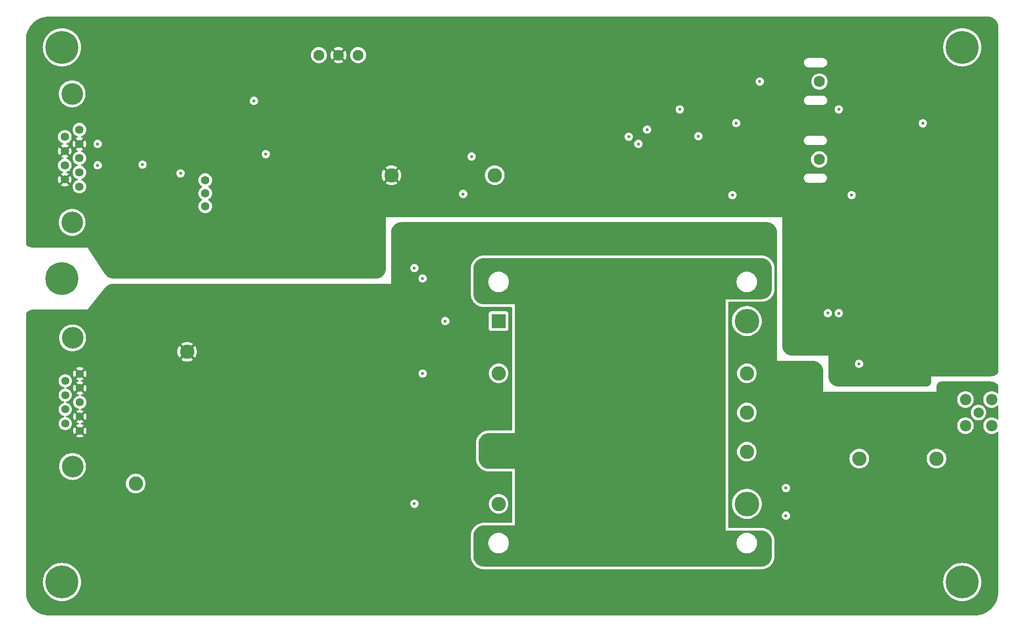
<source format=gbr>
%TF.GenerationSoftware,KiCad,Pcbnew,8.0.6*%
%TF.CreationDate,2025-06-02T13:03:20-04:00*%
%TF.ProjectId,CAEN_NEVIS_DAQ_3p3V,4341454e-5f4e-4455-9649-535f4441515f,rev?*%
%TF.SameCoordinates,Original*%
%TF.FileFunction,Copper,L2,Inr*%
%TF.FilePolarity,Positive*%
%FSLAX46Y46*%
G04 Gerber Fmt 4.6, Leading zero omitted, Abs format (unit mm)*
G04 Created by KiCad (PCBNEW 8.0.6) date 2025-06-02 13:03:20*
%MOMM*%
%LPD*%
G01*
G04 APERTURE LIST*
%TA.AperFunction,ComponentPad*%
%ADD10C,2.800000*%
%TD*%
%TA.AperFunction,ComponentPad*%
%ADD11C,6.400000*%
%TD*%
%TA.AperFunction,ComponentPad*%
%ADD12R,2.800000X2.800000*%
%TD*%
%TA.AperFunction,ComponentPad*%
%ADD13C,4.800000*%
%TD*%
%TA.AperFunction,ComponentPad*%
%ADD14C,2.159000*%
%TD*%
%TA.AperFunction,ComponentPad*%
%ADD15C,1.650000*%
%TD*%
%TA.AperFunction,ComponentPad*%
%ADD16C,1.635000*%
%TD*%
%TA.AperFunction,ComponentPad*%
%ADD17C,4.216000*%
%TD*%
%TA.AperFunction,ComponentPad*%
%ADD18C,2.006600*%
%TD*%
%TA.AperFunction,ComponentPad*%
%ADD19C,2.209800*%
%TD*%
%TA.AperFunction,ComponentPad*%
%ADD20C,1.560000*%
%TD*%
%TA.AperFunction,ComponentPad*%
%ADD21C,2.100000*%
%TD*%
%TA.AperFunction,ViaPad*%
%ADD22C,0.600000*%
%TD*%
%TA.AperFunction,ViaPad*%
%ADD23C,1.000000*%
%TD*%
G04 APERTURE END LIST*
D10*
%TO.N,/V_SEC_RTN*%
%TO.C,Secondary RTN*%
X79340000Y-88210000D03*
%TD*%
%TO.N,/V_SEC_IN*%
%TO.C,Secondary PWR*%
X69340000Y-113850000D03*
%TD*%
D11*
%TO.N,GNDPWR*%
%TO.C,H5*%
X55000000Y-74000000D03*
%TD*%
D10*
%TO.N,/V_3p3_RTN*%
%TO.C,3.3V RTN*%
X210000000Y-109000000D03*
%TD*%
%TO.N,/V_3p3_Supply*%
%TO.C,3.3V*%
X225000000Y-109000000D03*
%TD*%
D12*
%TO.N,/Main_Converter/p12V*%
%TO.C,U1*%
X139890000Y-82255000D03*
D10*
%TO.N,Net-(U1-ON{slash}OFF)*%
X139890000Y-92415000D03*
%TO.N,GNDPWR*%
X139890000Y-107655000D03*
%TO.N,/Main_Converter/p12V_rtn*%
X139890000Y-117815000D03*
D13*
%TO.N,/V_3p3_RTN*%
X188140000Y-117815000D03*
D10*
X188140000Y-107655000D03*
%TO.N,unconnected-(U1-TRIM-Pad7)*%
X188140000Y-100035000D03*
%TO.N,/V_3p3_*%
X188140000Y-92415000D03*
D13*
X188140000Y-82255000D03*
%TD*%
D10*
%TO.N,/V_TELEM_RTN*%
%TO.C,TELEM RTN*%
X119060000Y-53890000D03*
%TD*%
%TO.N,/V_TELEM*%
%TO.C,TELEM PWR*%
X139140000Y-53870000D03*
%TD*%
D14*
%TO.N,Net-(M3-Pad3)*%
%TO.C,P2*%
X202210000Y-50790000D03*
%TD*%
%TO.N,Net-(P1-Pad1)*%
%TO.C,P1*%
X202250000Y-35660000D03*
%TD*%
D15*
%TO.N,Net-(U6-R)*%
%TO.C,J5*%
X82850000Y-59910000D03*
%TO.N,/EN_SIG*%
X82850000Y-57370000D03*
%TO.N,Net-(J5-Pad3)*%
X82850000Y-54830000D03*
%TD*%
D16*
%TO.N,/EN+*%
%TO.C,J4*%
X58400000Y-56090000D03*
%TO.N,/EN-*%
X58400000Y-53320000D03*
%TO.N,unconnected-(J4-Pad3)*%
X58400000Y-50550000D03*
%TO.N,/V_TELEM_RTN*%
X58400000Y-47780000D03*
%TO.N,/TEMP_Mon*%
X58400000Y-45010000D03*
%TO.N,/V_TELEM_RTN*%
X55560000Y-54705000D03*
%TO.N,/Volt_Mon*%
X55560000Y-51935000D03*
%TO.N,/V_TELEM_RTN*%
X55560000Y-49165000D03*
%TO.N,/Curr_Mon*%
X55560000Y-46395000D03*
D17*
%TO.N,GNDPWR*%
X56980000Y-38050000D03*
X56980000Y-63050000D03*
%TD*%
D18*
%TO.N,/V_3p3_Supply*%
%TO.C,J3*%
X233167999Y-100035000D03*
D19*
%TO.N,/V_3p3_RTN*%
X235707999Y-97495000D03*
X230627999Y-97495000D03*
X230627999Y-102575000D03*
X235707999Y-102575000D03*
%TD*%
D20*
%TO.N,/V_SEC_RTN*%
%TO.C,J2*%
X58480000Y-92490000D03*
X58480000Y-95260000D03*
%TO.N,unconnected-(J2-Pad3)*%
X58480000Y-98030000D03*
%TO.N,/V_SEC_RTN*%
X58480000Y-100800000D03*
X58480000Y-103570000D03*
%TO.N,/V_SEC_IN*%
X55640000Y-93875000D03*
X55640000Y-96645000D03*
X55640000Y-99415000D03*
X55640000Y-102185000D03*
D17*
%TO.N,GNDPWR*%
X57060000Y-85530000D03*
X57060000Y-110530000D03*
%TD*%
D21*
%TO.N,/V_TELEM*%
%TO.C,J1*%
X112570000Y-30510000D03*
%TO.N,/V_TELEM_RTN*%
X108760000Y-30510000D03*
%TO.N,/V_TELEM*%
X104950000Y-30510000D03*
%TD*%
D11*
%TO.N,GNDPWR*%
%TO.C,H4*%
X230000000Y-133000000D03*
%TD*%
%TO.N,GNDPWR*%
%TO.C,H3*%
X230000000Y-29000000D03*
%TD*%
%TO.N,GNDPWR*%
%TO.C,H2*%
X55000000Y-133000000D03*
%TD*%
%TO.N,GNDPWR*%
%TO.C,H1*%
X55000000Y-29000000D03*
%TD*%
D22*
%TO.N,/V_SEC_RTN*%
X195000000Y-112500000D03*
X190000000Y-112500000D03*
X190000000Y-102500000D03*
X190000000Y-97500000D03*
X190000000Y-87500000D03*
X200000000Y-92500000D03*
X200000000Y-97500000D03*
X205000000Y-97500000D03*
X200000000Y-102500000D03*
X205000000Y-102500000D03*
X210000000Y-102500000D03*
X215000000Y-97500000D03*
X225000000Y-97500000D03*
X220000000Y-97500000D03*
X215000000Y-102500000D03*
X225000000Y-102500000D03*
X220000000Y-102500000D03*
%TO.N,/V_TELEM_RTN*%
X60000000Y-30000000D03*
X60000000Y-25000000D03*
X100000000Y-30000000D03*
X100000000Y-25000000D03*
X95000000Y-30000000D03*
X95000000Y-25000000D03*
X75000000Y-25000000D03*
X80000000Y-25000000D03*
X90000000Y-25000000D03*
X65000000Y-25000000D03*
X85000000Y-25000000D03*
X70000000Y-25000000D03*
X75000000Y-30000000D03*
X80000000Y-30000000D03*
X90000000Y-30000000D03*
X65000000Y-30000000D03*
X85000000Y-30000000D03*
X70000000Y-30000000D03*
X75000000Y-40000000D03*
X65000000Y-40000000D03*
X65000000Y-35000000D03*
X75000000Y-35000000D03*
X70000000Y-35000000D03*
X70000000Y-40000000D03*
X90000000Y-40000000D03*
X85000000Y-35000000D03*
X90000000Y-35000000D03*
X80000000Y-35000000D03*
X80000000Y-40000000D03*
X85000000Y-40000000D03*
X195000000Y-50000000D03*
X190000000Y-50000000D03*
X190000000Y-45000000D03*
X195000000Y-45000000D03*
X195000000Y-40000000D03*
X190000000Y-40000000D03*
X175000000Y-50000000D03*
X180000000Y-50000000D03*
X185000000Y-55000000D03*
X180000000Y-55000000D03*
X175000000Y-55000000D03*
X170000000Y-55000000D03*
X140000000Y-50000000D03*
X150000000Y-50000000D03*
X145000000Y-50000000D03*
X160000000Y-50000000D03*
X155000000Y-50000000D03*
X150000000Y-55000000D03*
X145000000Y-55000000D03*
X160000000Y-55000000D03*
X155000000Y-55000000D03*
X135000000Y-60000000D03*
X140000000Y-60000000D03*
X145000000Y-60000000D03*
X150000000Y-60000000D03*
X155000000Y-60000000D03*
X160000000Y-60000000D03*
X190000000Y-60000000D03*
X195000000Y-60000000D03*
X200000000Y-65000000D03*
X200000000Y-70000000D03*
X200000000Y-60000000D03*
X200000000Y-75000000D03*
X210000000Y-60000000D03*
X205000000Y-60000000D03*
X210000000Y-65000000D03*
X205000000Y-65000000D03*
X210000000Y-70000000D03*
X205000000Y-70000000D03*
X210000000Y-75000000D03*
X205000000Y-75000000D03*
X235000000Y-85000000D03*
X220000000Y-85000000D03*
X225000000Y-85000000D03*
X225000000Y-80000000D03*
X215000000Y-85000000D03*
X235000000Y-80000000D03*
X230000000Y-85000000D03*
X220000000Y-80000000D03*
X230000000Y-80000000D03*
X215000000Y-80000000D03*
X235000000Y-75000000D03*
X220000000Y-75000000D03*
X225000000Y-75000000D03*
X225000000Y-70000000D03*
X215000000Y-75000000D03*
X235000000Y-70000000D03*
X230000000Y-75000000D03*
X220000000Y-70000000D03*
X230000000Y-70000000D03*
X215000000Y-70000000D03*
X235000000Y-65000000D03*
X220000000Y-65000000D03*
X225000000Y-65000000D03*
X225000000Y-60000000D03*
X215000000Y-65000000D03*
X235000000Y-60000000D03*
X230000000Y-65000000D03*
X220000000Y-60000000D03*
X230000000Y-60000000D03*
X215000000Y-60000000D03*
X230000000Y-55000000D03*
X215000000Y-55000000D03*
X235000000Y-55000000D03*
X220000000Y-55000000D03*
X225000000Y-55000000D03*
X230000000Y-50000000D03*
X215000000Y-50000000D03*
X235000000Y-50000000D03*
X220000000Y-50000000D03*
X225000000Y-50000000D03*
X230000000Y-45000000D03*
X215000000Y-45000000D03*
X235000000Y-45000000D03*
X220000000Y-45000000D03*
X225000000Y-45000000D03*
X215000000Y-40000000D03*
X220000000Y-40000000D03*
X235000000Y-40000000D03*
X230000000Y-40000000D03*
X225000000Y-40000000D03*
X235000000Y-35000000D03*
X230000000Y-35000000D03*
X225000000Y-25000000D03*
X225000000Y-35000000D03*
X225000000Y-30000000D03*
X205000000Y-25000000D03*
X200000000Y-25000000D03*
X215000000Y-35000000D03*
X220000000Y-25000000D03*
X220000000Y-30000000D03*
X210000000Y-25000000D03*
X215000000Y-30000000D03*
X210000000Y-30000000D03*
X220000000Y-35000000D03*
X210000000Y-35000000D03*
X215000000Y-25000000D03*
X195000000Y-25000000D03*
X195000000Y-30000000D03*
X190000000Y-30000000D03*
X190000000Y-25000000D03*
X180000000Y-40000000D03*
X185000000Y-40000000D03*
X180000000Y-25000000D03*
X185000000Y-25000000D03*
X175000000Y-25000000D03*
X185000000Y-30000000D03*
X180000000Y-30000000D03*
X175000000Y-30000000D03*
X185000000Y-35000000D03*
X180000000Y-35000000D03*
X175000000Y-35000000D03*
X170000000Y-25000000D03*
X165000000Y-25000000D03*
X145000000Y-25000000D03*
X140000000Y-25000000D03*
X160000000Y-25000000D03*
X130000000Y-25000000D03*
X155000000Y-25000000D03*
X150000000Y-25000000D03*
X135000000Y-25000000D03*
X125000000Y-25000000D03*
X120000000Y-25000000D03*
X170000000Y-30000000D03*
X165000000Y-30000000D03*
X145000000Y-30000000D03*
X140000000Y-30000000D03*
X160000000Y-30000000D03*
X130000000Y-30000000D03*
X155000000Y-30000000D03*
X150000000Y-30000000D03*
X135000000Y-30000000D03*
X125000000Y-30000000D03*
X120000000Y-30000000D03*
X130000000Y-35000000D03*
X135000000Y-35000000D03*
X120000000Y-35000000D03*
X125000000Y-35000000D03*
X115000000Y-35000000D03*
X105000000Y-35000000D03*
X110000000Y-35000000D03*
X155000000Y-35000000D03*
X150000000Y-35000000D03*
X170000000Y-35000000D03*
X160000000Y-35000000D03*
X145000000Y-35000000D03*
X140000000Y-35000000D03*
X165000000Y-35000000D03*
X170000000Y-40000000D03*
X165000000Y-40000000D03*
X120000000Y-40000000D03*
X125000000Y-40000000D03*
X130000000Y-40000000D03*
X115000000Y-40000000D03*
X100000000Y-40000000D03*
X105000000Y-40000000D03*
X110000000Y-40000000D03*
X115000000Y-50000000D03*
X100000000Y-50000000D03*
X105000000Y-50000000D03*
X110000000Y-50000000D03*
X110000000Y-55000000D03*
X100000000Y-55000000D03*
X95000000Y-55000000D03*
X115000000Y-55000000D03*
X105000000Y-55000000D03*
X90000000Y-55000000D03*
X80000000Y-57500000D03*
X75000000Y-57500000D03*
X65000000Y-57500000D03*
X60000000Y-67500000D03*
X105000000Y-62500000D03*
X115000000Y-62500000D03*
X90000000Y-62500000D03*
X85000000Y-62500000D03*
X100000000Y-62500000D03*
X95000000Y-62500000D03*
X110000000Y-62500000D03*
X70000000Y-62500000D03*
X80000000Y-62500000D03*
X75000000Y-62500000D03*
X65000000Y-62500000D03*
X105000000Y-67500000D03*
X115000000Y-67500000D03*
X90000000Y-67500000D03*
X85000000Y-67500000D03*
X100000000Y-67500000D03*
X95000000Y-67500000D03*
X110000000Y-67500000D03*
X70000000Y-67500000D03*
X80000000Y-67500000D03*
X75000000Y-67500000D03*
X65000000Y-67500000D03*
%TO.N,/V_SEC_RTN*%
X120000000Y-72500000D03*
%TO.N,/V_TELEM_RTN*%
X110000000Y-72500000D03*
X115000000Y-72500000D03*
X105000000Y-72500000D03*
X90000000Y-72500000D03*
X100000000Y-72500000D03*
X95000000Y-72500000D03*
X85000000Y-72500000D03*
X80000000Y-72500000D03*
X75000000Y-72500000D03*
X70000000Y-72500000D03*
X65000000Y-72500000D03*
%TO.N,/V_SEC_RTN*%
X185000000Y-67500000D03*
X175000000Y-67500000D03*
X180000000Y-67500000D03*
X190000000Y-67500000D03*
X170000000Y-67500000D03*
X160000000Y-67500000D03*
X165000000Y-67500000D03*
X155000000Y-67500000D03*
X150000000Y-67500000D03*
X145000000Y-67500000D03*
X140000000Y-67500000D03*
X135000000Y-67500000D03*
X120000000Y-67500000D03*
X105000000Y-92500000D03*
X80000000Y-92500000D03*
X85000000Y-92500000D03*
X65000000Y-92500000D03*
X75000000Y-92500000D03*
X70000000Y-92500000D03*
X95000000Y-82500000D03*
X115000000Y-77500000D03*
X90000000Y-87500000D03*
X75000000Y-87500000D03*
X100000000Y-87500000D03*
X70000000Y-87500000D03*
X65000000Y-87500000D03*
X115000000Y-87500000D03*
X70000000Y-77500000D03*
X95000000Y-87500000D03*
X65000000Y-82500000D03*
X110000000Y-87500000D03*
X65000000Y-77500000D03*
X105000000Y-87500000D03*
X120000000Y-87500000D03*
X85000000Y-87500000D03*
X90000000Y-82500000D03*
X105000000Y-82500000D03*
X85000000Y-82500000D03*
X110000000Y-82500000D03*
X100000000Y-77500000D03*
X100000000Y-82500000D03*
X105000000Y-77500000D03*
X90000000Y-77500000D03*
X95000000Y-77500000D03*
X110000000Y-77500000D03*
X75000000Y-77500000D03*
X70000000Y-82500000D03*
X120000000Y-82500000D03*
X85000000Y-77500000D03*
X80000000Y-77500000D03*
X120000000Y-77500000D03*
X115000000Y-82500000D03*
X75000000Y-82500000D03*
X80000000Y-82500000D03*
X105000000Y-97500000D03*
X105000000Y-102500000D03*
X105000000Y-107500000D03*
X80000000Y-107500000D03*
X85000000Y-107500000D03*
X65000000Y-107500000D03*
X65000000Y-112500000D03*
X75000000Y-112500000D03*
X95000000Y-112500000D03*
X90000000Y-112500000D03*
X100000000Y-112500000D03*
X80000000Y-112500000D03*
X105000000Y-112500000D03*
X85000000Y-112500000D03*
X95000000Y-117500000D03*
X95000000Y-127500000D03*
X115000000Y-122500000D03*
X110000000Y-117500000D03*
X110000000Y-127500000D03*
X100000000Y-127500000D03*
X105000000Y-122500000D03*
X100000000Y-117500000D03*
X95000000Y-122500000D03*
X110000000Y-122500000D03*
X105000000Y-127500000D03*
X105000000Y-117500000D03*
X100000000Y-122500000D03*
X115000000Y-117500000D03*
X120000000Y-117500000D03*
X130000000Y-127500000D03*
X120000000Y-122500000D03*
X115000000Y-127500000D03*
X130000000Y-122500000D03*
X125000000Y-122500000D03*
X120000000Y-127500000D03*
X125000000Y-127500000D03*
X90000000Y-122500000D03*
X85000000Y-117500000D03*
X85000000Y-127500000D03*
X75000000Y-127500000D03*
X80000000Y-122500000D03*
X75000000Y-117500000D03*
X85000000Y-122500000D03*
X80000000Y-127500000D03*
X80000000Y-117500000D03*
X75000000Y-122500000D03*
X90000000Y-117500000D03*
X90000000Y-127500000D03*
X70000000Y-117500000D03*
X70000000Y-127500000D03*
X70000000Y-122500000D03*
X65000000Y-117500000D03*
X65000000Y-127500000D03*
X65000000Y-122500000D03*
X60000000Y-117500000D03*
X60000000Y-127500000D03*
X60000000Y-122500000D03*
X55000000Y-117500000D03*
X55000000Y-127500000D03*
X55000000Y-122500000D03*
X50000000Y-117500000D03*
X50000000Y-122500000D03*
X50000000Y-127500000D03*
X50000000Y-132500000D03*
X55000000Y-137500000D03*
X125000000Y-132500000D03*
X110000000Y-132500000D03*
X130000000Y-132500000D03*
X155000000Y-132500000D03*
X120000000Y-132500000D03*
X160000000Y-132500000D03*
X150000000Y-132500000D03*
X145000000Y-132500000D03*
X115000000Y-132500000D03*
X165000000Y-132500000D03*
X140000000Y-132500000D03*
X135000000Y-132500000D03*
X105000000Y-132500000D03*
X95000000Y-132500000D03*
X85000000Y-132500000D03*
X90000000Y-132500000D03*
X75000000Y-132500000D03*
X100000000Y-132500000D03*
X80000000Y-132500000D03*
X70000000Y-132500000D03*
X65000000Y-132500000D03*
X60000000Y-132500000D03*
X180000000Y-132500000D03*
X195000000Y-132500000D03*
X185000000Y-132500000D03*
X170000000Y-132500000D03*
X175000000Y-132500000D03*
X190000000Y-132500000D03*
X210000000Y-132500000D03*
X215000000Y-132500000D03*
X200000000Y-132500000D03*
X205000000Y-132500000D03*
X220000000Y-132500000D03*
X225000000Y-132500000D03*
X220000000Y-107500000D03*
X215000000Y-107500000D03*
X200000000Y-107500000D03*
X205000000Y-107500000D03*
X200000000Y-122500000D03*
X200000000Y-127500000D03*
X200000000Y-117500000D03*
X200000000Y-112500000D03*
X205000000Y-122500000D03*
X205000000Y-127500000D03*
X205000000Y-117500000D03*
X205000000Y-112500000D03*
X210000000Y-122500000D03*
X210000000Y-127500000D03*
X210000000Y-117500000D03*
X210000000Y-112500000D03*
X215000000Y-122500000D03*
X215000000Y-127500000D03*
X215000000Y-117500000D03*
X215000000Y-112500000D03*
X220000000Y-122500000D03*
X220000000Y-127500000D03*
X220000000Y-117500000D03*
X220000000Y-112500000D03*
X225000000Y-122500000D03*
X225000000Y-127500000D03*
X225000000Y-117500000D03*
X225000000Y-112500000D03*
X230000000Y-122500000D03*
X230000000Y-127500000D03*
X230000000Y-117500000D03*
X230000000Y-112500000D03*
X235000000Y-112500000D03*
X235000000Y-107500000D03*
X235000000Y-122500000D03*
X235000000Y-117500000D03*
X235000000Y-127500000D03*
X235000000Y-132500000D03*
X225000000Y-137500000D03*
X230000000Y-137500000D03*
X220000000Y-137500000D03*
X205000000Y-137500000D03*
X190000000Y-137500000D03*
X210000000Y-137500000D03*
X200000000Y-137500000D03*
X195000000Y-137500000D03*
X215000000Y-137500000D03*
X185000000Y-137500000D03*
X175000000Y-137500000D03*
X165000000Y-137500000D03*
X170000000Y-137500000D03*
X155000000Y-137500000D03*
X180000000Y-137500000D03*
X160000000Y-137500000D03*
X150000000Y-137500000D03*
X145000000Y-137500000D03*
X140000000Y-137500000D03*
X135000000Y-137500000D03*
X125000000Y-137500000D03*
X130000000Y-137500000D03*
X115000000Y-137500000D03*
X120000000Y-137500000D03*
X110000000Y-137500000D03*
X105000000Y-137500000D03*
X100000000Y-137500000D03*
X95000000Y-137500000D03*
X90000000Y-137500000D03*
X85000000Y-137500000D03*
X80000000Y-137500000D03*
X75000000Y-137500000D03*
X70000000Y-137500000D03*
X65000000Y-137500000D03*
X60000000Y-137500000D03*
D23*
%TO.N,GNDPWR*%
X165600000Y-120000000D03*
X160600000Y-125000000D03*
X145600000Y-125000000D03*
X155600000Y-120000000D03*
X175600000Y-120000000D03*
X155600000Y-125000000D03*
X165600000Y-125000000D03*
X170600000Y-120000000D03*
X145600000Y-120000000D03*
X160600000Y-120000000D03*
X180600000Y-125000000D03*
X175600000Y-125000000D03*
X170600000Y-125000000D03*
X150600000Y-125000000D03*
X150600000Y-115000000D03*
X150600000Y-120000000D03*
X145600000Y-115000000D03*
X165600000Y-115000000D03*
X175600000Y-115000000D03*
X170600000Y-115000000D03*
X155600000Y-115000000D03*
X180600000Y-120000000D03*
X180600000Y-115000000D03*
X160600000Y-115000000D03*
X155600000Y-105000000D03*
X160600000Y-105000000D03*
X170600000Y-105000000D03*
X160600000Y-110000000D03*
X175600000Y-105000000D03*
X165600000Y-105000000D03*
X180600000Y-110000000D03*
X155600000Y-110000000D03*
X160600000Y-95000000D03*
X155600000Y-95000000D03*
X145600000Y-105000000D03*
X165600000Y-110000000D03*
X145600000Y-110000000D03*
X180600000Y-105000000D03*
X175600000Y-110000000D03*
X170600000Y-110000000D03*
X150600000Y-110000000D03*
X150600000Y-105000000D03*
X165600000Y-95000000D03*
X175600000Y-95000000D03*
X180600000Y-100000000D03*
X160600000Y-100000000D03*
X170600000Y-95000000D03*
X145600000Y-95000000D03*
X145600000Y-100000000D03*
X180600000Y-95000000D03*
X175600000Y-100000000D03*
X170600000Y-100000000D03*
X150600000Y-100000000D03*
X150600000Y-95000000D03*
X155600000Y-100000000D03*
X165600000Y-100000000D03*
X160600000Y-85000000D03*
X155600000Y-85000000D03*
X165600000Y-85000000D03*
X175600000Y-85000000D03*
X180600000Y-90000000D03*
X160600000Y-90000000D03*
X170600000Y-85000000D03*
X145600000Y-85000000D03*
X145600000Y-90000000D03*
X180600000Y-85000000D03*
X175600000Y-90000000D03*
X170600000Y-90000000D03*
X150600000Y-90000000D03*
X150600000Y-85000000D03*
X155600000Y-90000000D03*
X165600000Y-90000000D03*
X160600000Y-80000000D03*
X155600000Y-80000000D03*
X165600000Y-80000000D03*
X175600000Y-80000000D03*
X170600000Y-80000000D03*
X145600000Y-80000000D03*
X180600000Y-80000000D03*
X150600000Y-80000000D03*
X180600000Y-75000000D03*
X175600000Y-75000000D03*
X165600000Y-75000000D03*
X170600000Y-75000000D03*
X155600000Y-75000000D03*
X160600000Y-75000000D03*
X150600000Y-75000000D03*
X145600000Y-75000000D03*
D22*
%TO.N,/Main_Converter/p12V*%
X129510000Y-82250000D03*
%TO.N,/Curr_Mon*%
X165180000Y-46395000D03*
%TO.N,/Volt_Mon*%
X167060000Y-47780000D03*
X61950000Y-47780000D03*
X61950000Y-51940000D03*
%TO.N,/TEMP_Mon*%
X168740000Y-45010000D03*
%TO.N,/V_3p3_RTN*%
X195740000Y-114710000D03*
%TO.N,GNDPWR*%
X195740000Y-120100000D03*
%TO.N,/V_TELEM_RTN*%
X175370000Y-48180000D03*
%TO.N,/Telemetry_CKT/V_3p3*%
X178720000Y-46280000D03*
%TO.N,/V_TELEM_RTN*%
X180680000Y-42480000D03*
%TO.N,/Telemetry_CKT/TEMP*%
X175110000Y-41070000D03*
X206020000Y-41070000D03*
X206016577Y-80710531D03*
%TO.N,/V_TELEM*%
X190660000Y-35650000D03*
%TO.N,/V_TELEM_RTN*%
X191550000Y-56280000D03*
X182970000Y-49590000D03*
%TO.N,Net-(U4A-+INA)*%
X186060000Y-43740000D03*
X222360000Y-43780000D03*
%TO.N,/V_TELEM_RTN*%
X203895000Y-86000000D03*
X225490000Y-87530000D03*
%TO.N,Net-(U3-OUT)*%
X185330000Y-57730000D03*
X208500000Y-57730000D03*
%TO.N,/V_TELEM*%
X203895000Y-80705000D03*
%TO.N,/V_TELEM_RTN*%
X90290000Y-51528750D03*
%TO.N,/Telemetry_CKT/V_3p3*%
X78060000Y-53520000D03*
%TO.N,/V_TELEM_RTN*%
X67240000Y-51790000D03*
%TO.N,/Telemetry_CKT/V_3p3*%
X70660000Y-51810000D03*
%TO.N,/V_TELEM*%
X94625000Y-49768750D03*
%TO.N,/V_TELEM_RTN*%
X85925000Y-42348750D03*
%TO.N,/Main_Converter/p12V_rtn*%
X123515000Y-117775000D03*
%TO.N,Net-(U1-ON{slash}OFF)*%
X125115000Y-92445000D03*
%TO.N,/V_TELEM_RTN*%
X100620000Y-36243750D03*
%TO.N,/Telemetry_CKT/V_3p3*%
X92320000Y-39413750D03*
%TO.N,/V_TELEM_RTN*%
X181920000Y-56560000D03*
%TO.N,/Telemetry_CKT/V_3p3*%
X209942500Y-90557500D03*
%TO.N,/V_TELEM_RTN*%
X211992500Y-92067500D03*
%TO.N,/Main_Converter/p12V_rtn*%
X123515000Y-71945000D03*
%TO.N,Net-(U1-ON{slash}OFF)*%
X125115000Y-73965000D03*
%TO.N,/V_TELEM*%
X132995000Y-57515000D03*
%TO.N,/V_TELEM_RTN*%
X123085000Y-53875000D03*
X129445000Y-56015000D03*
%TO.N,/V_TELEM*%
X134635000Y-50235000D03*
%TO.N,/V_SEC_RTN*%
X65640000Y-100915000D03*
X65640000Y-99915000D03*
X65640000Y-98915000D03*
X64640000Y-98915000D03*
X64640000Y-99915000D03*
X64640000Y-100915000D03*
X63640000Y-100915000D03*
X63640000Y-99915000D03*
X63640000Y-98915000D03*
%TD*%
%TA.AperFunction,Conductor*%
%TO.N,/V_SEC_RTN*%
G36*
X192004418Y-63000316D02*
G01*
X192275790Y-63019724D01*
X192293291Y-63022241D01*
X192554803Y-63079129D01*
X192571762Y-63084108D01*
X192822524Y-63177638D01*
X192838616Y-63184987D01*
X193073501Y-63313244D01*
X193088375Y-63322802D01*
X193302624Y-63483188D01*
X193315994Y-63494774D01*
X193505225Y-63684005D01*
X193516811Y-63697375D01*
X193677193Y-63911619D01*
X193686758Y-63926503D01*
X193815011Y-64161382D01*
X193822361Y-64177475D01*
X193915888Y-64428229D01*
X193920872Y-64445205D01*
X193977757Y-64706702D01*
X193980275Y-64724214D01*
X193999684Y-64995581D01*
X194000000Y-65004427D01*
X194000000Y-90000000D01*
X200995572Y-90000000D01*
X201004418Y-90000316D01*
X201275790Y-90019724D01*
X201293291Y-90022241D01*
X201554803Y-90079129D01*
X201571762Y-90084108D01*
X201822524Y-90177638D01*
X201838616Y-90184987D01*
X202073501Y-90313244D01*
X202088375Y-90322802D01*
X202302624Y-90483188D01*
X202315994Y-90494774D01*
X202505225Y-90684005D01*
X202516811Y-90697375D01*
X202677193Y-90911619D01*
X202686758Y-90926503D01*
X202815011Y-91161382D01*
X202822361Y-91177475D01*
X202915888Y-91428229D01*
X202920872Y-91445205D01*
X202977757Y-91706702D01*
X202980275Y-91724214D01*
X202999684Y-91995581D01*
X203000000Y-92004427D01*
X203000000Y-96000000D01*
X223999997Y-96000000D01*
X224000000Y-96000000D01*
X225000000Y-96000000D01*
X225000000Y-95000000D01*
X225018018Y-94817056D01*
X225022757Y-94793232D01*
X225072577Y-94628994D01*
X225081875Y-94606549D01*
X225162775Y-94455195D01*
X225176272Y-94434995D01*
X225285149Y-94302328D01*
X225302328Y-94285149D01*
X225434995Y-94176272D01*
X225455195Y-94162775D01*
X225606549Y-94081875D01*
X225628994Y-94072577D01*
X225793232Y-94022757D01*
X225817056Y-94018018D01*
X225993939Y-94000597D01*
X226006093Y-94000000D01*
X235495572Y-94000000D01*
X235504418Y-94000316D01*
X235775790Y-94019724D01*
X235793291Y-94022241D01*
X236054803Y-94079129D01*
X236071762Y-94084108D01*
X236318875Y-94176277D01*
X236322524Y-94177638D01*
X236338616Y-94184987D01*
X236573501Y-94313244D01*
X236588375Y-94322802D01*
X236765238Y-94455201D01*
X236802624Y-94483188D01*
X236815994Y-94494774D01*
X236963181Y-94641961D01*
X236996666Y-94703284D01*
X236999500Y-94729642D01*
X236999500Y-96217829D01*
X236979815Y-96284868D01*
X236927011Y-96330623D01*
X236857853Y-96340567D01*
X236794969Y-96312119D01*
X236654550Y-96192190D01*
X236654541Y-96192184D01*
X236439089Y-96060154D01*
X236205629Y-95963452D01*
X235959911Y-95904461D01*
X235959912Y-95904461D01*
X235707999Y-95884636D01*
X235456086Y-95904461D01*
X235210368Y-95963452D01*
X234976908Y-96060154D01*
X234761456Y-96192184D01*
X234761454Y-96192185D01*
X234569300Y-96356301D01*
X234405184Y-96548455D01*
X234405183Y-96548457D01*
X234273153Y-96763909D01*
X234176451Y-96997369D01*
X234117460Y-97243087D01*
X234097635Y-97495000D01*
X234117460Y-97746912D01*
X234176451Y-97992630D01*
X234273153Y-98226090D01*
X234405183Y-98441542D01*
X234405184Y-98441544D01*
X234405185Y-98441546D01*
X234405187Y-98441548D01*
X234569300Y-98633699D01*
X234761451Y-98797812D01*
X234761453Y-98797813D01*
X234761454Y-98797814D01*
X234761456Y-98797815D01*
X234976908Y-98929845D01*
X235210368Y-99026547D01*
X235271797Y-99041294D01*
X235456083Y-99085538D01*
X235707999Y-99105364D01*
X235959915Y-99085538D01*
X236205629Y-99026547D01*
X236439089Y-98929845D01*
X236654547Y-98797812D01*
X236794969Y-98677879D01*
X236858729Y-98649309D01*
X236927815Y-98659746D01*
X236980291Y-98705877D01*
X236999500Y-98772170D01*
X236999500Y-101297829D01*
X236979815Y-101364868D01*
X236927011Y-101410623D01*
X236857853Y-101420567D01*
X236794969Y-101392119D01*
X236654550Y-101272190D01*
X236654541Y-101272184D01*
X236439089Y-101140154D01*
X236205629Y-101043452D01*
X235959911Y-100984461D01*
X235959912Y-100984461D01*
X235707999Y-100964636D01*
X235456086Y-100984461D01*
X235210368Y-101043452D01*
X234976908Y-101140154D01*
X234761456Y-101272184D01*
X234761454Y-101272185D01*
X234569300Y-101436301D01*
X234405184Y-101628455D01*
X234405183Y-101628457D01*
X234273153Y-101843909D01*
X234176451Y-102077369D01*
X234117460Y-102323087D01*
X234097635Y-102575000D01*
X234117460Y-102826912D01*
X234176451Y-103072630D01*
X234273153Y-103306090D01*
X234405183Y-103521542D01*
X234405184Y-103521544D01*
X234405185Y-103521546D01*
X234405187Y-103521548D01*
X234569300Y-103713699D01*
X234761451Y-103877812D01*
X234761453Y-103877813D01*
X234761454Y-103877814D01*
X234761456Y-103877815D01*
X234976908Y-104009845D01*
X235210368Y-104106547D01*
X235271797Y-104121294D01*
X235456083Y-104165538D01*
X235707999Y-104185364D01*
X235959915Y-104165538D01*
X236205629Y-104106547D01*
X236439089Y-104009845D01*
X236654547Y-103877812D01*
X236794969Y-103757879D01*
X236858729Y-103729309D01*
X236927815Y-103739746D01*
X236980291Y-103785877D01*
X236999500Y-103852170D01*
X236999500Y-134997293D01*
X236999382Y-135002702D01*
X236982614Y-135386750D01*
X236981671Y-135397526D01*
X236931849Y-135775957D01*
X236929971Y-135786610D01*
X236847354Y-136159272D01*
X236844554Y-136169721D01*
X236729775Y-136533755D01*
X236726075Y-136543921D01*
X236580002Y-136896572D01*
X236575430Y-136906376D01*
X236399183Y-137244942D01*
X236393775Y-137254310D01*
X236188681Y-137576244D01*
X236182476Y-137585105D01*
X235950110Y-137887930D01*
X235943156Y-137896217D01*
X235685284Y-138177635D01*
X235677635Y-138185284D01*
X235396217Y-138443156D01*
X235387930Y-138450110D01*
X235085105Y-138682476D01*
X235076244Y-138688681D01*
X234754310Y-138893775D01*
X234744942Y-138899183D01*
X234406376Y-139075430D01*
X234396572Y-139080002D01*
X234043921Y-139226075D01*
X234033755Y-139229775D01*
X233669721Y-139344554D01*
X233659272Y-139347354D01*
X233286610Y-139429971D01*
X233275957Y-139431849D01*
X232897526Y-139481671D01*
X232886750Y-139482614D01*
X232502703Y-139499382D01*
X232497294Y-139499500D01*
X52502706Y-139499500D01*
X52497297Y-139499382D01*
X52113249Y-139482614D01*
X52102473Y-139481671D01*
X51724042Y-139431849D01*
X51713389Y-139429971D01*
X51340727Y-139347354D01*
X51330278Y-139344554D01*
X50966244Y-139229775D01*
X50956078Y-139226075D01*
X50603427Y-139080002D01*
X50593623Y-139075430D01*
X50255057Y-138899183D01*
X50245689Y-138893775D01*
X49923755Y-138688681D01*
X49914894Y-138682476D01*
X49612069Y-138450110D01*
X49603782Y-138443156D01*
X49322364Y-138185284D01*
X49314715Y-138177635D01*
X49056843Y-137896217D01*
X49049889Y-137887930D01*
X48817523Y-137585105D01*
X48811318Y-137576244D01*
X48606224Y-137254310D01*
X48600816Y-137244942D01*
X48424569Y-136906376D01*
X48419997Y-136896572D01*
X48332476Y-136685277D01*
X48273920Y-136543911D01*
X48270224Y-136533755D01*
X48267215Y-136524211D01*
X48155442Y-136169710D01*
X48152648Y-136159284D01*
X48070025Y-135786597D01*
X48068152Y-135775971D01*
X48018326Y-135397506D01*
X48017386Y-135386771D01*
X48000618Y-135002702D01*
X48000500Y-134997293D01*
X48000500Y-132999999D01*
X51294422Y-132999999D01*
X51294422Y-133000000D01*
X51314722Y-133387339D01*
X51375397Y-133770427D01*
X51375397Y-133770429D01*
X51475788Y-134145094D01*
X51614787Y-134507197D01*
X51790877Y-134852793D01*
X52002122Y-135178082D01*
X52175477Y-135392157D01*
X52246219Y-135479516D01*
X52520484Y-135753781D01*
X52688375Y-135889737D01*
X52821917Y-135997877D01*
X53086534Y-136169721D01*
X53147211Y-136209125D01*
X53492806Y-136385214D01*
X53854913Y-136524214D01*
X54229567Y-136624602D01*
X54612662Y-136685278D01*
X54978576Y-136704455D01*
X54999999Y-136705578D01*
X55000000Y-136705578D01*
X55000001Y-136705578D01*
X55020301Y-136704514D01*
X55387338Y-136685278D01*
X55770433Y-136624602D01*
X56145087Y-136524214D01*
X56507194Y-136385214D01*
X56852789Y-136209125D01*
X57178084Y-135997876D01*
X57479516Y-135753781D01*
X57753781Y-135479516D01*
X57997876Y-135178084D01*
X58209125Y-134852789D01*
X58385214Y-134507194D01*
X58524214Y-134145087D01*
X58624602Y-133770433D01*
X58685278Y-133387338D01*
X58705578Y-133000000D01*
X58705578Y-132999999D01*
X226294422Y-132999999D01*
X226294422Y-133000000D01*
X226314722Y-133387339D01*
X226375397Y-133770427D01*
X226375397Y-133770429D01*
X226475788Y-134145094D01*
X226614787Y-134507197D01*
X226790877Y-134852793D01*
X227002122Y-135178082D01*
X227175477Y-135392157D01*
X227246219Y-135479516D01*
X227520484Y-135753781D01*
X227688375Y-135889737D01*
X227821917Y-135997877D01*
X228086534Y-136169721D01*
X228147211Y-136209125D01*
X228492806Y-136385214D01*
X228854913Y-136524214D01*
X229229567Y-136624602D01*
X229612662Y-136685278D01*
X229978576Y-136704455D01*
X229999999Y-136705578D01*
X230000000Y-136705578D01*
X230000001Y-136705578D01*
X230020301Y-136704514D01*
X230387338Y-136685278D01*
X230770433Y-136624602D01*
X231145087Y-136524214D01*
X231507194Y-136385214D01*
X231852789Y-136209125D01*
X232178084Y-135997876D01*
X232479516Y-135753781D01*
X232753781Y-135479516D01*
X232997876Y-135178084D01*
X233209125Y-134852789D01*
X233385214Y-134507194D01*
X233524214Y-134145087D01*
X233624602Y-133770433D01*
X233685278Y-133387338D01*
X233705578Y-133000000D01*
X233685278Y-132612662D01*
X233624602Y-132229567D01*
X233524214Y-131854913D01*
X233385214Y-131492806D01*
X233209125Y-131147211D01*
X232997876Y-130821916D01*
X232753781Y-130520484D01*
X232479516Y-130246219D01*
X232336532Y-130130433D01*
X232178082Y-130002122D01*
X231852793Y-129790877D01*
X231507197Y-129614787D01*
X231145094Y-129475788D01*
X231145087Y-129475786D01*
X230770433Y-129375398D01*
X230770429Y-129375397D01*
X230770428Y-129375397D01*
X230387339Y-129314722D01*
X230000001Y-129294422D01*
X229999999Y-129294422D01*
X229612660Y-129314722D01*
X229229572Y-129375397D01*
X229229570Y-129375397D01*
X228854905Y-129475788D01*
X228492802Y-129614787D01*
X228147206Y-129790877D01*
X227821917Y-130002122D01*
X227520488Y-130246215D01*
X227520480Y-130246222D01*
X227246222Y-130520480D01*
X227246215Y-130520488D01*
X227002122Y-130821917D01*
X226790877Y-131147206D01*
X226614787Y-131492802D01*
X226475788Y-131854905D01*
X226375397Y-132229570D01*
X226375397Y-132229572D01*
X226314722Y-132612660D01*
X226294422Y-132999999D01*
X58705578Y-132999999D01*
X58685278Y-132612662D01*
X58624602Y-132229567D01*
X58524214Y-131854913D01*
X58385214Y-131492806D01*
X58209125Y-131147211D01*
X57997876Y-130821916D01*
X57753781Y-130520484D01*
X57479516Y-130246219D01*
X57336532Y-130130433D01*
X57178082Y-130002122D01*
X56852793Y-129790877D01*
X56507197Y-129614787D01*
X56145094Y-129475788D01*
X56145087Y-129475786D01*
X55770433Y-129375398D01*
X55770429Y-129375397D01*
X55770428Y-129375397D01*
X55387339Y-129314722D01*
X55000001Y-129294422D01*
X54999999Y-129294422D01*
X54612660Y-129314722D01*
X54229572Y-129375397D01*
X54229570Y-129375397D01*
X53854905Y-129475788D01*
X53492802Y-129614787D01*
X53147206Y-129790877D01*
X52821917Y-130002122D01*
X52520488Y-130246215D01*
X52520480Y-130246222D01*
X52246222Y-130520480D01*
X52246215Y-130520488D01*
X52002122Y-130821917D01*
X51790877Y-131147206D01*
X51614787Y-131492802D01*
X51475788Y-131854905D01*
X51375397Y-132229570D01*
X51375397Y-132229572D01*
X51314722Y-132612660D01*
X51294422Y-132999999D01*
X48000500Y-132999999D01*
X48000500Y-117774996D01*
X122709435Y-117774996D01*
X122709435Y-117775003D01*
X122729630Y-117954249D01*
X122729631Y-117954254D01*
X122789211Y-118124523D01*
X122885184Y-118277262D01*
X123012738Y-118404816D01*
X123103080Y-118461582D01*
X123140405Y-118485035D01*
X123165478Y-118500789D01*
X123335745Y-118560368D01*
X123335750Y-118560369D01*
X123514996Y-118580565D01*
X123515000Y-118580565D01*
X123515004Y-118580565D01*
X123694249Y-118560369D01*
X123694252Y-118560368D01*
X123694255Y-118560368D01*
X123864522Y-118500789D01*
X124017262Y-118404816D01*
X124144816Y-118277262D01*
X124240789Y-118124522D01*
X124300368Y-117954255D01*
X124316058Y-117815000D01*
X124316058Y-117814998D01*
X137984645Y-117814998D01*
X137984645Y-117815001D01*
X138004039Y-118086160D01*
X138004040Y-118086167D01*
X138045610Y-118277262D01*
X138061825Y-118351801D01*
X138117395Y-118500789D01*
X138156830Y-118606519D01*
X138287109Y-118845107D01*
X138287110Y-118845108D01*
X138287113Y-118845113D01*
X138450029Y-119062742D01*
X138450033Y-119062746D01*
X138450038Y-119062752D01*
X138642247Y-119254961D01*
X138642253Y-119254966D01*
X138642258Y-119254971D01*
X138859887Y-119417887D01*
X138859891Y-119417889D01*
X138859892Y-119417890D01*
X139098481Y-119548169D01*
X139098480Y-119548169D01*
X139098484Y-119548170D01*
X139098487Y-119548172D01*
X139353199Y-119643175D01*
X139618840Y-119700961D01*
X139870605Y-119718967D01*
X139889999Y-119720355D01*
X139890000Y-119720355D01*
X139890001Y-119720355D01*
X139908100Y-119719060D01*
X140161160Y-119700961D01*
X140426801Y-119643175D01*
X140681513Y-119548172D01*
X140681517Y-119548169D01*
X140681519Y-119548169D01*
X140824338Y-119470184D01*
X140920113Y-119417887D01*
X141137742Y-119254971D01*
X141329971Y-119062742D01*
X141492887Y-118845113D01*
X141623172Y-118606513D01*
X141718175Y-118351801D01*
X141775961Y-118086160D01*
X141795355Y-117815000D01*
X141775961Y-117543840D01*
X141718175Y-117278199D01*
X141623172Y-117023487D01*
X141623170Y-117023484D01*
X141623169Y-117023480D01*
X141492890Y-116784892D01*
X141492889Y-116784891D01*
X141492887Y-116784887D01*
X141329971Y-116567258D01*
X141329966Y-116567253D01*
X141329961Y-116567247D01*
X141137752Y-116375038D01*
X141137746Y-116375033D01*
X141137742Y-116375029D01*
X140920113Y-116212113D01*
X140920108Y-116212110D01*
X140920107Y-116212109D01*
X140681518Y-116081830D01*
X140681519Y-116081830D01*
X140631920Y-116063330D01*
X140426801Y-115986825D01*
X140426794Y-115986823D01*
X140426793Y-115986823D01*
X140161167Y-115929040D01*
X140161160Y-115929039D01*
X139890001Y-115909645D01*
X139889999Y-115909645D01*
X139618839Y-115929039D01*
X139618832Y-115929040D01*
X139353206Y-115986823D01*
X139353202Y-115986824D01*
X139353199Y-115986825D01*
X139225843Y-116034326D01*
X139098480Y-116081830D01*
X138859892Y-116212109D01*
X138859891Y-116212110D01*
X138642259Y-116375028D01*
X138642247Y-116375038D01*
X138450038Y-116567247D01*
X138450028Y-116567259D01*
X138287110Y-116784891D01*
X138287109Y-116784892D01*
X138156830Y-117023480D01*
X138147233Y-117049211D01*
X138061825Y-117278199D01*
X138061824Y-117278202D01*
X138061823Y-117278206D01*
X138004040Y-117543832D01*
X138004039Y-117543839D01*
X137984645Y-117814998D01*
X124316058Y-117814998D01*
X124320565Y-117775003D01*
X124320565Y-117774996D01*
X124300369Y-117595750D01*
X124300368Y-117595745D01*
X124259063Y-117477702D01*
X124240789Y-117425478D01*
X124144816Y-117272738D01*
X124017262Y-117145184D01*
X124016913Y-117144965D01*
X123864523Y-117049211D01*
X123694254Y-116989631D01*
X123694249Y-116989630D01*
X123515004Y-116969435D01*
X123514996Y-116969435D01*
X123335750Y-116989630D01*
X123335745Y-116989631D01*
X123165476Y-117049211D01*
X123012737Y-117145184D01*
X122885184Y-117272737D01*
X122789211Y-117425476D01*
X122729631Y-117595745D01*
X122729630Y-117595750D01*
X122709435Y-117774996D01*
X48000500Y-117774996D01*
X48000500Y-113849998D01*
X67434645Y-113849998D01*
X67434645Y-113850001D01*
X67454039Y-114121160D01*
X67454040Y-114121167D01*
X67506098Y-114360476D01*
X67511825Y-114386801D01*
X67588330Y-114591920D01*
X67606830Y-114641519D01*
X67737109Y-114880107D01*
X67737110Y-114880108D01*
X67737113Y-114880113D01*
X67900029Y-115097742D01*
X67900033Y-115097746D01*
X67900038Y-115097752D01*
X68092247Y-115289961D01*
X68092253Y-115289966D01*
X68092258Y-115289971D01*
X68309887Y-115452887D01*
X68309891Y-115452889D01*
X68309892Y-115452890D01*
X68548481Y-115583169D01*
X68548480Y-115583169D01*
X68548484Y-115583170D01*
X68548487Y-115583172D01*
X68803199Y-115678175D01*
X69068840Y-115735961D01*
X69320605Y-115753967D01*
X69339999Y-115755355D01*
X69340000Y-115755355D01*
X69340001Y-115755355D01*
X69358100Y-115754060D01*
X69611160Y-115735961D01*
X69876801Y-115678175D01*
X70131513Y-115583172D01*
X70131517Y-115583169D01*
X70131519Y-115583169D01*
X70292313Y-115495369D01*
X70370113Y-115452887D01*
X70587742Y-115289971D01*
X70779971Y-115097742D01*
X70942887Y-114880113D01*
X71035774Y-114710003D01*
X71073169Y-114641519D01*
X71073169Y-114641517D01*
X71073172Y-114641513D01*
X71168175Y-114386801D01*
X71225961Y-114121160D01*
X71245355Y-113850000D01*
X71225961Y-113578840D01*
X71168175Y-113313199D01*
X71073172Y-113058487D01*
X71073170Y-113058484D01*
X71073169Y-113058480D01*
X70942890Y-112819892D01*
X70942889Y-112819891D01*
X70942887Y-112819887D01*
X70779971Y-112602258D01*
X70779966Y-112602253D01*
X70779961Y-112602247D01*
X70587752Y-112410038D01*
X70587746Y-112410033D01*
X70587742Y-112410029D01*
X70370113Y-112247113D01*
X70370108Y-112247110D01*
X70370107Y-112247109D01*
X70131518Y-112116830D01*
X70131519Y-112116830D01*
X70081920Y-112098330D01*
X69876801Y-112021825D01*
X69876794Y-112021823D01*
X69876793Y-112021823D01*
X69611167Y-111964040D01*
X69611160Y-111964039D01*
X69340001Y-111944645D01*
X69339999Y-111944645D01*
X69068839Y-111964039D01*
X69068832Y-111964040D01*
X68803206Y-112021823D01*
X68803202Y-112021824D01*
X68803199Y-112021825D01*
X68675843Y-112069326D01*
X68548480Y-112116830D01*
X68309892Y-112247109D01*
X68309891Y-112247110D01*
X68092259Y-112410028D01*
X68092247Y-112410038D01*
X67900038Y-112602247D01*
X67900028Y-112602259D01*
X67737110Y-112819891D01*
X67737109Y-112819892D01*
X67606830Y-113058480D01*
X67575206Y-113143268D01*
X67511825Y-113313199D01*
X67511824Y-113313202D01*
X67511823Y-113313206D01*
X67454040Y-113578832D01*
X67454039Y-113578839D01*
X67434645Y-113849998D01*
X48000500Y-113849998D01*
X48000500Y-110530000D01*
X54446732Y-110530000D01*
X54465785Y-110844989D01*
X54465785Y-110844994D01*
X54465786Y-110844995D01*
X54522669Y-111155396D01*
X54522670Y-111155400D01*
X54522671Y-111155404D01*
X54616545Y-111456659D01*
X54616549Y-111456670D01*
X54616550Y-111456673D01*
X54616552Y-111456678D01*
X54647385Y-111525185D01*
X54746066Y-111744446D01*
X54909326Y-112014510D01*
X55103943Y-112262920D01*
X55327079Y-112486056D01*
X55575489Y-112680673D01*
X55575492Y-112680675D01*
X55575495Y-112680677D01*
X55845554Y-112843934D01*
X56133322Y-112973448D01*
X56133332Y-112973451D01*
X56133340Y-112973454D01*
X56334176Y-113036036D01*
X56434604Y-113067331D01*
X56745005Y-113124214D01*
X57060000Y-113143268D01*
X57374995Y-113124214D01*
X57685396Y-113067331D01*
X57986678Y-112973448D01*
X58274446Y-112843934D01*
X58544505Y-112680677D01*
X58792917Y-112486059D01*
X59016059Y-112262917D01*
X59210677Y-112014505D01*
X59373934Y-111744446D01*
X59503448Y-111456678D01*
X59597331Y-111155396D01*
X59654214Y-110844995D01*
X59673268Y-110530000D01*
X59654214Y-110215005D01*
X59597331Y-109904604D01*
X59548661Y-109748417D01*
X59503454Y-109603340D01*
X59503450Y-109603329D01*
X59503448Y-109603322D01*
X59373934Y-109315554D01*
X59210677Y-109045495D01*
X59210675Y-109045492D01*
X59210673Y-109045489D01*
X59016056Y-108797079D01*
X58792920Y-108573943D01*
X58544510Y-108379326D01*
X58274446Y-108216066D01*
X58220531Y-108191801D01*
X57986678Y-108086552D01*
X57986673Y-108086550D01*
X57986670Y-108086549D01*
X57986659Y-108086545D01*
X57685404Y-107992671D01*
X57685400Y-107992670D01*
X57685396Y-107992669D01*
X57374995Y-107935786D01*
X57374994Y-107935785D01*
X57374989Y-107935785D01*
X57060000Y-107916732D01*
X56745010Y-107935785D01*
X56745005Y-107935786D01*
X56434604Y-107992669D01*
X56434601Y-107992669D01*
X56434595Y-107992671D01*
X56133340Y-108086545D01*
X56133329Y-108086549D01*
X55845553Y-108216066D01*
X55575489Y-108379326D01*
X55327079Y-108573943D01*
X55103943Y-108797079D01*
X54909326Y-109045489D01*
X54746066Y-109315553D01*
X54616549Y-109603329D01*
X54616545Y-109603340D01*
X54522671Y-109904595D01*
X54522669Y-109904601D01*
X54522669Y-109904604D01*
X54496279Y-110048609D01*
X54465785Y-110215010D01*
X54446732Y-110530000D01*
X48000500Y-110530000D01*
X48000500Y-93874998D01*
X54354609Y-93874998D01*
X54354609Y-93875001D01*
X54374136Y-94098200D01*
X54374137Y-94098208D01*
X54432126Y-94314625D01*
X54432127Y-94314627D01*
X54432128Y-94314630D01*
X54497677Y-94455201D01*
X54526819Y-94517696D01*
X54526821Y-94517700D01*
X54655329Y-94701228D01*
X54655334Y-94701234D01*
X54813765Y-94859665D01*
X54813771Y-94859670D01*
X54997299Y-94988178D01*
X54997301Y-94988179D01*
X54997304Y-94988181D01*
X55200370Y-95082872D01*
X55414414Y-95140225D01*
X55474074Y-95176590D01*
X55504603Y-95239437D01*
X55496308Y-95308813D01*
X55451823Y-95362691D01*
X55414415Y-95379774D01*
X55365230Y-95392953D01*
X55200374Y-95437126D01*
X55200368Y-95437129D01*
X54997306Y-95531818D01*
X54997304Y-95531819D01*
X54813764Y-95660334D01*
X54655334Y-95818764D01*
X54526819Y-96002304D01*
X54526818Y-96002306D01*
X54432129Y-96205368D01*
X54432126Y-96205374D01*
X54374137Y-96421791D01*
X54374136Y-96421799D01*
X54354609Y-96644998D01*
X54354609Y-96645001D01*
X54374136Y-96868200D01*
X54374137Y-96868208D01*
X54432126Y-97084625D01*
X54432127Y-97084627D01*
X54432128Y-97084630D01*
X54487683Y-97203768D01*
X54526819Y-97287696D01*
X54526821Y-97287700D01*
X54655329Y-97471228D01*
X54655334Y-97471234D01*
X54813765Y-97629665D01*
X54813771Y-97629670D01*
X54997299Y-97758178D01*
X54997301Y-97758179D01*
X54997304Y-97758181D01*
X55200370Y-97852872D01*
X55414414Y-97910225D01*
X55474074Y-97946590D01*
X55504603Y-98009437D01*
X55496308Y-98078813D01*
X55451823Y-98132691D01*
X55414415Y-98149774D01*
X55365230Y-98162953D01*
X55200374Y-98207126D01*
X55200368Y-98207129D01*
X54997306Y-98301818D01*
X54997304Y-98301819D01*
X54813764Y-98430334D01*
X54655334Y-98588764D01*
X54526819Y-98772304D01*
X54526818Y-98772306D01*
X54487682Y-98856234D01*
X54435395Y-98968365D01*
X54432129Y-98975368D01*
X54432126Y-98975374D01*
X54374137Y-99191791D01*
X54374136Y-99191799D01*
X54354609Y-99414998D01*
X54354609Y-99415001D01*
X54374136Y-99638200D01*
X54374137Y-99638208D01*
X54432126Y-99854625D01*
X54432127Y-99854627D01*
X54432128Y-99854630D01*
X54516235Y-100034998D01*
X54526819Y-100057696D01*
X54526821Y-100057700D01*
X54655329Y-100241228D01*
X54655334Y-100241234D01*
X54813765Y-100399665D01*
X54813771Y-100399670D01*
X54997299Y-100528178D01*
X54997301Y-100528179D01*
X54997304Y-100528181D01*
X55200370Y-100622872D01*
X55414414Y-100680225D01*
X55474074Y-100716590D01*
X55504603Y-100779437D01*
X55496308Y-100848813D01*
X55451823Y-100902691D01*
X55414415Y-100919774D01*
X55365230Y-100932953D01*
X55200374Y-100977126D01*
X55200368Y-100977129D01*
X54997306Y-101071818D01*
X54997304Y-101071819D01*
X54813764Y-101200334D01*
X54655334Y-101358764D01*
X54526819Y-101542304D01*
X54526818Y-101542306D01*
X54432129Y-101745368D01*
X54432126Y-101745374D01*
X54374137Y-101961791D01*
X54374136Y-101961799D01*
X54354609Y-102184998D01*
X54354609Y-102185001D01*
X54374136Y-102408200D01*
X54374137Y-102408208D01*
X54432126Y-102624625D01*
X54432127Y-102624627D01*
X54432128Y-102624630D01*
X54526453Y-102826912D01*
X54526819Y-102827696D01*
X54526821Y-102827700D01*
X54655329Y-103011228D01*
X54655334Y-103011234D01*
X54813765Y-103169665D01*
X54813771Y-103169670D01*
X54997299Y-103298178D01*
X54997301Y-103298179D01*
X54997304Y-103298181D01*
X55200370Y-103392872D01*
X55416794Y-103450863D01*
X55576226Y-103464811D01*
X55639998Y-103470391D01*
X55640000Y-103470391D01*
X55640002Y-103470391D01*
X55695801Y-103465509D01*
X55863206Y-103450863D01*
X56079630Y-103392872D01*
X56282696Y-103298181D01*
X56466233Y-103169667D01*
X56624667Y-103011233D01*
X56753181Y-102827696D01*
X56847872Y-102624630D01*
X56905863Y-102408206D01*
X56925391Y-102185000D01*
X56905863Y-101961794D01*
X56847872Y-101745370D01*
X56753181Y-101542305D01*
X56624667Y-101358767D01*
X56466233Y-101200333D01*
X56466229Y-101200330D01*
X56466228Y-101200329D01*
X56282700Y-101071821D01*
X56282696Y-101071819D01*
X56268302Y-101065107D01*
X56079630Y-100977128D01*
X56079626Y-100977127D01*
X56079622Y-100977125D01*
X55917884Y-100933788D01*
X55865585Y-100919774D01*
X55805925Y-100883410D01*
X55775396Y-100820563D01*
X55783691Y-100751188D01*
X55828176Y-100697310D01*
X55865584Y-100680225D01*
X56079630Y-100622872D01*
X56282696Y-100528181D01*
X56466233Y-100399667D01*
X56624667Y-100241233D01*
X56753181Y-100057696D01*
X56847872Y-99854630D01*
X56905863Y-99638206D01*
X56925391Y-99415000D01*
X56905863Y-99191794D01*
X56847872Y-98975370D01*
X56753181Y-98772305D01*
X56624667Y-98588767D01*
X56466233Y-98430333D01*
X56466229Y-98430330D01*
X56466228Y-98430329D01*
X56282700Y-98301821D01*
X56282696Y-98301819D01*
X56178449Y-98253208D01*
X56079630Y-98207128D01*
X56079626Y-98207127D01*
X56079622Y-98207125D01*
X55917884Y-98163788D01*
X55865585Y-98149774D01*
X55805925Y-98113410D01*
X55775396Y-98050563D01*
X55777855Y-98029998D01*
X57194609Y-98029998D01*
X57194609Y-98030001D01*
X57214136Y-98253200D01*
X57214137Y-98253208D01*
X57272126Y-98469625D01*
X57272127Y-98469627D01*
X57272128Y-98469630D01*
X57360780Y-98659746D01*
X57366819Y-98672696D01*
X57366821Y-98672700D01*
X57495329Y-98856228D01*
X57495334Y-98856234D01*
X57653765Y-99014665D01*
X57653771Y-99014670D01*
X57837299Y-99143178D01*
X57837301Y-99143179D01*
X57837304Y-99143181D01*
X58040370Y-99237872D01*
X58255379Y-99295484D01*
X58315039Y-99331848D01*
X58345568Y-99394695D01*
X58337273Y-99464070D01*
X58292788Y-99517948D01*
X58255379Y-99535033D01*
X58040547Y-99592597D01*
X58040540Y-99592600D01*
X57837556Y-99687253D01*
X57768887Y-99735334D01*
X58334260Y-100300707D01*
X58279288Y-100315437D01*
X58160713Y-100383896D01*
X58063896Y-100480713D01*
X57995437Y-100599288D01*
X57980707Y-100654260D01*
X57415334Y-100088887D01*
X57367253Y-100157556D01*
X57272600Y-100360540D01*
X57272596Y-100360549D01*
X57214632Y-100576875D01*
X57214630Y-100576886D01*
X57195111Y-100799997D01*
X57195111Y-100800002D01*
X57214630Y-101023113D01*
X57214632Y-101023124D01*
X57272596Y-101239450D01*
X57272600Y-101239459D01*
X57367252Y-101442443D01*
X57367253Y-101442445D01*
X57415334Y-101511112D01*
X57980707Y-100945739D01*
X57995437Y-101000712D01*
X58063896Y-101119287D01*
X58160713Y-101216104D01*
X58279288Y-101284563D01*
X58334259Y-101299292D01*
X57768886Y-101864664D01*
X57837555Y-101912746D01*
X58040540Y-102007399D01*
X58040546Y-102007402D01*
X58256344Y-102065225D01*
X58316004Y-102101590D01*
X58346533Y-102164437D01*
X58338238Y-102233813D01*
X58293753Y-102287690D01*
X58256344Y-102304775D01*
X58040546Y-102362597D01*
X58040540Y-102362600D01*
X57837556Y-102457253D01*
X57768887Y-102505334D01*
X58334260Y-103070707D01*
X58279288Y-103085437D01*
X58160713Y-103153896D01*
X58063896Y-103250713D01*
X57995437Y-103369288D01*
X57980707Y-103424260D01*
X57415334Y-102858887D01*
X57367253Y-102927556D01*
X57272600Y-103130540D01*
X57272596Y-103130549D01*
X57214632Y-103346875D01*
X57214630Y-103346886D01*
X57195111Y-103569997D01*
X57195111Y-103570002D01*
X57214630Y-103793113D01*
X57214632Y-103793124D01*
X57272596Y-104009450D01*
X57272600Y-104009459D01*
X57367252Y-104212443D01*
X57367253Y-104212445D01*
X57415334Y-104281112D01*
X57980707Y-103715739D01*
X57995437Y-103770712D01*
X58063896Y-103889287D01*
X58160713Y-103986104D01*
X58279288Y-104054563D01*
X58334259Y-104069292D01*
X57768886Y-104634664D01*
X57837555Y-104682746D01*
X58040540Y-104777399D01*
X58040549Y-104777403D01*
X58256875Y-104835367D01*
X58256886Y-104835369D01*
X58479998Y-104854889D01*
X58480002Y-104854889D01*
X58703113Y-104835369D01*
X58703124Y-104835367D01*
X58919450Y-104777403D01*
X58919459Y-104777399D01*
X59122445Y-104682746D01*
X59122451Y-104682742D01*
X59191112Y-104634665D01*
X58625739Y-104069292D01*
X58680712Y-104054563D01*
X58799287Y-103986104D01*
X58896104Y-103889287D01*
X58964563Y-103770712D01*
X58979292Y-103715739D01*
X59544665Y-104281112D01*
X59592742Y-104212451D01*
X59592746Y-104212445D01*
X59687399Y-104009459D01*
X59687403Y-104009450D01*
X59745367Y-103793124D01*
X59745369Y-103793113D01*
X59764889Y-103570002D01*
X59764889Y-103569997D01*
X59745369Y-103346886D01*
X59745367Y-103346875D01*
X59687403Y-103130549D01*
X59687399Y-103130540D01*
X59592747Y-102927557D01*
X59592746Y-102927555D01*
X59544664Y-102858887D01*
X59544664Y-102858886D01*
X58979292Y-103424259D01*
X58964563Y-103369288D01*
X58896104Y-103250713D01*
X58799287Y-103153896D01*
X58680712Y-103085437D01*
X58625740Y-103070707D01*
X59191112Y-102505334D01*
X59191112Y-102505333D01*
X59122445Y-102457253D01*
X59122443Y-102457252D01*
X58919459Y-102362600D01*
X58919450Y-102362596D01*
X58703656Y-102304775D01*
X58643995Y-102268410D01*
X58613466Y-102205563D01*
X58621761Y-102136188D01*
X58666246Y-102082310D01*
X58703656Y-102065225D01*
X58919450Y-102007403D01*
X58919459Y-102007399D01*
X59122445Y-101912746D01*
X59122451Y-101912742D01*
X59191112Y-101864665D01*
X58625739Y-101299292D01*
X58680712Y-101284563D01*
X58799287Y-101216104D01*
X58896104Y-101119287D01*
X58964563Y-101000712D01*
X58979292Y-100945739D01*
X59544665Y-101511112D01*
X59592742Y-101442451D01*
X59592746Y-101442445D01*
X59687399Y-101239459D01*
X59687403Y-101239450D01*
X59745367Y-101023124D01*
X59745369Y-101023113D01*
X59764889Y-100800002D01*
X59764889Y-100799997D01*
X59745369Y-100576886D01*
X59745367Y-100576875D01*
X59687403Y-100360549D01*
X59687399Y-100360540D01*
X59592747Y-100157557D01*
X59592746Y-100157555D01*
X59544664Y-100088887D01*
X59544664Y-100088886D01*
X58979292Y-100654259D01*
X58964563Y-100599288D01*
X58896104Y-100480713D01*
X58799287Y-100383896D01*
X58680712Y-100315437D01*
X58625740Y-100300707D01*
X59191112Y-99735334D01*
X59191112Y-99735333D01*
X59122445Y-99687253D01*
X59122443Y-99687252D01*
X58919459Y-99592600D01*
X58919453Y-99592597D01*
X58704620Y-99535033D01*
X58644960Y-99498668D01*
X58614431Y-99435821D01*
X58622726Y-99366445D01*
X58667211Y-99312567D01*
X58704616Y-99295485D01*
X58919630Y-99237872D01*
X59122696Y-99143181D01*
X59306233Y-99014667D01*
X59464667Y-98856233D01*
X59593181Y-98672696D01*
X59687872Y-98469630D01*
X59745863Y-98253206D01*
X59765391Y-98030000D01*
X59745863Y-97806794D01*
X59687872Y-97590370D01*
X59593181Y-97387305D01*
X59464667Y-97203767D01*
X59306233Y-97045333D01*
X59306229Y-97045330D01*
X59306228Y-97045329D01*
X59122700Y-96916821D01*
X59122696Y-96916819D01*
X59018449Y-96868208D01*
X58919630Y-96822128D01*
X58919627Y-96822127D01*
X58919625Y-96822126D01*
X58704620Y-96764516D01*
X58644960Y-96728151D01*
X58614431Y-96665304D01*
X58622726Y-96595928D01*
X58667211Y-96542050D01*
X58704621Y-96524966D01*
X58919450Y-96467403D01*
X58919459Y-96467399D01*
X59122445Y-96372746D01*
X59122451Y-96372742D01*
X59191112Y-96324665D01*
X58625739Y-95759292D01*
X58680712Y-95744563D01*
X58799287Y-95676104D01*
X58896104Y-95579287D01*
X58964563Y-95460712D01*
X58979292Y-95405739D01*
X59544665Y-95971112D01*
X59592742Y-95902451D01*
X59592746Y-95902445D01*
X59687399Y-95699459D01*
X59687403Y-95699450D01*
X59745367Y-95483124D01*
X59745369Y-95483113D01*
X59764889Y-95260002D01*
X59764889Y-95259997D01*
X59745369Y-95036886D01*
X59745367Y-95036875D01*
X59687403Y-94820549D01*
X59687399Y-94820540D01*
X59592747Y-94617557D01*
X59592746Y-94617555D01*
X59544664Y-94548887D01*
X59544664Y-94548886D01*
X58979292Y-95114259D01*
X58964563Y-95059288D01*
X58896104Y-94940713D01*
X58799287Y-94843896D01*
X58680712Y-94775437D01*
X58625740Y-94760707D01*
X59191112Y-94195334D01*
X59191112Y-94195333D01*
X59122445Y-94147253D01*
X59122443Y-94147252D01*
X58919459Y-94052600D01*
X58919450Y-94052596D01*
X58703656Y-93994775D01*
X58643995Y-93958410D01*
X58613466Y-93895563D01*
X58621761Y-93826188D01*
X58666246Y-93772310D01*
X58703656Y-93755225D01*
X58919450Y-93697403D01*
X58919459Y-93697399D01*
X59122445Y-93602746D01*
X59122451Y-93602742D01*
X59191112Y-93554665D01*
X58625739Y-92989292D01*
X58680712Y-92974563D01*
X58799287Y-92906104D01*
X58896104Y-92809287D01*
X58964563Y-92690712D01*
X58979292Y-92635739D01*
X59544665Y-93201112D01*
X59592742Y-93132451D01*
X59592746Y-93132445D01*
X59687399Y-92929459D01*
X59687403Y-92929450D01*
X59745367Y-92713124D01*
X59745369Y-92713113D01*
X59764889Y-92490002D01*
X59764889Y-92489997D01*
X59760952Y-92444996D01*
X124309435Y-92444996D01*
X124309435Y-92445003D01*
X124329630Y-92624249D01*
X124329631Y-92624254D01*
X124389211Y-92794523D01*
X124459323Y-92906104D01*
X124485184Y-92947262D01*
X124612738Y-93074816D01*
X124765478Y-93170789D01*
X124935745Y-93230368D01*
X124935750Y-93230369D01*
X125114996Y-93250565D01*
X125115000Y-93250565D01*
X125115004Y-93250565D01*
X125294249Y-93230369D01*
X125294252Y-93230368D01*
X125294255Y-93230368D01*
X125464522Y-93170789D01*
X125617262Y-93074816D01*
X125744816Y-92947262D01*
X125840789Y-92794522D01*
X125900368Y-92624255D01*
X125900369Y-92624249D01*
X125920565Y-92445003D01*
X125920565Y-92444996D01*
X125917185Y-92414998D01*
X137984645Y-92414998D01*
X137984645Y-92415001D01*
X138004039Y-92686160D01*
X138004040Y-92686167D01*
X138061823Y-92951793D01*
X138061825Y-92951801D01*
X138128449Y-93130425D01*
X138156830Y-93206519D01*
X138287109Y-93445107D01*
X138287110Y-93445108D01*
X138287113Y-93445113D01*
X138450029Y-93662742D01*
X138450033Y-93662746D01*
X138450038Y-93662752D01*
X138642247Y-93854961D01*
X138642253Y-93854966D01*
X138642258Y-93854971D01*
X138859887Y-94017887D01*
X138859891Y-94017889D01*
X138859892Y-94017890D01*
X139098481Y-94148169D01*
X139098480Y-94148169D01*
X139098484Y-94148170D01*
X139098487Y-94148172D01*
X139353199Y-94243175D01*
X139618840Y-94300961D01*
X139870605Y-94318967D01*
X139889999Y-94320355D01*
X139890000Y-94320355D01*
X139890001Y-94320355D01*
X139908100Y-94319060D01*
X140161160Y-94300961D01*
X140426801Y-94243175D01*
X140681513Y-94148172D01*
X140681517Y-94148169D01*
X140681519Y-94148169D01*
X140819955Y-94072577D01*
X140920113Y-94017887D01*
X141137742Y-93854971D01*
X141329971Y-93662742D01*
X141492887Y-93445113D01*
X141623172Y-93206513D01*
X141718175Y-92951801D01*
X141775961Y-92686160D01*
X141795355Y-92415000D01*
X141775961Y-92143840D01*
X141718175Y-91878199D01*
X141623172Y-91623487D01*
X141623170Y-91623484D01*
X141623169Y-91623480D01*
X141492890Y-91384892D01*
X141492889Y-91384891D01*
X141492887Y-91384887D01*
X141329971Y-91167258D01*
X141329966Y-91167253D01*
X141329961Y-91167247D01*
X141137752Y-90975038D01*
X141137746Y-90975033D01*
X141137742Y-90975029D01*
X140920113Y-90812113D01*
X140920108Y-90812110D01*
X140920107Y-90812109D01*
X140681518Y-90681830D01*
X140681519Y-90681830D01*
X140631920Y-90663330D01*
X140426801Y-90586825D01*
X140426794Y-90586823D01*
X140426793Y-90586823D01*
X140161167Y-90529040D01*
X140161160Y-90529039D01*
X139890001Y-90509645D01*
X139889999Y-90509645D01*
X139618839Y-90529039D01*
X139618832Y-90529040D01*
X139353206Y-90586823D01*
X139353202Y-90586824D01*
X139353199Y-90586825D01*
X139225843Y-90634326D01*
X139098480Y-90681830D01*
X138859892Y-90812109D01*
X138859891Y-90812110D01*
X138642259Y-90975028D01*
X138642247Y-90975038D01*
X138450038Y-91167247D01*
X138450028Y-91167259D01*
X138287110Y-91384891D01*
X138287109Y-91384892D01*
X138156830Y-91623480D01*
X138125790Y-91706702D01*
X138061825Y-91878199D01*
X138061824Y-91878202D01*
X138061823Y-91878206D01*
X138004040Y-92143832D01*
X138004039Y-92143839D01*
X137984645Y-92414998D01*
X125917185Y-92414998D01*
X125900369Y-92265750D01*
X125900368Y-92265745D01*
X125867115Y-92170713D01*
X125840789Y-92095478D01*
X125744816Y-91942738D01*
X125617262Y-91815184D01*
X125559496Y-91778887D01*
X125464523Y-91719211D01*
X125294254Y-91659631D01*
X125294249Y-91659630D01*
X125115004Y-91639435D01*
X125114996Y-91639435D01*
X124935750Y-91659630D01*
X124935745Y-91659631D01*
X124765476Y-91719211D01*
X124612737Y-91815184D01*
X124485184Y-91942737D01*
X124389211Y-92095476D01*
X124329631Y-92265745D01*
X124329630Y-92265750D01*
X124309435Y-92444996D01*
X59760952Y-92444996D01*
X59745369Y-92266886D01*
X59745367Y-92266875D01*
X59687403Y-92050549D01*
X59687399Y-92050540D01*
X59592747Y-91847557D01*
X59592746Y-91847555D01*
X59544664Y-91778887D01*
X59544664Y-91778886D01*
X58979292Y-92344259D01*
X58964563Y-92289288D01*
X58896104Y-92170713D01*
X58799287Y-92073896D01*
X58680712Y-92005437D01*
X58625740Y-91990707D01*
X59191112Y-91425334D01*
X59191112Y-91425333D01*
X59122445Y-91377253D01*
X59122443Y-91377252D01*
X58919459Y-91282600D01*
X58919450Y-91282596D01*
X58703124Y-91224632D01*
X58703113Y-91224630D01*
X58480002Y-91205111D01*
X58479998Y-91205111D01*
X58256886Y-91224630D01*
X58256875Y-91224632D01*
X58040549Y-91282596D01*
X58040540Y-91282600D01*
X57837556Y-91377253D01*
X57768887Y-91425334D01*
X58334260Y-91990707D01*
X58279288Y-92005437D01*
X58160713Y-92073896D01*
X58063896Y-92170713D01*
X57995437Y-92289288D01*
X57980707Y-92344260D01*
X57415334Y-91778887D01*
X57367253Y-91847556D01*
X57272600Y-92050540D01*
X57272596Y-92050549D01*
X57214632Y-92266875D01*
X57214630Y-92266886D01*
X57195111Y-92489997D01*
X57195111Y-92490002D01*
X57214630Y-92713113D01*
X57214632Y-92713124D01*
X57272596Y-92929450D01*
X57272600Y-92929459D01*
X57367252Y-93132443D01*
X57367253Y-93132445D01*
X57415334Y-93201112D01*
X57980707Y-92635739D01*
X57995437Y-92690712D01*
X58063896Y-92809287D01*
X58160713Y-92906104D01*
X58279288Y-92974563D01*
X58334259Y-92989292D01*
X57768886Y-93554664D01*
X57837555Y-93602746D01*
X58040540Y-93697399D01*
X58040546Y-93697402D01*
X58256344Y-93755225D01*
X58316004Y-93791590D01*
X58346533Y-93854437D01*
X58338238Y-93923813D01*
X58293753Y-93977690D01*
X58256344Y-93994775D01*
X58040546Y-94052597D01*
X58040540Y-94052600D01*
X57837556Y-94147253D01*
X57768887Y-94195334D01*
X58334260Y-94760707D01*
X58279288Y-94775437D01*
X58160713Y-94843896D01*
X58063896Y-94940713D01*
X57995437Y-95059288D01*
X57980707Y-95114260D01*
X57415334Y-94548887D01*
X57367253Y-94617556D01*
X57272600Y-94820540D01*
X57272596Y-94820549D01*
X57214632Y-95036875D01*
X57214630Y-95036886D01*
X57195111Y-95259997D01*
X57195111Y-95260002D01*
X57214630Y-95483113D01*
X57214632Y-95483124D01*
X57272596Y-95699450D01*
X57272600Y-95699459D01*
X57367252Y-95902443D01*
X57367253Y-95902445D01*
X57415334Y-95971112D01*
X57980707Y-95405739D01*
X57995437Y-95460712D01*
X58063896Y-95579287D01*
X58160713Y-95676104D01*
X58279288Y-95744563D01*
X58334259Y-95759292D01*
X57768886Y-96324664D01*
X57837555Y-96372746D01*
X58040540Y-96467399D01*
X58040549Y-96467403D01*
X58255378Y-96524966D01*
X58315039Y-96561331D01*
X58345568Y-96624178D01*
X58337273Y-96693553D01*
X58292788Y-96747431D01*
X58255379Y-96764516D01*
X58040375Y-96822126D01*
X58040368Y-96822129D01*
X57837306Y-96916818D01*
X57837304Y-96916819D01*
X57653764Y-97045334D01*
X57495334Y-97203764D01*
X57366819Y-97387304D01*
X57366818Y-97387306D01*
X57272129Y-97590368D01*
X57272126Y-97590374D01*
X57214137Y-97806791D01*
X57214136Y-97806799D01*
X57194609Y-98029998D01*
X55777855Y-98029998D01*
X55783691Y-97981188D01*
X55828176Y-97927310D01*
X55865584Y-97910225D01*
X56079630Y-97852872D01*
X56282696Y-97758181D01*
X56466233Y-97629667D01*
X56624667Y-97471233D01*
X56753181Y-97287696D01*
X56847872Y-97084630D01*
X56905863Y-96868206D01*
X56925391Y-96645000D01*
X56905863Y-96421794D01*
X56847872Y-96205370D01*
X56753181Y-96002305D01*
X56624667Y-95818767D01*
X56466233Y-95660333D01*
X56466229Y-95660330D01*
X56466228Y-95660329D01*
X56282700Y-95531821D01*
X56282696Y-95531819D01*
X56282694Y-95531818D01*
X56079630Y-95437128D01*
X56079626Y-95437127D01*
X56079622Y-95437125D01*
X55917884Y-95393788D01*
X55865585Y-95379774D01*
X55805925Y-95343410D01*
X55775396Y-95280563D01*
X55783691Y-95211188D01*
X55828176Y-95157310D01*
X55865584Y-95140225D01*
X56079630Y-95082872D01*
X56282696Y-94988181D01*
X56466233Y-94859667D01*
X56624667Y-94701233D01*
X56753181Y-94517696D01*
X56847872Y-94314630D01*
X56905863Y-94098206D01*
X56925391Y-93875000D01*
X56905863Y-93651794D01*
X56847872Y-93435370D01*
X56753181Y-93232305D01*
X56624667Y-93048767D01*
X56466233Y-92890333D01*
X56466229Y-92890330D01*
X56466228Y-92890329D01*
X56282700Y-92761821D01*
X56282696Y-92761819D01*
X56282694Y-92761818D01*
X56079630Y-92667128D01*
X56079627Y-92667127D01*
X56079625Y-92667126D01*
X55863208Y-92609137D01*
X55863200Y-92609136D01*
X55640002Y-92589609D01*
X55639998Y-92589609D01*
X55416799Y-92609136D01*
X55416791Y-92609137D01*
X55200374Y-92667126D01*
X55200368Y-92667129D01*
X54997306Y-92761818D01*
X54997304Y-92761819D01*
X54813764Y-92890334D01*
X54655334Y-93048764D01*
X54526819Y-93232304D01*
X54526818Y-93232306D01*
X54432129Y-93435368D01*
X54432126Y-93435374D01*
X54374137Y-93651791D01*
X54374136Y-93651799D01*
X54354609Y-93874998D01*
X48000500Y-93874998D01*
X48000500Y-88209998D01*
X77435147Y-88209998D01*
X77435147Y-88210001D01*
X77454536Y-88481090D01*
X77454537Y-88481097D01*
X77512305Y-88746654D01*
X77607285Y-89001306D01*
X77607287Y-89001310D01*
X77737532Y-89239835D01*
X77737537Y-89239843D01*
X77831321Y-89365123D01*
X77831322Y-89365124D01*
X78624153Y-88572293D01*
X78631049Y-88588942D01*
X78718599Y-88719970D01*
X78830030Y-88831401D01*
X78961058Y-88918951D01*
X78977705Y-88925846D01*
X78184874Y-89718676D01*
X78310163Y-89812466D01*
X78310164Y-89812467D01*
X78548689Y-89942712D01*
X78548693Y-89942714D01*
X78803345Y-90037694D01*
X79068902Y-90095462D01*
X79068909Y-90095463D01*
X79339999Y-90114853D01*
X79340001Y-90114853D01*
X79611090Y-90095463D01*
X79611097Y-90095462D01*
X79876654Y-90037694D01*
X80131306Y-89942714D01*
X80131310Y-89942712D01*
X80369844Y-89812462D01*
X80495123Y-89718677D01*
X80495124Y-89718676D01*
X79702294Y-88925846D01*
X79718942Y-88918951D01*
X79849970Y-88831401D01*
X79961401Y-88719970D01*
X80048951Y-88588942D01*
X80055846Y-88572294D01*
X80848676Y-89365124D01*
X80848677Y-89365123D01*
X80942462Y-89239844D01*
X81072712Y-89001310D01*
X81072714Y-89001306D01*
X81167694Y-88746654D01*
X81225462Y-88481097D01*
X81225463Y-88481090D01*
X81244853Y-88210001D01*
X81244853Y-88209998D01*
X81225463Y-87938909D01*
X81225462Y-87938902D01*
X81167694Y-87673345D01*
X81072714Y-87418693D01*
X81072712Y-87418689D01*
X80942467Y-87180164D01*
X80942466Y-87180163D01*
X80848676Y-87054874D01*
X80055846Y-87847704D01*
X80048951Y-87831058D01*
X79961401Y-87700030D01*
X79849970Y-87588599D01*
X79718942Y-87501049D01*
X79702294Y-87494153D01*
X80495124Y-86701322D01*
X80495123Y-86701321D01*
X80369843Y-86607537D01*
X80369835Y-86607532D01*
X80131310Y-86477287D01*
X80131306Y-86477285D01*
X79876654Y-86382305D01*
X79611097Y-86324537D01*
X79611090Y-86324536D01*
X79340001Y-86305147D01*
X79339999Y-86305147D01*
X79068909Y-86324536D01*
X79068902Y-86324537D01*
X78803345Y-86382305D01*
X78548693Y-86477285D01*
X78548689Y-86477287D01*
X78310164Y-86607532D01*
X78310156Y-86607537D01*
X78184875Y-86701321D01*
X78184874Y-86701322D01*
X78977705Y-87494153D01*
X78961058Y-87501049D01*
X78830030Y-87588599D01*
X78718599Y-87700030D01*
X78631049Y-87831058D01*
X78624153Y-87847705D01*
X77831322Y-87054874D01*
X77831321Y-87054875D01*
X77737537Y-87180156D01*
X77737532Y-87180164D01*
X77607287Y-87418689D01*
X77607285Y-87418693D01*
X77512305Y-87673345D01*
X77454537Y-87938902D01*
X77454536Y-87938909D01*
X77435147Y-88209998D01*
X48000500Y-88209998D01*
X48000500Y-85530000D01*
X54446732Y-85530000D01*
X54465785Y-85844989D01*
X54465785Y-85844994D01*
X54465786Y-85844995D01*
X54522669Y-86155396D01*
X54522670Y-86155400D01*
X54522671Y-86155404D01*
X54616545Y-86456659D01*
X54616549Y-86456670D01*
X54616550Y-86456673D01*
X54616552Y-86456678D01*
X54746066Y-86744446D01*
X54909326Y-87014510D01*
X55103943Y-87262920D01*
X55327079Y-87486056D01*
X55575489Y-87680673D01*
X55575492Y-87680675D01*
X55575495Y-87680677D01*
X55845554Y-87843934D01*
X56133322Y-87973448D01*
X56133332Y-87973451D01*
X56133340Y-87973454D01*
X56322882Y-88032517D01*
X56434604Y-88067331D01*
X56745005Y-88124214D01*
X57060000Y-88143268D01*
X57374995Y-88124214D01*
X57685396Y-88067331D01*
X57986678Y-87973448D01*
X58274446Y-87843934D01*
X58544505Y-87680677D01*
X58792917Y-87486059D01*
X59016059Y-87262917D01*
X59210677Y-87014505D01*
X59373934Y-86744446D01*
X59503448Y-86456678D01*
X59597331Y-86155396D01*
X59654214Y-85844995D01*
X59673268Y-85530000D01*
X59654214Y-85215005D01*
X59597331Y-84904604D01*
X59503448Y-84603322D01*
X59373934Y-84315554D01*
X59210677Y-84045495D01*
X59210675Y-84045492D01*
X59210673Y-84045489D01*
X59016056Y-83797079D01*
X58792920Y-83573943D01*
X58544510Y-83379326D01*
X58274446Y-83216066D01*
X57986678Y-83086552D01*
X57986673Y-83086550D01*
X57986670Y-83086549D01*
X57986659Y-83086545D01*
X57685404Y-82992671D01*
X57685400Y-82992670D01*
X57685396Y-82992669D01*
X57374995Y-82935786D01*
X57374994Y-82935785D01*
X57374989Y-82935785D01*
X57060000Y-82916732D01*
X56745010Y-82935785D01*
X56745005Y-82935786D01*
X56434604Y-82992669D01*
X56434601Y-82992669D01*
X56434595Y-82992671D01*
X56133340Y-83086545D01*
X56133329Y-83086549D01*
X55845553Y-83216066D01*
X55575489Y-83379326D01*
X55327079Y-83573943D01*
X55103943Y-83797079D01*
X54909326Y-84045489D01*
X54746066Y-84315553D01*
X54722313Y-84368330D01*
X54624574Y-84585499D01*
X54616549Y-84603329D01*
X54616545Y-84603340D01*
X54522671Y-84904595D01*
X54522669Y-84904601D01*
X54522669Y-84904604D01*
X54498158Y-85038357D01*
X54465785Y-85215010D01*
X54446732Y-85530000D01*
X48000500Y-85530000D01*
X48000500Y-82249996D01*
X128704435Y-82249996D01*
X128704435Y-82250003D01*
X128724630Y-82429249D01*
X128724631Y-82429254D01*
X128784211Y-82599523D01*
X128880184Y-82752262D01*
X129007738Y-82879816D01*
X129160478Y-82975789D01*
X129330745Y-83035368D01*
X129330750Y-83035369D01*
X129509996Y-83055565D01*
X129510000Y-83055565D01*
X129510004Y-83055565D01*
X129689249Y-83035369D01*
X129689252Y-83035368D01*
X129689255Y-83035368D01*
X129859522Y-82975789D01*
X130012262Y-82879816D01*
X130139816Y-82752262D01*
X130235789Y-82599522D01*
X130295368Y-82429255D01*
X130295369Y-82429249D01*
X130315565Y-82250003D01*
X130315565Y-82249996D01*
X130295369Y-82070750D01*
X130295368Y-82070745D01*
X130241816Y-81917702D01*
X130235789Y-81900478D01*
X130139816Y-81747738D01*
X130012262Y-81620184D01*
X129859523Y-81524211D01*
X129689254Y-81464631D01*
X129689249Y-81464630D01*
X129510004Y-81444435D01*
X129509996Y-81444435D01*
X129330750Y-81464630D01*
X129330745Y-81464631D01*
X129160476Y-81524211D01*
X129007737Y-81620184D01*
X128880184Y-81747737D01*
X128784211Y-81900476D01*
X128724631Y-82070745D01*
X128724630Y-82070750D01*
X128704435Y-82249996D01*
X48000500Y-82249996D01*
X48000500Y-80807135D01*
X137989500Y-80807135D01*
X137989500Y-83702870D01*
X137989501Y-83702876D01*
X137995908Y-83762483D01*
X138046202Y-83897328D01*
X138046206Y-83897335D01*
X138132452Y-84012544D01*
X138132455Y-84012547D01*
X138247664Y-84098793D01*
X138247671Y-84098797D01*
X138382517Y-84149091D01*
X138382516Y-84149091D01*
X138389444Y-84149835D01*
X138442127Y-84155500D01*
X141337872Y-84155499D01*
X141397483Y-84149091D01*
X141532331Y-84098796D01*
X141647546Y-84012546D01*
X141733796Y-83897331D01*
X141784091Y-83762483D01*
X141790500Y-83702873D01*
X141790499Y-80807128D01*
X141784091Y-80747517D01*
X141750870Y-80658448D01*
X141733797Y-80612671D01*
X141733793Y-80612664D01*
X141647547Y-80497455D01*
X141647544Y-80497452D01*
X141532335Y-80411206D01*
X141532328Y-80411202D01*
X141397482Y-80360908D01*
X141397483Y-80360908D01*
X141337883Y-80354501D01*
X141337881Y-80354500D01*
X141337873Y-80354500D01*
X141337864Y-80354500D01*
X138442129Y-80354500D01*
X138442123Y-80354501D01*
X138382516Y-80360908D01*
X138247671Y-80411202D01*
X138247664Y-80411206D01*
X138132455Y-80497452D01*
X138132452Y-80497455D01*
X138046206Y-80612664D01*
X138046202Y-80612671D01*
X137995908Y-80747517D01*
X137989501Y-80807116D01*
X137989501Y-80807123D01*
X137989500Y-80807135D01*
X48000500Y-80807135D01*
X48000500Y-80729642D01*
X48020185Y-80662603D01*
X48036813Y-80641966D01*
X48184018Y-80494761D01*
X48197366Y-80483195D01*
X48411630Y-80322798D01*
X48426491Y-80313248D01*
X48661388Y-80184985D01*
X48677470Y-80177640D01*
X48928241Y-80084107D01*
X48945192Y-80079130D01*
X49206710Y-80022240D01*
X49224207Y-80019724D01*
X49495582Y-80000316D01*
X49504428Y-80000000D01*
X59038754Y-80000000D01*
X60000000Y-80000000D01*
X63396634Y-75754206D01*
X63402650Y-75747236D01*
X63596477Y-75538932D01*
X63610042Y-75526379D01*
X63829057Y-75352134D01*
X63844338Y-75341738D01*
X64086845Y-75202018D01*
X64103501Y-75194013D01*
X64364087Y-75091934D01*
X64381753Y-75086494D01*
X64654642Y-75024319D01*
X64672922Y-75021570D01*
X64923166Y-75002849D01*
X64956626Y-75000346D01*
X64965876Y-75000000D01*
X117000000Y-75000000D01*
X119000000Y-75000000D01*
X119000000Y-73964996D01*
X124309435Y-73964996D01*
X124309435Y-73965003D01*
X124329630Y-74144249D01*
X124329631Y-74144254D01*
X124389211Y-74314523D01*
X124448704Y-74409205D01*
X124485184Y-74467262D01*
X124612738Y-74594816D01*
X124765478Y-74690789D01*
X124935745Y-74750368D01*
X124935750Y-74750369D01*
X125114996Y-74770565D01*
X125115000Y-74770565D01*
X125115004Y-74770565D01*
X125294249Y-74750369D01*
X125294252Y-74750368D01*
X125294255Y-74750368D01*
X125464522Y-74690789D01*
X125617262Y-74594816D01*
X125744816Y-74467262D01*
X125840789Y-74314522D01*
X125900368Y-74144255D01*
X125900553Y-74142613D01*
X125920565Y-73965003D01*
X125920565Y-73964996D01*
X125900369Y-73785750D01*
X125900368Y-73785745D01*
X125861069Y-73673436D01*
X125840789Y-73615478D01*
X125744816Y-73462738D01*
X125617262Y-73335184D01*
X125586341Y-73315755D01*
X125464523Y-73239211D01*
X125294254Y-73179631D01*
X125294249Y-73179630D01*
X125115004Y-73159435D01*
X125114996Y-73159435D01*
X124935750Y-73179630D01*
X124935745Y-73179631D01*
X124765476Y-73239211D01*
X124612737Y-73335184D01*
X124485184Y-73462737D01*
X124389211Y-73615476D01*
X124329631Y-73785745D01*
X124329630Y-73785750D01*
X124309435Y-73964996D01*
X119000000Y-73964996D01*
X119000000Y-71944996D01*
X122709435Y-71944996D01*
X122709435Y-71945003D01*
X122729630Y-72124249D01*
X122729631Y-72124254D01*
X122789211Y-72294523D01*
X122855957Y-72400748D01*
X122885184Y-72447262D01*
X123012738Y-72574816D01*
X123165478Y-72670789D01*
X123289454Y-72714170D01*
X123335745Y-72730368D01*
X123335750Y-72730369D01*
X123514996Y-72750565D01*
X123515000Y-72750565D01*
X123515004Y-72750565D01*
X123694249Y-72730369D01*
X123694252Y-72730368D01*
X123694255Y-72730368D01*
X123864522Y-72670789D01*
X124017262Y-72574816D01*
X124144816Y-72447262D01*
X124240789Y-72294522D01*
X124300368Y-72124255D01*
X124312834Y-72013618D01*
X124313872Y-72004407D01*
X134494500Y-72004407D01*
X134494500Y-76995591D01*
X134494820Y-77013574D01*
X134495139Y-77022494D01*
X134496103Y-77040477D01*
X134500879Y-77107256D01*
X134500886Y-77107350D01*
X134501044Y-77109554D01*
X134501044Y-77109558D01*
X134515512Y-77311847D01*
X134515932Y-77315755D01*
X134519370Y-77347738D01*
X134521883Y-77365216D01*
X134528296Y-77400760D01*
X134585178Y-77662246D01*
X134594102Y-77697208D01*
X134599082Y-77714171D01*
X134610472Y-77748395D01*
X134649804Y-77853848D01*
X134704017Y-77999198D01*
X134717820Y-78032521D01*
X134725159Y-78048591D01*
X134741324Y-78080884D01*
X134869578Y-78315763D01*
X134887979Y-78346777D01*
X134897531Y-78361644D01*
X134918127Y-78391308D01*
X135027078Y-78536848D01*
X135027079Y-78536850D01*
X135078528Y-78605577D01*
X135101158Y-78633659D01*
X135112756Y-78647042D01*
X135137335Y-78673439D01*
X135326559Y-78862663D01*
X135352956Y-78887242D01*
X135366339Y-78898840D01*
X135394421Y-78921470D01*
X135394429Y-78921476D01*
X135394439Y-78921484D01*
X135608683Y-79081866D01*
X135608686Y-79081868D01*
X135638331Y-79102451D01*
X135644405Y-79106353D01*
X135653216Y-79112016D01*
X135684244Y-79130425D01*
X135684250Y-79130428D01*
X135684258Y-79130433D01*
X135776865Y-79180999D01*
X135919123Y-79258678D01*
X135935249Y-79266751D01*
X135951375Y-79274824D01*
X135967467Y-79282173D01*
X136000807Y-79295984D01*
X136000816Y-79295987D01*
X136000820Y-79295989D01*
X136251574Y-79389516D01*
X136251594Y-79389522D01*
X136251595Y-79389523D01*
X136285819Y-79400913D01*
X136285827Y-79400915D01*
X136285829Y-79400916D01*
X136302805Y-79405900D01*
X136326821Y-79412029D01*
X136337761Y-79414822D01*
X136599241Y-79471703D01*
X136599245Y-79471703D01*
X136599251Y-79471705D01*
X136634758Y-79478111D01*
X136652270Y-79480629D01*
X136652291Y-79480632D01*
X136688137Y-79484486D01*
X136688151Y-79484487D01*
X136959519Y-79503896D01*
X136977536Y-79504862D01*
X136986382Y-79505178D01*
X136986414Y-79505178D01*
X136986426Y-79505179D01*
X137004409Y-79505500D01*
X137004428Y-79505500D01*
X142370500Y-79505500D01*
X142437539Y-79525185D01*
X142483294Y-79577989D01*
X142494500Y-79629500D01*
X142494500Y-103370500D01*
X142474815Y-103437539D01*
X142422011Y-103483294D01*
X142370500Y-103494500D01*
X138004409Y-103494500D01*
X137986425Y-103494820D01*
X137977502Y-103495139D01*
X137959531Y-103496103D01*
X137688133Y-103515512D01*
X137652260Y-103519369D01*
X137634776Y-103521884D01*
X137599249Y-103528293D01*
X137337740Y-103585181D01*
X137302789Y-103594102D01*
X137285836Y-103599079D01*
X137251582Y-103610480D01*
X137000811Y-103704013D01*
X136967461Y-103717827D01*
X136951395Y-103725166D01*
X136951382Y-103725172D01*
X136943118Y-103729309D01*
X136919117Y-103741323D01*
X136684237Y-103869576D01*
X136653200Y-103887992D01*
X136638358Y-103897529D01*
X136608692Y-103918126D01*
X136394419Y-104078529D01*
X136366329Y-104101167D01*
X136352965Y-104112747D01*
X136326565Y-104137329D01*
X136137329Y-104326565D01*
X136112747Y-104352965D01*
X136101167Y-104366329D01*
X136078529Y-104394419D01*
X135918126Y-104608692D01*
X135897529Y-104638358D01*
X135887992Y-104653200D01*
X135869576Y-104684237D01*
X135741323Y-104919117D01*
X135733253Y-104935237D01*
X135725172Y-104951382D01*
X135725166Y-104951393D01*
X135725166Y-104951395D01*
X135717827Y-104967461D01*
X135704013Y-105000811D01*
X135610480Y-105251582D01*
X135599079Y-105285836D01*
X135594102Y-105302789D01*
X135585181Y-105337740D01*
X135528291Y-105599258D01*
X135521884Y-105634773D01*
X135519365Y-105652299D01*
X135515511Y-105688156D01*
X135496103Y-105959529D01*
X135495139Y-105977501D01*
X135494820Y-105986424D01*
X135494500Y-106004407D01*
X135494500Y-108995571D01*
X135494820Y-109013574D01*
X135495139Y-109022497D01*
X135496103Y-109040469D01*
X135512603Y-109271167D01*
X135515512Y-109311846D01*
X135515911Y-109315554D01*
X135519370Y-109347738D01*
X135521883Y-109365216D01*
X135528296Y-109400760D01*
X135585178Y-109662246D01*
X135594102Y-109697208D01*
X135599082Y-109714171D01*
X135610472Y-109748395D01*
X135704017Y-109999198D01*
X135717820Y-110032521D01*
X135725159Y-110048591D01*
X135725167Y-110048608D01*
X135725168Y-110048609D01*
X135741320Y-110080876D01*
X135869577Y-110315761D01*
X135887978Y-110346776D01*
X135897536Y-110361650D01*
X135918129Y-110391311D01*
X136078515Y-110605560D01*
X136078528Y-110605577D01*
X136101158Y-110633659D01*
X136112756Y-110647042D01*
X136137335Y-110673439D01*
X136326559Y-110862663D01*
X136352956Y-110887242D01*
X136366339Y-110898840D01*
X136394421Y-110921470D01*
X136394429Y-110921476D01*
X136394439Y-110921484D01*
X136608683Y-111081866D01*
X136608686Y-111081868D01*
X136638331Y-111102451D01*
X136644405Y-111106353D01*
X136653216Y-111112016D01*
X136684244Y-111130425D01*
X136684250Y-111130428D01*
X136684258Y-111130433D01*
X136729975Y-111155396D01*
X136919123Y-111258678D01*
X136935249Y-111266751D01*
X136951375Y-111274824D01*
X136967467Y-111282173D01*
X137000807Y-111295984D01*
X137000816Y-111295987D01*
X137000820Y-111295989D01*
X137251574Y-111389516D01*
X137251594Y-111389522D01*
X137251595Y-111389523D01*
X137285819Y-111400913D01*
X137285827Y-111400915D01*
X137285829Y-111400916D01*
X137302805Y-111405900D01*
X137326821Y-111412029D01*
X137337761Y-111414822D01*
X137599241Y-111471703D01*
X137599245Y-111471703D01*
X137599251Y-111471705D01*
X137634758Y-111478111D01*
X137652270Y-111480629D01*
X137652291Y-111480632D01*
X137688137Y-111484486D01*
X137688151Y-111484487D01*
X137959519Y-111503896D01*
X137977536Y-111504862D01*
X137986382Y-111505178D01*
X137986414Y-111505178D01*
X137986426Y-111505179D01*
X138004409Y-111505500D01*
X138004428Y-111505500D01*
X142370500Y-111505500D01*
X142437539Y-111525185D01*
X142483294Y-111577989D01*
X142494500Y-111629500D01*
X142494500Y-121370500D01*
X142474815Y-121437539D01*
X142422011Y-121483294D01*
X142370500Y-121494500D01*
X137004409Y-121494500D01*
X136986425Y-121494820D01*
X136977502Y-121495139D01*
X136959531Y-121496103D01*
X136688133Y-121515512D01*
X136652260Y-121519369D01*
X136634776Y-121521884D01*
X136599249Y-121528293D01*
X136337740Y-121585181D01*
X136302789Y-121594102D01*
X136285836Y-121599079D01*
X136251582Y-121610480D01*
X136000811Y-121704013D01*
X135967461Y-121717827D01*
X135951395Y-121725166D01*
X135951382Y-121725172D01*
X135935237Y-121733253D01*
X135919117Y-121741323D01*
X135684237Y-121869576D01*
X135653200Y-121887992D01*
X135638358Y-121897529D01*
X135608692Y-121918126D01*
X135394419Y-122078529D01*
X135366329Y-122101167D01*
X135352965Y-122112747D01*
X135326565Y-122137329D01*
X135137329Y-122326565D01*
X135112747Y-122352965D01*
X135101167Y-122366329D01*
X135078529Y-122394419D01*
X134918126Y-122608692D01*
X134897529Y-122638358D01*
X134887992Y-122653200D01*
X134869576Y-122684237D01*
X134741323Y-122919117D01*
X134733253Y-122935237D01*
X134725172Y-122951382D01*
X134725166Y-122951393D01*
X134725166Y-122951395D01*
X134717827Y-122967461D01*
X134704013Y-123000811D01*
X134610480Y-123251582D01*
X134599079Y-123285836D01*
X134594102Y-123302789D01*
X134585181Y-123337740D01*
X134528293Y-123599249D01*
X134521884Y-123634776D01*
X134519373Y-123652232D01*
X134517011Y-123674205D01*
X134515512Y-123688148D01*
X134515511Y-123688162D01*
X134500958Y-123891653D01*
X134500958Y-123891654D01*
X134496102Y-123959533D01*
X134495153Y-123977244D01*
X134495138Y-123977535D01*
X134494943Y-123982970D01*
X134494820Y-123986425D01*
X134494500Y-124004407D01*
X134494500Y-127995591D01*
X134494820Y-128013574D01*
X134495139Y-128022497D01*
X134496103Y-128040469D01*
X134515511Y-128311836D01*
X134519370Y-128347738D01*
X134521883Y-128365216D01*
X134528296Y-128400760D01*
X134585178Y-128662246D01*
X134594102Y-128697208D01*
X134599082Y-128714171D01*
X134610472Y-128748395D01*
X134704017Y-128999198D01*
X134717820Y-129032521D01*
X134725159Y-129048591D01*
X134741324Y-129080884D01*
X134869574Y-129315755D01*
X134869577Y-129315761D01*
X134887978Y-129346776D01*
X134897536Y-129361650D01*
X134918129Y-129391311D01*
X135078515Y-129605560D01*
X135078528Y-129605577D01*
X135101158Y-129633659D01*
X135112756Y-129647042D01*
X135137335Y-129673439D01*
X135326559Y-129862663D01*
X135352956Y-129887242D01*
X135366339Y-129898840D01*
X135394421Y-129921470D01*
X135394429Y-129921476D01*
X135394439Y-129921484D01*
X135502161Y-130002124D01*
X135608686Y-130081868D01*
X135638331Y-130102451D01*
X135644405Y-130106353D01*
X135653216Y-130112016D01*
X135684244Y-130130425D01*
X135684250Y-130130428D01*
X135684258Y-130130433D01*
X135776865Y-130180999D01*
X135919123Y-130258678D01*
X135935249Y-130266751D01*
X135951375Y-130274824D01*
X135967467Y-130282173D01*
X136000807Y-130295984D01*
X136000816Y-130295987D01*
X136000820Y-130295989D01*
X136251574Y-130389516D01*
X136251594Y-130389522D01*
X136251595Y-130389523D01*
X136285819Y-130400913D01*
X136285827Y-130400915D01*
X136285829Y-130400916D01*
X136302805Y-130405900D01*
X136326821Y-130412029D01*
X136337761Y-130414822D01*
X136599241Y-130471703D01*
X136599245Y-130471703D01*
X136599251Y-130471705D01*
X136634758Y-130478111D01*
X136652270Y-130480629D01*
X136652291Y-130480632D01*
X136688137Y-130484486D01*
X136688151Y-130484487D01*
X136959519Y-130503896D01*
X136977536Y-130504862D01*
X136986382Y-130505178D01*
X136986414Y-130505178D01*
X136986426Y-130505179D01*
X137004409Y-130505500D01*
X137004428Y-130505500D01*
X190995591Y-130505500D01*
X191013573Y-130505179D01*
X191013583Y-130505178D01*
X191013618Y-130505178D01*
X191022464Y-130504862D01*
X191040481Y-130503896D01*
X191311848Y-130484487D01*
X191311849Y-130484486D01*
X191311861Y-130484486D01*
X191347707Y-130480632D01*
X191347724Y-130480629D01*
X191347729Y-130480629D01*
X191365241Y-130478111D01*
X191400748Y-130471705D01*
X191437287Y-130463756D01*
X191662237Y-130414822D01*
X191662245Y-130414820D01*
X191697194Y-130405900D01*
X191714170Y-130400916D01*
X191748425Y-130389516D01*
X191999179Y-130295989D01*
X192032530Y-130282174D01*
X192048623Y-130274824D01*
X192080876Y-130258678D01*
X192315755Y-130130425D01*
X192346783Y-130112016D01*
X192361667Y-130102451D01*
X192391316Y-130081866D01*
X192605560Y-129921484D01*
X192633670Y-129898831D01*
X192647040Y-129887245D01*
X192673436Y-129862667D01*
X192862667Y-129673436D01*
X192887245Y-129647040D01*
X192898831Y-129633670D01*
X192921484Y-129605560D01*
X193081866Y-129391316D01*
X193102451Y-129361667D01*
X193112016Y-129346783D01*
X193130425Y-129315755D01*
X193258678Y-129080876D01*
X193274824Y-129048623D01*
X193282174Y-129032530D01*
X193295989Y-128999179D01*
X193389516Y-128748425D01*
X193400916Y-128714170D01*
X193405900Y-128697194D01*
X193414820Y-128662245D01*
X193471705Y-128400748D01*
X193478111Y-128365241D01*
X193480629Y-128347729D01*
X193480629Y-128347724D01*
X193480632Y-128347707D01*
X193484486Y-128311861D01*
X193484488Y-128311836D01*
X193503896Y-128040481D01*
X193504862Y-128022464D01*
X193505178Y-128013618D01*
X193505500Y-127995572D01*
X193505500Y-125004427D01*
X193505178Y-124986381D01*
X193504862Y-124977535D01*
X193503896Y-124959518D01*
X193484487Y-124688151D01*
X193484486Y-124688137D01*
X193480632Y-124652291D01*
X193478110Y-124634753D01*
X193471703Y-124599241D01*
X193414822Y-124337761D01*
X193405898Y-124302799D01*
X193400913Y-124285819D01*
X193389523Y-124251595D01*
X193389522Y-124251594D01*
X193389516Y-124251574D01*
X193295989Y-124000820D01*
X193282174Y-123967469D01*
X193281002Y-123964903D01*
X193274824Y-123951375D01*
X193266751Y-123935249D01*
X193258678Y-123919123D01*
X193180999Y-123776865D01*
X193130433Y-123684258D01*
X193130425Y-123684244D01*
X193112016Y-123653216D01*
X193106353Y-123644405D01*
X193102451Y-123638331D01*
X193081868Y-123608686D01*
X193074810Y-123599258D01*
X192921484Y-123394439D01*
X192921476Y-123394429D01*
X192921470Y-123394421D01*
X192898840Y-123366339D01*
X192887242Y-123352956D01*
X192862663Y-123326559D01*
X192673439Y-123137335D01*
X192647034Y-123112748D01*
X192633686Y-123101182D01*
X192633670Y-123101168D01*
X192611211Y-123083070D01*
X192610744Y-123082397D01*
X192605567Y-123078522D01*
X192605559Y-123078515D01*
X192543239Y-123031863D01*
X192543240Y-123031863D01*
X192391312Y-122918130D01*
X192391308Y-122918127D01*
X192361644Y-122897531D01*
X192350315Y-122890252D01*
X192346776Y-122887978D01*
X192315761Y-122869577D01*
X192080884Y-122741324D01*
X192048594Y-122725160D01*
X192032538Y-122717828D01*
X192032524Y-122717822D01*
X192032517Y-122717819D01*
X192021195Y-122713129D01*
X191999184Y-122704012D01*
X191998742Y-122703847D01*
X191748417Y-122610480D01*
X191748411Y-122610478D01*
X191748395Y-122610472D01*
X191714171Y-122599082D01*
X191697208Y-122594102D01*
X191662246Y-122585178D01*
X191400747Y-122528294D01*
X191400744Y-122528293D01*
X191400742Y-122528293D01*
X191395939Y-122527426D01*
X191365261Y-122521890D01*
X191347748Y-122519371D01*
X191322607Y-122516668D01*
X191311850Y-122515512D01*
X191311841Y-122515511D01*
X191311838Y-122515511D01*
X191040468Y-122496103D01*
X191022497Y-122495139D01*
X191013574Y-122494820D01*
X190995591Y-122494500D01*
X190995572Y-122494500D01*
X184629500Y-122494500D01*
X184562461Y-122474815D01*
X184516706Y-122422011D01*
X184505500Y-122370500D01*
X184505500Y-117814996D01*
X185234584Y-117814996D01*
X185234584Y-117815003D01*
X185254229Y-118152298D01*
X185254230Y-118152309D01*
X185312896Y-118485017D01*
X185312899Y-118485031D01*
X185312900Y-118485035D01*
X185334209Y-118556214D01*
X185409801Y-118808710D01*
X185543621Y-119118939D01*
X185543627Y-119118952D01*
X185712560Y-119411553D01*
X185914318Y-119682561D01*
X185914323Y-119682567D01*
X186034069Y-119809489D01*
X186146183Y-119928323D01*
X186146189Y-119928328D01*
X186146191Y-119928330D01*
X186405001Y-120145499D01*
X186405006Y-120145502D01*
X186687292Y-120331164D01*
X186989224Y-120482800D01*
X187306717Y-120598358D01*
X187635480Y-120676276D01*
X187971065Y-120715500D01*
X187971072Y-120715500D01*
X188308928Y-120715500D01*
X188308935Y-120715500D01*
X188644520Y-120676276D01*
X188973283Y-120598358D01*
X189290776Y-120482800D01*
X189592708Y-120331164D01*
X189874994Y-120145502D01*
X189929218Y-120100003D01*
X189929226Y-120099996D01*
X194934435Y-120099996D01*
X194934435Y-120100003D01*
X194954630Y-120279249D01*
X194954631Y-120279254D01*
X195014211Y-120449523D01*
X195107730Y-120598357D01*
X195110184Y-120602262D01*
X195237738Y-120729816D01*
X195390478Y-120825789D01*
X195560745Y-120885368D01*
X195560750Y-120885369D01*
X195739996Y-120905565D01*
X195740000Y-120905565D01*
X195740004Y-120905565D01*
X195919249Y-120885369D01*
X195919252Y-120885368D01*
X195919255Y-120885368D01*
X196089522Y-120825789D01*
X196242262Y-120729816D01*
X196369816Y-120602262D01*
X196465789Y-120449522D01*
X196525368Y-120279255D01*
X196525369Y-120279249D01*
X196545565Y-120100003D01*
X196545565Y-120099996D01*
X196525369Y-119920750D01*
X196525368Y-119920745D01*
X196465788Y-119750476D01*
X196423114Y-119682561D01*
X196369816Y-119597738D01*
X196242262Y-119470184D01*
X196159037Y-119417890D01*
X196089523Y-119374211D01*
X195919254Y-119314631D01*
X195919249Y-119314630D01*
X195740004Y-119294435D01*
X195739996Y-119294435D01*
X195560750Y-119314630D01*
X195560745Y-119314631D01*
X195390476Y-119374211D01*
X195237737Y-119470184D01*
X195110184Y-119597737D01*
X195014211Y-119750476D01*
X194954631Y-119920745D01*
X194954630Y-119920750D01*
X194934435Y-120099996D01*
X189929226Y-120099996D01*
X189976549Y-120060286D01*
X190133817Y-119928323D01*
X190365678Y-119682565D01*
X190567440Y-119411552D01*
X190736375Y-119118948D01*
X190870198Y-118808711D01*
X190967100Y-118485035D01*
X191025771Y-118152298D01*
X191045416Y-117815000D01*
X191043086Y-117775003D01*
X191032646Y-117595745D01*
X191025771Y-117477702D01*
X191016562Y-117425478D01*
X190967103Y-117144982D01*
X190967102Y-117144981D01*
X190967100Y-117144965D01*
X190870198Y-116821289D01*
X190736375Y-116511052D01*
X190567440Y-116218448D01*
X190465732Y-116081830D01*
X190365681Y-115947438D01*
X190365676Y-115947432D01*
X190253564Y-115828601D01*
X190133817Y-115701677D01*
X190133810Y-115701671D01*
X190133808Y-115701669D01*
X189874998Y-115484500D01*
X189655015Y-115339816D01*
X189592708Y-115298836D01*
X189575036Y-115289961D01*
X189290783Y-115147203D01*
X189290777Y-115147200D01*
X188973284Y-115031642D01*
X188973281Y-115031641D01*
X188746639Y-114977926D01*
X188644520Y-114953724D01*
X188308935Y-114914500D01*
X187971065Y-114914500D01*
X187635480Y-114953724D01*
X187306718Y-115031641D01*
X187306715Y-115031642D01*
X186989222Y-115147200D01*
X186989216Y-115147203D01*
X186687295Y-115298834D01*
X186405001Y-115484500D01*
X186146191Y-115701669D01*
X186146181Y-115701679D01*
X185914323Y-115947432D01*
X185914318Y-115947438D01*
X185712560Y-116218446D01*
X185543627Y-116511047D01*
X185543621Y-116511060D01*
X185409801Y-116821289D01*
X185312899Y-117144968D01*
X185312896Y-117144982D01*
X185254230Y-117477690D01*
X185254229Y-117477701D01*
X185234584Y-117814996D01*
X184505500Y-117814996D01*
X184505500Y-114709996D01*
X194934435Y-114709996D01*
X194934435Y-114710003D01*
X194954630Y-114889249D01*
X194954631Y-114889254D01*
X195014211Y-115059523D01*
X195110184Y-115212262D01*
X195237738Y-115339816D01*
X195390478Y-115435789D01*
X195439350Y-115452890D01*
X195560745Y-115495368D01*
X195560750Y-115495369D01*
X195739996Y-115515565D01*
X195740000Y-115515565D01*
X195740004Y-115515565D01*
X195919249Y-115495369D01*
X195919252Y-115495368D01*
X195919255Y-115495368D01*
X196089522Y-115435789D01*
X196242262Y-115339816D01*
X196369816Y-115212262D01*
X196465789Y-115059522D01*
X196525368Y-114889255D01*
X196545565Y-114710000D01*
X196537849Y-114641519D01*
X196525369Y-114530750D01*
X196525368Y-114530745D01*
X196465788Y-114360476D01*
X196369815Y-114207737D01*
X196242262Y-114080184D01*
X196089523Y-113984211D01*
X195919254Y-113924631D01*
X195919249Y-113924630D01*
X195740004Y-113904435D01*
X195739996Y-113904435D01*
X195560750Y-113924630D01*
X195560745Y-113924631D01*
X195390476Y-113984211D01*
X195237737Y-114080184D01*
X195110184Y-114207737D01*
X195014211Y-114360476D01*
X194954631Y-114530745D01*
X194954630Y-114530750D01*
X194934435Y-114709996D01*
X184505500Y-114709996D01*
X184505500Y-107654998D01*
X186234645Y-107654998D01*
X186234645Y-107655001D01*
X186254039Y-107926160D01*
X186254040Y-107926167D01*
X186311823Y-108191793D01*
X186311825Y-108191801D01*
X186388330Y-108396920D01*
X186406830Y-108446519D01*
X186537109Y-108685107D01*
X186537110Y-108685108D01*
X186537113Y-108685113D01*
X186700029Y-108902742D01*
X186700033Y-108902746D01*
X186700038Y-108902752D01*
X186892247Y-109094961D01*
X186892253Y-109094966D01*
X186892258Y-109094971D01*
X187109887Y-109257887D01*
X187109891Y-109257889D01*
X187109892Y-109257890D01*
X187348481Y-109388169D01*
X187348480Y-109388169D01*
X187348484Y-109388170D01*
X187348487Y-109388172D01*
X187603199Y-109483175D01*
X187868840Y-109540961D01*
X188120605Y-109558967D01*
X188139999Y-109560355D01*
X188140000Y-109560355D01*
X188140001Y-109560355D01*
X188158100Y-109559060D01*
X188411160Y-109540961D01*
X188676801Y-109483175D01*
X188931513Y-109388172D01*
X188931517Y-109388169D01*
X188931519Y-109388169D01*
X189145805Y-109271160D01*
X189170113Y-109257887D01*
X189387742Y-109094971D01*
X189482715Y-108999998D01*
X208094645Y-108999998D01*
X208094645Y-109000001D01*
X208114039Y-109271160D01*
X208114040Y-109271167D01*
X208171823Y-109536793D01*
X208171825Y-109536801D01*
X208237981Y-109714171D01*
X208266830Y-109791519D01*
X208397109Y-110030107D01*
X208397110Y-110030108D01*
X208397113Y-110030113D01*
X208560029Y-110247742D01*
X208560033Y-110247746D01*
X208560038Y-110247752D01*
X208752247Y-110439961D01*
X208752253Y-110439966D01*
X208752258Y-110439971D01*
X208969887Y-110602887D01*
X208969891Y-110602889D01*
X208969892Y-110602890D01*
X209208481Y-110733169D01*
X209208480Y-110733169D01*
X209208484Y-110733170D01*
X209208487Y-110733172D01*
X209463199Y-110828175D01*
X209728840Y-110885961D01*
X209980605Y-110903967D01*
X209999999Y-110905355D01*
X210000000Y-110905355D01*
X210000001Y-110905355D01*
X210018100Y-110904060D01*
X210271160Y-110885961D01*
X210536801Y-110828175D01*
X210791513Y-110733172D01*
X210791517Y-110733169D01*
X210791519Y-110733169D01*
X210949249Y-110647042D01*
X211030113Y-110602887D01*
X211247742Y-110439971D01*
X211439971Y-110247742D01*
X211602887Y-110030113D01*
X211733172Y-109791513D01*
X211828175Y-109536801D01*
X211885961Y-109271160D01*
X211905355Y-109000000D01*
X211905355Y-108999998D01*
X223094645Y-108999998D01*
X223094645Y-109000001D01*
X223114039Y-109271160D01*
X223114040Y-109271167D01*
X223171823Y-109536793D01*
X223171825Y-109536801D01*
X223237981Y-109714171D01*
X223266830Y-109791519D01*
X223397109Y-110030107D01*
X223397110Y-110030108D01*
X223397113Y-110030113D01*
X223560029Y-110247742D01*
X223560033Y-110247746D01*
X223560038Y-110247752D01*
X223752247Y-110439961D01*
X223752253Y-110439966D01*
X223752258Y-110439971D01*
X223969887Y-110602887D01*
X223969891Y-110602889D01*
X223969892Y-110602890D01*
X224208481Y-110733169D01*
X224208480Y-110733169D01*
X224208484Y-110733170D01*
X224208487Y-110733172D01*
X224463199Y-110828175D01*
X224728840Y-110885961D01*
X224980605Y-110903967D01*
X224999999Y-110905355D01*
X225000000Y-110905355D01*
X225000001Y-110905355D01*
X225018100Y-110904060D01*
X225271160Y-110885961D01*
X225536801Y-110828175D01*
X225791513Y-110733172D01*
X225791517Y-110733169D01*
X225791519Y-110733169D01*
X225949249Y-110647042D01*
X226030113Y-110602887D01*
X226247742Y-110439971D01*
X226439971Y-110247742D01*
X226602887Y-110030113D01*
X226733172Y-109791513D01*
X226828175Y-109536801D01*
X226885961Y-109271160D01*
X226905355Y-109000000D01*
X226885961Y-108728840D01*
X226828175Y-108463199D01*
X226733172Y-108208487D01*
X226733170Y-108208484D01*
X226733169Y-108208480D01*
X226602890Y-107969892D01*
X226602889Y-107969891D01*
X226602887Y-107969887D01*
X226439971Y-107752258D01*
X226439966Y-107752253D01*
X226439961Y-107752247D01*
X226247752Y-107560038D01*
X226247746Y-107560033D01*
X226247742Y-107560029D01*
X226030113Y-107397113D01*
X226030108Y-107397110D01*
X226030107Y-107397109D01*
X225791518Y-107266830D01*
X225791519Y-107266830D01*
X225741920Y-107248330D01*
X225536801Y-107171825D01*
X225536794Y-107171823D01*
X225536793Y-107171823D01*
X225271167Y-107114040D01*
X225271160Y-107114039D01*
X225000001Y-107094645D01*
X224999999Y-107094645D01*
X224728839Y-107114039D01*
X224728832Y-107114040D01*
X224463206Y-107171823D01*
X224463202Y-107171824D01*
X224463199Y-107171825D01*
X224335843Y-107219326D01*
X224208480Y-107266830D01*
X223969892Y-107397109D01*
X223969891Y-107397110D01*
X223752259Y-107560028D01*
X223752247Y-107560038D01*
X223560038Y-107752247D01*
X223560028Y-107752259D01*
X223397110Y-107969891D01*
X223397109Y-107969892D01*
X223266830Y-108208480D01*
X223264001Y-108216066D01*
X223171825Y-108463199D01*
X223171824Y-108463202D01*
X223171823Y-108463206D01*
X223114040Y-108728832D01*
X223114039Y-108728839D01*
X223094645Y-108999998D01*
X211905355Y-108999998D01*
X211885961Y-108728840D01*
X211828175Y-108463199D01*
X211733172Y-108208487D01*
X211733170Y-108208484D01*
X211733169Y-108208480D01*
X211602890Y-107969892D01*
X211602889Y-107969891D01*
X211602887Y-107969887D01*
X211439971Y-107752258D01*
X211439966Y-107752253D01*
X211439961Y-107752247D01*
X211247752Y-107560038D01*
X211247746Y-107560033D01*
X211247742Y-107560029D01*
X211030113Y-107397113D01*
X211030108Y-107397110D01*
X211030107Y-107397109D01*
X210791518Y-107266830D01*
X210791519Y-107266830D01*
X210741920Y-107248330D01*
X210536801Y-107171825D01*
X210536794Y-107171823D01*
X210536793Y-107171823D01*
X210271167Y-107114040D01*
X210271160Y-107114039D01*
X210000001Y-107094645D01*
X209999999Y-107094645D01*
X209728839Y-107114039D01*
X209728832Y-107114040D01*
X209463206Y-107171823D01*
X209463202Y-107171824D01*
X209463199Y-107171825D01*
X209335843Y-107219326D01*
X209208480Y-107266830D01*
X208969892Y-107397109D01*
X208969891Y-107397110D01*
X208752259Y-107560028D01*
X208752247Y-107560038D01*
X208560038Y-107752247D01*
X208560028Y-107752259D01*
X208397110Y-107969891D01*
X208397109Y-107969892D01*
X208266830Y-108208480D01*
X208264001Y-108216066D01*
X208171825Y-108463199D01*
X208171824Y-108463202D01*
X208171823Y-108463206D01*
X208114040Y-108728832D01*
X208114039Y-108728839D01*
X208094645Y-108999998D01*
X189482715Y-108999998D01*
X189579971Y-108902742D01*
X189742887Y-108685113D01*
X189873172Y-108446513D01*
X189968175Y-108191801D01*
X190025961Y-107926160D01*
X190045355Y-107655000D01*
X190025961Y-107383840D01*
X189968175Y-107118199D01*
X189873172Y-106863487D01*
X189873170Y-106863484D01*
X189873169Y-106863480D01*
X189742890Y-106624892D01*
X189742889Y-106624891D01*
X189742887Y-106624887D01*
X189579971Y-106407258D01*
X189579966Y-106407253D01*
X189579961Y-106407247D01*
X189387752Y-106215038D01*
X189387746Y-106215033D01*
X189387742Y-106215029D01*
X189170113Y-106052113D01*
X189170108Y-106052110D01*
X189170107Y-106052109D01*
X188931518Y-105921830D01*
X188931519Y-105921830D01*
X188881920Y-105903330D01*
X188676801Y-105826825D01*
X188676794Y-105826823D01*
X188676793Y-105826823D01*
X188411167Y-105769040D01*
X188411160Y-105769039D01*
X188140001Y-105749645D01*
X188139999Y-105749645D01*
X187868839Y-105769039D01*
X187868832Y-105769040D01*
X187603206Y-105826823D01*
X187603202Y-105826824D01*
X187603199Y-105826825D01*
X187475843Y-105874326D01*
X187348480Y-105921830D01*
X187109892Y-106052109D01*
X187109891Y-106052110D01*
X186892259Y-106215028D01*
X186892247Y-106215038D01*
X186700038Y-106407247D01*
X186700028Y-106407259D01*
X186537110Y-106624891D01*
X186537109Y-106624892D01*
X186406830Y-106863480D01*
X186359326Y-106990843D01*
X186311825Y-107118199D01*
X186311824Y-107118202D01*
X186311823Y-107118206D01*
X186254040Y-107383832D01*
X186254039Y-107383839D01*
X186234645Y-107654998D01*
X184505500Y-107654998D01*
X184505500Y-102575000D01*
X229017635Y-102575000D01*
X229037460Y-102826912D01*
X229096451Y-103072630D01*
X229193153Y-103306090D01*
X229325183Y-103521542D01*
X229325184Y-103521544D01*
X229325185Y-103521546D01*
X229325187Y-103521548D01*
X229489300Y-103713699D01*
X229681451Y-103877812D01*
X229681453Y-103877813D01*
X229681454Y-103877814D01*
X229681456Y-103877815D01*
X229896908Y-104009845D01*
X230130368Y-104106547D01*
X230191797Y-104121294D01*
X230376083Y-104165538D01*
X230627999Y-104185364D01*
X230879915Y-104165538D01*
X231125629Y-104106547D01*
X231359089Y-104009845D01*
X231574547Y-103877812D01*
X231766698Y-103713699D01*
X231930811Y-103521548D01*
X232062844Y-103306090D01*
X232159546Y-103072630D01*
X232218537Y-102826916D01*
X232238363Y-102575000D01*
X232218537Y-102323084D01*
X232159546Y-102077370D01*
X232154516Y-102065225D01*
X232062844Y-101843909D01*
X231930814Y-101628457D01*
X231930813Y-101628455D01*
X231930812Y-101628454D01*
X231930811Y-101628452D01*
X231766698Y-101436301D01*
X231574547Y-101272188D01*
X231574545Y-101272186D01*
X231574543Y-101272185D01*
X231574541Y-101272184D01*
X231359089Y-101140154D01*
X231125629Y-101043452D01*
X230879911Y-100984461D01*
X230879912Y-100984461D01*
X230627999Y-100964636D01*
X230376086Y-100984461D01*
X230130368Y-101043452D01*
X229896908Y-101140154D01*
X229681456Y-101272184D01*
X229681454Y-101272185D01*
X229489300Y-101436301D01*
X229325184Y-101628455D01*
X229325183Y-101628457D01*
X229193153Y-101843909D01*
X229096451Y-102077369D01*
X229037460Y-102323087D01*
X229017635Y-102575000D01*
X184505500Y-102575000D01*
X184505500Y-100034998D01*
X186234645Y-100034998D01*
X186234645Y-100035001D01*
X186254039Y-100306160D01*
X186254040Y-100306167D01*
X186302336Y-100528180D01*
X186311825Y-100571801D01*
X186358638Y-100697310D01*
X186406830Y-100826519D01*
X186537109Y-101065107D01*
X186537110Y-101065108D01*
X186537113Y-101065113D01*
X186700029Y-101282742D01*
X186700033Y-101282746D01*
X186700038Y-101282752D01*
X186892247Y-101474961D01*
X186892253Y-101474966D01*
X186892258Y-101474971D01*
X187109887Y-101637887D01*
X187109891Y-101637889D01*
X187109892Y-101637890D01*
X187348481Y-101768169D01*
X187348480Y-101768169D01*
X187348484Y-101768170D01*
X187348487Y-101768172D01*
X187603199Y-101863175D01*
X187868840Y-101920961D01*
X188120605Y-101938967D01*
X188139999Y-101940355D01*
X188140000Y-101940355D01*
X188140001Y-101940355D01*
X188158100Y-101939060D01*
X188411160Y-101920961D01*
X188676801Y-101863175D01*
X188931513Y-101768172D01*
X188931517Y-101768169D01*
X188931519Y-101768169D01*
X189050813Y-101703029D01*
X189170113Y-101637887D01*
X189387742Y-101474971D01*
X189579971Y-101282742D01*
X189742887Y-101065113D01*
X189850268Y-100868459D01*
X189873169Y-100826519D01*
X189873169Y-100826517D01*
X189873172Y-100826513D01*
X189968175Y-100571801D01*
X190025961Y-100306160D01*
X190045355Y-100035000D01*
X231659549Y-100035000D01*
X231678121Y-100270977D01*
X231733377Y-100501136D01*
X231823959Y-100719822D01*
X231947633Y-100921640D01*
X231947634Y-100921641D01*
X231947635Y-100921643D01*
X231947637Y-100921645D01*
X232101364Y-101101635D01*
X232281354Y-101255362D01*
X232281356Y-101255363D01*
X232281357Y-101255364D01*
X232281358Y-101255365D01*
X232483176Y-101379039D01*
X232701862Y-101469621D01*
X232932025Y-101524878D01*
X233167999Y-101543450D01*
X233403973Y-101524878D01*
X233634136Y-101469621D01*
X233852821Y-101379039D01*
X234054644Y-101255362D01*
X234234634Y-101101635D01*
X234388361Y-100921645D01*
X234512038Y-100719822D01*
X234602620Y-100501137D01*
X234657877Y-100270974D01*
X234676449Y-100035000D01*
X234657877Y-99799026D01*
X234602620Y-99568863D01*
X234581530Y-99517948D01*
X234512038Y-99350177D01*
X234388364Y-99148359D01*
X234388363Y-99148358D01*
X234388362Y-99148357D01*
X234388361Y-99148355D01*
X234234634Y-98968365D01*
X234054644Y-98814638D01*
X234054642Y-98814636D01*
X234054640Y-98814635D01*
X234054639Y-98814634D01*
X233852821Y-98690960D01*
X233634135Y-98600378D01*
X233403976Y-98545122D01*
X233167999Y-98526550D01*
X232932021Y-98545122D01*
X232701862Y-98600378D01*
X232483176Y-98690960D01*
X232281358Y-98814634D01*
X232281357Y-98814635D01*
X232101364Y-98968365D01*
X231947634Y-99148358D01*
X231947633Y-99148359D01*
X231823959Y-99350177D01*
X231733377Y-99568863D01*
X231678121Y-99799022D01*
X231659549Y-100035000D01*
X190045355Y-100035000D01*
X190025961Y-99763840D01*
X189968175Y-99498199D01*
X189873172Y-99243487D01*
X189873170Y-99243484D01*
X189873169Y-99243480D01*
X189742890Y-99004892D01*
X189742889Y-99004891D01*
X189742887Y-99004887D01*
X189579971Y-98787258D01*
X189579966Y-98787253D01*
X189579961Y-98787247D01*
X189387752Y-98595038D01*
X189387746Y-98595033D01*
X189387742Y-98595029D01*
X189170113Y-98432113D01*
X189170108Y-98432110D01*
X189170107Y-98432109D01*
X188931518Y-98301830D01*
X188931519Y-98301830D01*
X188881920Y-98283330D01*
X188676801Y-98206825D01*
X188676794Y-98206823D01*
X188676793Y-98206823D01*
X188411167Y-98149040D01*
X188411160Y-98149039D01*
X188140001Y-98129645D01*
X188139999Y-98129645D01*
X187868839Y-98149039D01*
X187868832Y-98149040D01*
X187603206Y-98206823D01*
X187603202Y-98206824D01*
X187603199Y-98206825D01*
X187478863Y-98253200D01*
X187348480Y-98301830D01*
X187109892Y-98432109D01*
X187109891Y-98432110D01*
X186892259Y-98595028D01*
X186892247Y-98595038D01*
X186700038Y-98787247D01*
X186700028Y-98787259D01*
X186537110Y-99004891D01*
X186537109Y-99004892D01*
X186406830Y-99243480D01*
X186367034Y-99350178D01*
X186311825Y-99498199D01*
X186311824Y-99498202D01*
X186311823Y-99498206D01*
X186254040Y-99763832D01*
X186254039Y-99763839D01*
X186234645Y-100034998D01*
X184505500Y-100034998D01*
X184505500Y-97495000D01*
X229017635Y-97495000D01*
X229037460Y-97746912D01*
X229096451Y-97992630D01*
X229193153Y-98226090D01*
X229325183Y-98441542D01*
X229325184Y-98441544D01*
X229325185Y-98441546D01*
X229325187Y-98441548D01*
X229489300Y-98633699D01*
X229681451Y-98797812D01*
X229681453Y-98797813D01*
X229681454Y-98797814D01*
X229681456Y-98797815D01*
X229896908Y-98929845D01*
X230130368Y-99026547D01*
X230191797Y-99041294D01*
X230376083Y-99085538D01*
X230627999Y-99105364D01*
X230879915Y-99085538D01*
X231125629Y-99026547D01*
X231359089Y-98929845D01*
X231574547Y-98797812D01*
X231766698Y-98633699D01*
X231930811Y-98441548D01*
X232062844Y-98226090D01*
X232159546Y-97992630D01*
X232218537Y-97746916D01*
X232238363Y-97495000D01*
X232218537Y-97243084D01*
X232159546Y-96997370D01*
X232126181Y-96916818D01*
X232062844Y-96763909D01*
X231930814Y-96548457D01*
X231930813Y-96548455D01*
X231930812Y-96548454D01*
X231930811Y-96548452D01*
X231766698Y-96356301D01*
X231574547Y-96192188D01*
X231574545Y-96192186D01*
X231574543Y-96192185D01*
X231574541Y-96192184D01*
X231359089Y-96060154D01*
X231125629Y-95963452D01*
X230879911Y-95904461D01*
X230879912Y-95904461D01*
X230627999Y-95884636D01*
X230376086Y-95904461D01*
X230130368Y-95963452D01*
X229896908Y-96060154D01*
X229681456Y-96192184D01*
X229681454Y-96192185D01*
X229489300Y-96356301D01*
X229325184Y-96548455D01*
X229325183Y-96548457D01*
X229193153Y-96763909D01*
X229096451Y-96997369D01*
X229037460Y-97243087D01*
X229017635Y-97495000D01*
X184505500Y-97495000D01*
X184505500Y-92414998D01*
X186234645Y-92414998D01*
X186234645Y-92415001D01*
X186254039Y-92686160D01*
X186254040Y-92686167D01*
X186311823Y-92951793D01*
X186311825Y-92951801D01*
X186378449Y-93130425D01*
X186406830Y-93206519D01*
X186537109Y-93445107D01*
X186537110Y-93445108D01*
X186537113Y-93445113D01*
X186700029Y-93662742D01*
X186700033Y-93662746D01*
X186700038Y-93662752D01*
X186892247Y-93854961D01*
X186892253Y-93854966D01*
X186892258Y-93854971D01*
X187109887Y-94017887D01*
X187109891Y-94017889D01*
X187109892Y-94017890D01*
X187348481Y-94148169D01*
X187348480Y-94148169D01*
X187348484Y-94148170D01*
X187348487Y-94148172D01*
X187603199Y-94243175D01*
X187868840Y-94300961D01*
X188120605Y-94318967D01*
X188139999Y-94320355D01*
X188140000Y-94320355D01*
X188140001Y-94320355D01*
X188158100Y-94319060D01*
X188411160Y-94300961D01*
X188676801Y-94243175D01*
X188931513Y-94148172D01*
X188931517Y-94148169D01*
X188931519Y-94148169D01*
X189069955Y-94072577D01*
X189170113Y-94017887D01*
X189387742Y-93854971D01*
X189579971Y-93662742D01*
X189742887Y-93445113D01*
X189873172Y-93206513D01*
X189968175Y-92951801D01*
X190025961Y-92686160D01*
X190045355Y-92415000D01*
X190025961Y-92143840D01*
X189968175Y-91878199D01*
X189873172Y-91623487D01*
X189873170Y-91623484D01*
X189873169Y-91623480D01*
X189742890Y-91384892D01*
X189742889Y-91384891D01*
X189742887Y-91384887D01*
X189579971Y-91167258D01*
X189579966Y-91167253D01*
X189579961Y-91167247D01*
X189387752Y-90975038D01*
X189387746Y-90975033D01*
X189387742Y-90975029D01*
X189170113Y-90812113D01*
X189170108Y-90812110D01*
X189170107Y-90812109D01*
X188931518Y-90681830D01*
X188931519Y-90681830D01*
X188881920Y-90663330D01*
X188676801Y-90586825D01*
X188676794Y-90586823D01*
X188676793Y-90586823D01*
X188411167Y-90529040D01*
X188411160Y-90529039D01*
X188140001Y-90509645D01*
X188139999Y-90509645D01*
X187868839Y-90529039D01*
X187868832Y-90529040D01*
X187603206Y-90586823D01*
X187603202Y-90586824D01*
X187603199Y-90586825D01*
X187475843Y-90634326D01*
X187348480Y-90681830D01*
X187109892Y-90812109D01*
X187109891Y-90812110D01*
X186892259Y-90975028D01*
X186892247Y-90975038D01*
X186700038Y-91167247D01*
X186700028Y-91167259D01*
X186537110Y-91384891D01*
X186537109Y-91384892D01*
X186406830Y-91623480D01*
X186375790Y-91706702D01*
X186311825Y-91878199D01*
X186311824Y-91878202D01*
X186311823Y-91878206D01*
X186254040Y-92143832D01*
X186254039Y-92143839D01*
X186234645Y-92414998D01*
X184505500Y-92414998D01*
X184505500Y-82254996D01*
X185234584Y-82254996D01*
X185234584Y-82255003D01*
X185254229Y-82592298D01*
X185254230Y-82592309D01*
X185312896Y-82925017D01*
X185312899Y-82925031D01*
X185409801Y-83248710D01*
X185543621Y-83558939D01*
X185543627Y-83558952D01*
X185712560Y-83851553D01*
X185914318Y-84122561D01*
X185914323Y-84122567D01*
X186034069Y-84249489D01*
X186146183Y-84368323D01*
X186146189Y-84368328D01*
X186146191Y-84368330D01*
X186405001Y-84585499D01*
X186432127Y-84603340D01*
X186687292Y-84771164D01*
X186989224Y-84922800D01*
X187306717Y-85038358D01*
X187635480Y-85116276D01*
X187971065Y-85155500D01*
X187971072Y-85155500D01*
X188308928Y-85155500D01*
X188308935Y-85155500D01*
X188644520Y-85116276D01*
X188973283Y-85038358D01*
X189290776Y-84922800D01*
X189592708Y-84771164D01*
X189874994Y-84585502D01*
X190133817Y-84368323D01*
X190365678Y-84122565D01*
X190567440Y-83851552D01*
X190736375Y-83558948D01*
X190870198Y-83248711D01*
X190967100Y-82925035D01*
X191025771Y-82592298D01*
X191045416Y-82255000D01*
X191025771Y-81917702D01*
X190967100Y-81584965D01*
X190870198Y-81261289D01*
X190736375Y-80951052D01*
X190618864Y-80747517D01*
X190567439Y-80658446D01*
X190365681Y-80387438D01*
X190365676Y-80387432D01*
X190253564Y-80268601D01*
X190133817Y-80141677D01*
X190133810Y-80141671D01*
X190133808Y-80141669D01*
X189874998Y-79924500D01*
X189733851Y-79831667D01*
X189592708Y-79738836D01*
X189587593Y-79736267D01*
X189290783Y-79587203D01*
X189290777Y-79587200D01*
X188973284Y-79471642D01*
X188973281Y-79471641D01*
X188733531Y-79414820D01*
X188644520Y-79393724D01*
X188308935Y-79354500D01*
X187971065Y-79354500D01*
X187635480Y-79393724D01*
X187306718Y-79471641D01*
X187306715Y-79471642D01*
X186989222Y-79587200D01*
X186989216Y-79587203D01*
X186687295Y-79738834D01*
X186405001Y-79924500D01*
X186146191Y-80141669D01*
X186146181Y-80141679D01*
X185914323Y-80387432D01*
X185914318Y-80387438D01*
X185712560Y-80658446D01*
X185543627Y-80951047D01*
X185543621Y-80951060D01*
X185409801Y-81261289D01*
X185312899Y-81584968D01*
X185312896Y-81584982D01*
X185254230Y-81917690D01*
X185254229Y-81917701D01*
X185234584Y-82254996D01*
X184505500Y-82254996D01*
X184505500Y-78629500D01*
X184525185Y-78562461D01*
X184577989Y-78516706D01*
X184629500Y-78505500D01*
X190995591Y-78505500D01*
X191013573Y-78505179D01*
X191013583Y-78505178D01*
X191013618Y-78505178D01*
X191022464Y-78504862D01*
X191040481Y-78503896D01*
X191311848Y-78484487D01*
X191311849Y-78484486D01*
X191311861Y-78484486D01*
X191347707Y-78480632D01*
X191347724Y-78480629D01*
X191347729Y-78480629D01*
X191365241Y-78478111D01*
X191400748Y-78471705D01*
X191437287Y-78463756D01*
X191662237Y-78414822D01*
X191662245Y-78414820D01*
X191697194Y-78405900D01*
X191714170Y-78400916D01*
X191748425Y-78389516D01*
X191999179Y-78295989D01*
X192032530Y-78282174D01*
X192048623Y-78274824D01*
X192080876Y-78258678D01*
X192315755Y-78130425D01*
X192346783Y-78112016D01*
X192361667Y-78102451D01*
X192391316Y-78081866D01*
X192605560Y-77921484D01*
X192633670Y-77898831D01*
X192647040Y-77887245D01*
X192673436Y-77862667D01*
X192862667Y-77673436D01*
X192887245Y-77647040D01*
X192898831Y-77633670D01*
X192921484Y-77605560D01*
X193081866Y-77391316D01*
X193102451Y-77361667D01*
X193112016Y-77346783D01*
X193130425Y-77315755D01*
X193258678Y-77080876D01*
X193274824Y-77048623D01*
X193282174Y-77032530D01*
X193295989Y-76999179D01*
X193389516Y-76748425D01*
X193400916Y-76714170D01*
X193405900Y-76697194D01*
X193414820Y-76662245D01*
X193471705Y-76400748D01*
X193478111Y-76365241D01*
X193480629Y-76347729D01*
X193480629Y-76347724D01*
X193480632Y-76347707D01*
X193484486Y-76311861D01*
X193494054Y-76178084D01*
X193503896Y-76040481D01*
X193504862Y-76022464D01*
X193505178Y-76013618D01*
X193505500Y-75995572D01*
X193505500Y-72004427D01*
X193505178Y-71986381D01*
X193504862Y-71977535D01*
X193503896Y-71959518D01*
X193484487Y-71688151D01*
X193484486Y-71688137D01*
X193480632Y-71652291D01*
X193478110Y-71634753D01*
X193471703Y-71599241D01*
X193414822Y-71337761D01*
X193405898Y-71302799D01*
X193405893Y-71302783D01*
X193400916Y-71285829D01*
X193389516Y-71251574D01*
X193295989Y-71000820D01*
X193282174Y-70967469D01*
X193274824Y-70951376D01*
X193274824Y-70951375D01*
X193266751Y-70935249D01*
X193258678Y-70919123D01*
X193130425Y-70684244D01*
X193112016Y-70653216D01*
X193102468Y-70638358D01*
X193102451Y-70638331D01*
X193081868Y-70608686D01*
X192982380Y-70475786D01*
X192921484Y-70394439D01*
X192921476Y-70394429D01*
X192921470Y-70394421D01*
X192898840Y-70366339D01*
X192893561Y-70360248D01*
X192887245Y-70352959D01*
X192862667Y-70326563D01*
X192673436Y-70137332D01*
X192647040Y-70112754D01*
X192633676Y-70101173D01*
X192633659Y-70101158D01*
X192605577Y-70078528D01*
X192605560Y-70078515D01*
X192391311Y-69918129D01*
X192361650Y-69897536D01*
X192346776Y-69887978D01*
X192315761Y-69869577D01*
X192315759Y-69869576D01*
X192080884Y-69741324D01*
X192048591Y-69725159D01*
X192032521Y-69717820D01*
X191999198Y-69704017D01*
X191924826Y-69676277D01*
X191748417Y-69610480D01*
X191748411Y-69610478D01*
X191748395Y-69610472D01*
X191714171Y-69599082D01*
X191697208Y-69594102D01*
X191662246Y-69585178D01*
X191400747Y-69528294D01*
X191400744Y-69528293D01*
X191400742Y-69528293D01*
X191395939Y-69527426D01*
X191365261Y-69521890D01*
X191347748Y-69519371D01*
X191322607Y-69516668D01*
X191311850Y-69515512D01*
X191311841Y-69515511D01*
X191311838Y-69515511D01*
X191040468Y-69496103D01*
X191022497Y-69495139D01*
X191013574Y-69494820D01*
X190995591Y-69494500D01*
X190995572Y-69494500D01*
X137004428Y-69494500D01*
X137004409Y-69494500D01*
X136986425Y-69494820D01*
X136977502Y-69495139D01*
X136959531Y-69496103D01*
X136688133Y-69515512D01*
X136652260Y-69519369D01*
X136634776Y-69521884D01*
X136599249Y-69528293D01*
X136337740Y-69585181D01*
X136302789Y-69594102D01*
X136285836Y-69599079D01*
X136251582Y-69610480D01*
X136000811Y-69704013D01*
X135967461Y-69717827D01*
X135951410Y-69725159D01*
X135951382Y-69725172D01*
X135935237Y-69733253D01*
X135919117Y-69741323D01*
X135684237Y-69869576D01*
X135653200Y-69887992D01*
X135638358Y-69897529D01*
X135608692Y-69918126D01*
X135394419Y-70078529D01*
X135366329Y-70101167D01*
X135352965Y-70112747D01*
X135326565Y-70137329D01*
X135137329Y-70326565D01*
X135112747Y-70352965D01*
X135101167Y-70366329D01*
X135078529Y-70394419D01*
X134918126Y-70608692D01*
X134897529Y-70638358D01*
X134887992Y-70653200D01*
X134869576Y-70684237D01*
X134741323Y-70919117D01*
X134733253Y-70935237D01*
X134725172Y-70951382D01*
X134725166Y-70951393D01*
X134725166Y-70951395D01*
X134717827Y-70967461D01*
X134704013Y-71000811D01*
X134610480Y-71251582D01*
X134599079Y-71285836D01*
X134594102Y-71302789D01*
X134585181Y-71337740D01*
X134528291Y-71599258D01*
X134521884Y-71634773D01*
X134519365Y-71652299D01*
X134515511Y-71688156D01*
X134496103Y-71959529D01*
X134495139Y-71977501D01*
X134494820Y-71986424D01*
X134494500Y-72004407D01*
X124313872Y-72004407D01*
X124320565Y-71945003D01*
X124320565Y-71944996D01*
X124300369Y-71765750D01*
X124300368Y-71765745D01*
X124273212Y-71688137D01*
X124240789Y-71595478D01*
X124144816Y-71442738D01*
X124017262Y-71315184D01*
X123997561Y-71302805D01*
X123864523Y-71219211D01*
X123694254Y-71159631D01*
X123694249Y-71159630D01*
X123515004Y-71139435D01*
X123514996Y-71139435D01*
X123335750Y-71159630D01*
X123335745Y-71159631D01*
X123165476Y-71219211D01*
X123012737Y-71315184D01*
X122885184Y-71442737D01*
X122789211Y-71595476D01*
X122729631Y-71765745D01*
X122729630Y-71765750D01*
X122709435Y-71944996D01*
X119000000Y-71944996D01*
X119000000Y-65004427D01*
X119000316Y-64995581D01*
X119019724Y-64724214D01*
X119022240Y-64706710D01*
X119079130Y-64445192D01*
X119084107Y-64428241D01*
X119177640Y-64177470D01*
X119184985Y-64161388D01*
X119313248Y-63926491D01*
X119322798Y-63911630D01*
X119483195Y-63697366D01*
X119494767Y-63684012D01*
X119684012Y-63494767D01*
X119697366Y-63483195D01*
X119911630Y-63322798D01*
X119926491Y-63313248D01*
X120161388Y-63184985D01*
X120177470Y-63177640D01*
X120428241Y-63084107D01*
X120445192Y-63079130D01*
X120706710Y-63022240D01*
X120724207Y-63019724D01*
X120995582Y-63000316D01*
X121004428Y-63000000D01*
X191995572Y-63000000D01*
X192004418Y-63000316D01*
G37*
%TD.AperFunction*%
%TD*%
%TA.AperFunction,Conductor*%
%TO.N,/V_TELEM_RTN*%
G36*
X235004043Y-23000765D02*
G01*
X235252895Y-23017075D01*
X235268953Y-23019190D01*
X235476105Y-23060395D01*
X235509535Y-23067045D01*
X235525202Y-23071243D01*
X235694947Y-23128863D01*
X235757481Y-23150091D01*
X235772458Y-23156294D01*
X235981799Y-23259529D01*
X235992460Y-23264787D01*
X236006508Y-23272897D01*
X236210464Y-23409177D01*
X236223325Y-23419045D01*
X236229623Y-23424569D01*
X236407749Y-23580781D01*
X236419218Y-23592250D01*
X236580951Y-23776671D01*
X236590825Y-23789539D01*
X236727102Y-23993492D01*
X236735212Y-24007539D01*
X236843702Y-24227534D01*
X236849909Y-24242520D01*
X236928756Y-24474797D01*
X236932954Y-24490464D01*
X236980807Y-24731035D01*
X236982925Y-24747116D01*
X236999235Y-24995956D01*
X236999500Y-25004066D01*
X236999500Y-92270358D01*
X236979815Y-92337397D01*
X236963185Y-92358034D01*
X236815994Y-92505226D01*
X236802624Y-92516811D01*
X236588380Y-92677193D01*
X236573496Y-92686758D01*
X236338617Y-92815011D01*
X236322524Y-92822361D01*
X236071770Y-92915888D01*
X236054794Y-92920872D01*
X235793297Y-92977757D01*
X235775785Y-92980275D01*
X235504418Y-92999684D01*
X235495572Y-93000000D01*
X224000000Y-93000000D01*
X224000000Y-94000000D01*
X224000000Y-94000001D01*
X223981982Y-94182935D01*
X223977240Y-94206775D01*
X223927424Y-94370998D01*
X223918121Y-94393456D01*
X223837227Y-94544798D01*
X223823722Y-94565010D01*
X223714854Y-94697666D01*
X223697666Y-94714854D01*
X223565010Y-94823722D01*
X223544798Y-94837227D01*
X223393456Y-94918121D01*
X223370998Y-94927424D01*
X223206775Y-94977240D01*
X223182934Y-94981982D01*
X223006061Y-94999403D01*
X222993907Y-95000000D01*
X206004428Y-95000000D01*
X205995582Y-94999684D01*
X205724214Y-94980275D01*
X205706702Y-94977757D01*
X205445205Y-94920872D01*
X205428229Y-94915888D01*
X205177475Y-94822361D01*
X205161382Y-94815011D01*
X204926503Y-94686758D01*
X204911619Y-94677193D01*
X204697375Y-94516811D01*
X204684005Y-94505225D01*
X204494774Y-94315994D01*
X204483188Y-94302624D01*
X204402689Y-94195090D01*
X204322802Y-94088375D01*
X204313244Y-94073501D01*
X204184987Y-93838616D01*
X204177638Y-93822524D01*
X204171069Y-93804911D01*
X204084108Y-93571762D01*
X204079129Y-93554803D01*
X204022241Y-93293291D01*
X204019724Y-93275785D01*
X204017820Y-93249166D01*
X204000316Y-93004418D01*
X204000000Y-92995572D01*
X204000000Y-91000000D01*
X204000000Y-90557496D01*
X209136935Y-90557496D01*
X209136935Y-90557503D01*
X209157130Y-90736749D01*
X209157131Y-90736754D01*
X209216711Y-90907023D01*
X209266351Y-90986024D01*
X209312684Y-91059762D01*
X209440238Y-91187316D01*
X209592978Y-91283289D01*
X209763245Y-91342868D01*
X209763250Y-91342869D01*
X209942496Y-91363065D01*
X209942500Y-91363065D01*
X209942504Y-91363065D01*
X210121749Y-91342869D01*
X210121752Y-91342868D01*
X210121755Y-91342868D01*
X210292022Y-91283289D01*
X210444762Y-91187316D01*
X210572316Y-91059762D01*
X210668289Y-90907022D01*
X210727868Y-90736755D01*
X210748065Y-90557500D01*
X210744858Y-90529039D01*
X210727869Y-90378250D01*
X210727868Y-90378245D01*
X210668288Y-90207976D01*
X210572315Y-90055237D01*
X210444762Y-89927684D01*
X210292023Y-89831711D01*
X210121754Y-89772131D01*
X210121749Y-89772130D01*
X209942504Y-89751935D01*
X209942496Y-89751935D01*
X209763250Y-89772130D01*
X209763245Y-89772131D01*
X209592976Y-89831711D01*
X209440237Y-89927684D01*
X209312684Y-90055237D01*
X209216711Y-90207976D01*
X209157131Y-90378245D01*
X209157130Y-90378250D01*
X209136935Y-90557496D01*
X204000000Y-90557496D01*
X204000000Y-89000000D01*
X202000002Y-89000000D01*
X197004428Y-89000000D01*
X196995582Y-88999684D01*
X196724214Y-88980275D01*
X196706702Y-88977757D01*
X196445205Y-88920872D01*
X196428229Y-88915888D01*
X196177475Y-88822361D01*
X196161382Y-88815011D01*
X195926503Y-88686758D01*
X195911619Y-88677193D01*
X195697375Y-88516811D01*
X195684005Y-88505225D01*
X195494774Y-88315994D01*
X195483188Y-88302624D01*
X195322802Y-88088375D01*
X195313244Y-88073501D01*
X195184987Y-87838616D01*
X195177638Y-87822524D01*
X195084108Y-87571762D01*
X195079129Y-87554803D01*
X195022241Y-87293291D01*
X195019724Y-87275785D01*
X195000316Y-87004418D01*
X195000000Y-86995572D01*
X195000000Y-80704996D01*
X203089435Y-80704996D01*
X203089435Y-80705003D01*
X203109630Y-80884249D01*
X203109631Y-80884254D01*
X203169211Y-81054523D01*
X203265184Y-81207262D01*
X203392738Y-81334816D01*
X203545478Y-81430789D01*
X203642196Y-81464632D01*
X203715745Y-81490368D01*
X203715750Y-81490369D01*
X203894996Y-81510565D01*
X203895000Y-81510565D01*
X203895004Y-81510565D01*
X204074249Y-81490369D01*
X204074252Y-81490368D01*
X204074255Y-81490368D01*
X204244522Y-81430789D01*
X204397262Y-81334816D01*
X204524816Y-81207262D01*
X204620789Y-81054522D01*
X204680368Y-80884255D01*
X204699902Y-80710883D01*
X204699942Y-80710527D01*
X205211012Y-80710527D01*
X205211012Y-80710534D01*
X205231207Y-80889780D01*
X205231208Y-80889785D01*
X205290788Y-81060054D01*
X205383286Y-81207262D01*
X205386761Y-81212793D01*
X205514315Y-81340347D01*
X205667055Y-81436320D01*
X205747966Y-81464632D01*
X205837322Y-81495899D01*
X205837327Y-81495900D01*
X206016573Y-81516096D01*
X206016577Y-81516096D01*
X206016581Y-81516096D01*
X206195826Y-81495900D01*
X206195829Y-81495899D01*
X206195832Y-81495899D01*
X206366099Y-81436320D01*
X206518839Y-81340347D01*
X206646393Y-81212793D01*
X206742366Y-81060053D01*
X206801945Y-80889786D01*
X206801946Y-80889780D01*
X206822142Y-80710534D01*
X206822142Y-80710527D01*
X206801946Y-80531281D01*
X206801945Y-80531276D01*
X206742365Y-80361007D01*
X206646392Y-80208268D01*
X206518839Y-80080715D01*
X206366100Y-79984742D01*
X206195831Y-79925162D01*
X206195826Y-79925161D01*
X206016581Y-79904966D01*
X206016573Y-79904966D01*
X205837327Y-79925161D01*
X205837322Y-79925162D01*
X205667053Y-79984742D01*
X205514314Y-80080715D01*
X205386761Y-80208268D01*
X205290788Y-80361007D01*
X205231208Y-80531276D01*
X205231207Y-80531281D01*
X205211012Y-80710527D01*
X204699942Y-80710527D01*
X204700565Y-80705003D01*
X204700565Y-80704996D01*
X204680369Y-80525750D01*
X204680368Y-80525745D01*
X204631971Y-80387435D01*
X204620789Y-80355478D01*
X204620174Y-80354500D01*
X204528291Y-80208269D01*
X204524816Y-80202738D01*
X204397262Y-80075184D01*
X204244523Y-79979211D01*
X204074254Y-79919631D01*
X204074249Y-79919630D01*
X203895004Y-79899435D01*
X203894996Y-79899435D01*
X203715750Y-79919630D01*
X203715745Y-79919631D01*
X203545476Y-79979211D01*
X203392737Y-80075184D01*
X203265184Y-80202737D01*
X203169211Y-80355476D01*
X203109631Y-80525745D01*
X203109630Y-80525750D01*
X203089435Y-80704996D01*
X195000000Y-80704996D01*
X195000000Y-64000000D01*
X195000000Y-62000000D01*
X193000002Y-62000000D01*
X119999997Y-62000000D01*
X118000000Y-62000000D01*
X118000000Y-63999997D01*
X118000000Y-71995572D01*
X117999684Y-72004418D01*
X117980275Y-72275785D01*
X117977757Y-72293297D01*
X117920872Y-72554794D01*
X117915888Y-72571770D01*
X117822361Y-72822524D01*
X117815011Y-72838617D01*
X117686758Y-73073496D01*
X117677193Y-73088380D01*
X117516811Y-73302624D01*
X117505225Y-73315994D01*
X117315994Y-73505225D01*
X117302624Y-73516811D01*
X117088380Y-73677193D01*
X117073496Y-73686758D01*
X116838617Y-73815011D01*
X116822524Y-73822361D01*
X116571770Y-73915888D01*
X116554794Y-73920872D01*
X116293297Y-73977757D01*
X116275785Y-73980275D01*
X116004418Y-73999684D01*
X115995572Y-74000000D01*
X65074728Y-74000000D01*
X65066030Y-73999695D01*
X64799181Y-73980931D01*
X64781958Y-73978496D01*
X64778501Y-73977757D01*
X64524652Y-73923492D01*
X64507942Y-73918674D01*
X64260846Y-73828197D01*
X64244972Y-73821085D01*
X64012978Y-73696926D01*
X63998254Y-73687662D01*
X63991210Y-73682507D01*
X63785915Y-73532257D01*
X63772634Y-73521025D01*
X63584136Y-73337440D01*
X63572556Y-73324459D01*
X63408927Y-73112840D01*
X63403849Y-73105773D01*
X60593743Y-68890615D01*
X60593733Y-68890600D01*
X60000000Y-68000000D01*
X58929632Y-68000000D01*
X58929623Y-68000000D01*
X49504428Y-68000000D01*
X49495582Y-67999684D01*
X49224214Y-67980275D01*
X49206702Y-67977757D01*
X48945205Y-67920872D01*
X48928229Y-67915888D01*
X48677475Y-67822361D01*
X48661382Y-67815011D01*
X48426503Y-67686758D01*
X48411619Y-67677193D01*
X48197375Y-67516811D01*
X48184005Y-67505225D01*
X48036819Y-67358039D01*
X48003334Y-67296716D01*
X48000500Y-67270358D01*
X48000500Y-63050000D01*
X54366732Y-63050000D01*
X54385785Y-63364989D01*
X54385785Y-63364994D01*
X54385786Y-63364995D01*
X54442669Y-63675396D01*
X54442670Y-63675400D01*
X54442671Y-63675404D01*
X54536545Y-63976659D01*
X54536549Y-63976670D01*
X54536550Y-63976673D01*
X54536552Y-63976678D01*
X54666066Y-64264446D01*
X54829326Y-64534510D01*
X55023943Y-64782920D01*
X55247079Y-65006056D01*
X55495489Y-65200673D01*
X55495492Y-65200675D01*
X55495495Y-65200677D01*
X55765554Y-65363934D01*
X56053322Y-65493448D01*
X56053332Y-65493451D01*
X56053340Y-65493454D01*
X56254176Y-65556036D01*
X56354604Y-65587331D01*
X56665005Y-65644214D01*
X56980000Y-65663268D01*
X57294995Y-65644214D01*
X57605396Y-65587331D01*
X57906678Y-65493448D01*
X58194446Y-65363934D01*
X58464505Y-65200677D01*
X58712917Y-65006059D01*
X58936059Y-64782917D01*
X59130677Y-64534505D01*
X59293934Y-64264446D01*
X59423448Y-63976678D01*
X59517331Y-63675396D01*
X59574214Y-63364995D01*
X59593268Y-63050000D01*
X59574214Y-62735005D01*
X59517331Y-62424604D01*
X59423448Y-62123322D01*
X59293934Y-61835554D01*
X59130677Y-61565495D01*
X59130675Y-61565492D01*
X59130673Y-61565489D01*
X58936056Y-61317079D01*
X58712920Y-61093943D01*
X58464510Y-60899326D01*
X58194446Y-60736066D01*
X57906678Y-60606552D01*
X57906673Y-60606550D01*
X57906670Y-60606549D01*
X57906659Y-60606545D01*
X57605404Y-60512671D01*
X57605400Y-60512670D01*
X57605396Y-60512669D01*
X57294995Y-60455786D01*
X57294994Y-60455785D01*
X57294989Y-60455785D01*
X56980000Y-60436732D01*
X56665010Y-60455785D01*
X56665005Y-60455786D01*
X56354604Y-60512669D01*
X56354601Y-60512669D01*
X56354595Y-60512671D01*
X56053340Y-60606545D01*
X56053329Y-60606549D01*
X55765553Y-60736066D01*
X55495489Y-60899326D01*
X55247079Y-61093943D01*
X55023943Y-61317079D01*
X54829326Y-61565489D01*
X54666066Y-61835553D01*
X54536549Y-62123329D01*
X54536545Y-62123340D01*
X54442671Y-62424595D01*
X54385785Y-62735010D01*
X54366732Y-63050000D01*
X48000500Y-63050000D01*
X48000500Y-46394998D01*
X54236965Y-46394998D01*
X54236965Y-46395001D01*
X54257064Y-46624737D01*
X54257066Y-46624748D01*
X54316751Y-46847497D01*
X54316753Y-46847501D01*
X54316754Y-46847505D01*
X54339956Y-46897262D01*
X54414218Y-47056518D01*
X54414220Y-47056522D01*
X54546496Y-47245432D01*
X54709567Y-47408503D01*
X54898477Y-47540779D01*
X54898479Y-47540780D01*
X54898482Y-47540782D01*
X55107495Y-47638246D01*
X55190487Y-47660483D01*
X55250146Y-47696847D01*
X55280676Y-47759694D01*
X55272382Y-47829070D01*
X55227897Y-47882948D01*
X55190487Y-47900033D01*
X55107672Y-47922223D01*
X55107665Y-47922226D01*
X54898740Y-48019649D01*
X54821961Y-48073409D01*
X55393847Y-48645294D01*
X55349638Y-48657141D01*
X55225362Y-48728891D01*
X55123891Y-48830362D01*
X55052141Y-48954638D01*
X55040295Y-48998847D01*
X54468409Y-48426961D01*
X54414649Y-48503740D01*
X54317226Y-48712665D01*
X54317222Y-48712674D01*
X54257560Y-48935339D01*
X54257558Y-48935350D01*
X54237467Y-49164998D01*
X54237467Y-49165001D01*
X54257558Y-49394649D01*
X54257560Y-49394660D01*
X54317222Y-49617325D01*
X54317226Y-49617334D01*
X54414652Y-49826265D01*
X54414653Y-49826267D01*
X54468408Y-49903037D01*
X54468409Y-49903038D01*
X55040294Y-49331152D01*
X55052141Y-49375362D01*
X55123891Y-49499638D01*
X55225362Y-49601109D01*
X55349638Y-49672859D01*
X55393847Y-49684704D01*
X54821960Y-50256590D01*
X54898737Y-50310348D01*
X55107665Y-50407773D01*
X55107674Y-50407777D01*
X55190486Y-50429966D01*
X55250146Y-50466330D01*
X55280676Y-50529177D01*
X55272382Y-50598553D01*
X55227897Y-50652431D01*
X55190487Y-50669516D01*
X55107500Y-50691752D01*
X55107493Y-50691755D01*
X54898484Y-50789217D01*
X54898482Y-50789218D01*
X54709566Y-50921497D01*
X54546497Y-51084566D01*
X54414218Y-51273482D01*
X54414217Y-51273484D01*
X54316755Y-51482493D01*
X54316751Y-51482502D01*
X54257066Y-51705251D01*
X54257064Y-51705262D01*
X54236965Y-51934998D01*
X54236965Y-51935001D01*
X54257064Y-52164737D01*
X54257066Y-52164748D01*
X54316751Y-52387497D01*
X54316753Y-52387501D01*
X54316754Y-52387505D01*
X54341147Y-52439816D01*
X54414218Y-52596518D01*
X54414220Y-52596522D01*
X54546496Y-52785432D01*
X54709567Y-52948503D01*
X54898477Y-53080779D01*
X54898479Y-53080780D01*
X54898482Y-53080782D01*
X55107495Y-53178246D01*
X55190487Y-53200483D01*
X55250146Y-53236847D01*
X55280676Y-53299694D01*
X55272382Y-53369070D01*
X55227897Y-53422948D01*
X55190487Y-53440033D01*
X55107672Y-53462223D01*
X55107665Y-53462226D01*
X54898740Y-53559649D01*
X54821961Y-53613409D01*
X55393847Y-54185294D01*
X55349638Y-54197141D01*
X55225362Y-54268891D01*
X55123891Y-54370362D01*
X55052141Y-54494638D01*
X55040295Y-54538847D01*
X54468409Y-53966961D01*
X54414649Y-54043740D01*
X54317226Y-54252665D01*
X54317222Y-54252674D01*
X54257560Y-54475339D01*
X54257558Y-54475350D01*
X54237467Y-54704998D01*
X54237467Y-54705001D01*
X54257558Y-54934649D01*
X54257560Y-54934660D01*
X54317222Y-55157325D01*
X54317226Y-55157334D01*
X54414652Y-55366265D01*
X54414653Y-55366267D01*
X54468408Y-55443037D01*
X54468409Y-55443038D01*
X55040294Y-54871152D01*
X55052141Y-54915362D01*
X55123891Y-55039638D01*
X55225362Y-55141109D01*
X55349638Y-55212859D01*
X55393847Y-55224704D01*
X54821960Y-55796590D01*
X54898737Y-55850348D01*
X55107665Y-55947773D01*
X55107674Y-55947777D01*
X55330339Y-56007439D01*
X55330350Y-56007441D01*
X55559998Y-56027533D01*
X55560002Y-56027533D01*
X55789649Y-56007441D01*
X55789660Y-56007439D01*
X56012325Y-55947777D01*
X56012334Y-55947773D01*
X56221264Y-55850348D01*
X56298038Y-55796590D01*
X55726152Y-55224705D01*
X55770362Y-55212859D01*
X55894638Y-55141109D01*
X55996109Y-55039638D01*
X56067859Y-54915362D01*
X56079705Y-54871152D01*
X56651590Y-55443038D01*
X56705348Y-55366264D01*
X56802773Y-55157334D01*
X56802777Y-55157325D01*
X56862439Y-54934660D01*
X56862441Y-54934649D01*
X56882533Y-54705001D01*
X56882533Y-54704998D01*
X56862441Y-54475350D01*
X56862439Y-54475339D01*
X56802777Y-54252674D01*
X56802773Y-54252665D01*
X56705348Y-54043736D01*
X56651589Y-53966961D01*
X56079704Y-54538846D01*
X56067859Y-54494638D01*
X55996109Y-54370362D01*
X55894638Y-54268891D01*
X55770362Y-54197141D01*
X55726152Y-54185295D01*
X56298038Y-53613409D01*
X56298037Y-53613408D01*
X56221267Y-53559653D01*
X56221265Y-53559652D01*
X56012334Y-53462226D01*
X56012328Y-53462223D01*
X55929512Y-53440033D01*
X55869852Y-53403668D01*
X55839323Y-53340821D01*
X55847618Y-53271445D01*
X55892103Y-53217567D01*
X55929511Y-53200483D01*
X55976059Y-53188011D01*
X56012495Y-53178249D01*
X56012496Y-53178248D01*
X56012505Y-53178246D01*
X56221518Y-53080782D01*
X56410431Y-52948504D01*
X56573504Y-52785431D01*
X56705782Y-52596518D01*
X56803246Y-52387505D01*
X56862935Y-52164743D01*
X56883035Y-51935000D01*
X56878764Y-51886188D01*
X56875855Y-51852935D01*
X56862935Y-51705257D01*
X56803246Y-51482495D01*
X56705782Y-51273483D01*
X56573504Y-51084569D01*
X56573502Y-51084566D01*
X56410432Y-50921496D01*
X56221522Y-50789220D01*
X56221518Y-50789218D01*
X56201186Y-50779737D01*
X56012505Y-50691754D01*
X56012502Y-50691753D01*
X56012500Y-50691752D01*
X55929512Y-50669516D01*
X55869852Y-50633151D01*
X55839323Y-50570304D01*
X55847618Y-50500928D01*
X55892103Y-50447050D01*
X55929514Y-50429966D01*
X56012323Y-50407778D01*
X56012334Y-50407773D01*
X56221264Y-50310348D01*
X56298038Y-50256590D01*
X55726152Y-49684705D01*
X55770362Y-49672859D01*
X55894638Y-49601109D01*
X55996109Y-49499638D01*
X56067859Y-49375362D01*
X56079705Y-49331152D01*
X56651590Y-49903038D01*
X56705348Y-49826264D01*
X56802773Y-49617334D01*
X56802777Y-49617325D01*
X56862439Y-49394660D01*
X56862441Y-49394649D01*
X56882533Y-49165001D01*
X56882533Y-49164998D01*
X56862441Y-48935350D01*
X56862439Y-48935339D01*
X56802777Y-48712674D01*
X56802773Y-48712665D01*
X56705348Y-48503736D01*
X56651589Y-48426961D01*
X56079704Y-48998846D01*
X56067859Y-48954638D01*
X55996109Y-48830362D01*
X55894638Y-48728891D01*
X55770362Y-48657141D01*
X55726152Y-48645295D01*
X56298038Y-48073409D01*
X56298037Y-48073408D01*
X56221267Y-48019653D01*
X56221265Y-48019652D01*
X56012334Y-47922226D01*
X56012328Y-47922223D01*
X55929512Y-47900033D01*
X55869852Y-47863668D01*
X55839323Y-47800821D01*
X55847618Y-47731445D01*
X55892103Y-47677567D01*
X55929511Y-47660483D01*
X55976059Y-47648011D01*
X56012495Y-47638249D01*
X56012496Y-47638248D01*
X56012505Y-47638246D01*
X56221518Y-47540782D01*
X56410431Y-47408504D01*
X56573504Y-47245431D01*
X56705782Y-47056518D01*
X56803246Y-46847505D01*
X56862935Y-46624743D01*
X56883035Y-46395000D01*
X56881258Y-46374694D01*
X56872973Y-46279996D01*
X56862935Y-46165257D01*
X56803246Y-45942495D01*
X56705782Y-45733483D01*
X56573504Y-45544569D01*
X56573502Y-45544566D01*
X56410432Y-45381496D01*
X56221522Y-45249220D01*
X56221518Y-45249218D01*
X56092924Y-45189254D01*
X56012505Y-45151754D01*
X56012501Y-45151753D01*
X56012497Y-45151751D01*
X55789748Y-45092066D01*
X55789744Y-45092065D01*
X55789743Y-45092065D01*
X55789742Y-45092064D01*
X55789737Y-45092064D01*
X55560002Y-45071965D01*
X55559998Y-45071965D01*
X55330262Y-45092064D01*
X55330251Y-45092066D01*
X55107502Y-45151751D01*
X55107493Y-45151755D01*
X54898484Y-45249217D01*
X54898482Y-45249218D01*
X54709566Y-45381497D01*
X54546497Y-45544566D01*
X54414218Y-45733482D01*
X54414217Y-45733484D01*
X54316755Y-45942493D01*
X54316751Y-45942502D01*
X54257066Y-46165251D01*
X54257064Y-46165262D01*
X54236965Y-46394998D01*
X48000500Y-46394998D01*
X48000500Y-45009998D01*
X57076965Y-45009998D01*
X57076965Y-45010001D01*
X57097064Y-45239737D01*
X57097066Y-45239748D01*
X57156751Y-45462497D01*
X57156753Y-45462501D01*
X57156754Y-45462505D01*
X57171735Y-45494631D01*
X57254218Y-45671518D01*
X57254220Y-45671522D01*
X57386496Y-45860432D01*
X57549567Y-46023503D01*
X57738477Y-46155779D01*
X57738479Y-46155780D01*
X57738482Y-46155782D01*
X57947495Y-46253246D01*
X57947501Y-46253247D01*
X57947502Y-46253248D01*
X57958956Y-46256317D01*
X58030487Y-46275483D01*
X58090146Y-46311847D01*
X58120676Y-46374694D01*
X58112382Y-46444070D01*
X58067897Y-46497948D01*
X58030487Y-46515033D01*
X57947672Y-46537223D01*
X57947665Y-46537226D01*
X57738740Y-46634649D01*
X57661961Y-46688409D01*
X58233847Y-47260294D01*
X58189638Y-47272141D01*
X58065362Y-47343891D01*
X57963891Y-47445362D01*
X57892141Y-47569638D01*
X57880295Y-47613847D01*
X57308409Y-47041961D01*
X57254649Y-47118740D01*
X57157226Y-47327665D01*
X57157222Y-47327674D01*
X57097560Y-47550339D01*
X57097558Y-47550350D01*
X57077467Y-47779998D01*
X57077467Y-47780001D01*
X57097558Y-48009649D01*
X57097560Y-48009660D01*
X57157222Y-48232325D01*
X57157226Y-48232334D01*
X57254652Y-48441265D01*
X57254653Y-48441267D01*
X57308408Y-48518037D01*
X57308409Y-48518038D01*
X57880294Y-47946152D01*
X57892141Y-47990362D01*
X57963891Y-48114638D01*
X58065362Y-48216109D01*
X58189638Y-48287859D01*
X58233847Y-48299704D01*
X57661960Y-48871590D01*
X57738737Y-48925348D01*
X57947665Y-49022773D01*
X57947674Y-49022777D01*
X58030486Y-49044966D01*
X58090146Y-49081330D01*
X58120676Y-49144177D01*
X58112382Y-49213553D01*
X58067897Y-49267431D01*
X58030487Y-49284516D01*
X57947500Y-49306752D01*
X57947493Y-49306755D01*
X57738484Y-49404217D01*
X57738482Y-49404218D01*
X57549566Y-49536497D01*
X57386497Y-49699566D01*
X57254218Y-49888482D01*
X57254217Y-49888484D01*
X57156755Y-50097493D01*
X57156751Y-50097502D01*
X57097066Y-50320251D01*
X57097064Y-50320262D01*
X57076965Y-50549998D01*
X57076965Y-50550001D01*
X57097064Y-50779737D01*
X57097066Y-50779748D01*
X57156751Y-51002497D01*
X57156753Y-51002501D01*
X57156754Y-51002505D01*
X57173275Y-51037934D01*
X57254218Y-51211518D01*
X57254220Y-51211522D01*
X57386496Y-51400432D01*
X57549567Y-51563503D01*
X57738477Y-51695779D01*
X57738479Y-51695780D01*
X57738482Y-51695782D01*
X57947495Y-51793246D01*
X57972689Y-51799996D01*
X58029521Y-51815225D01*
X58089181Y-51851590D01*
X58119710Y-51914437D01*
X58111415Y-51983813D01*
X58066930Y-52037691D01*
X58029521Y-52054775D01*
X57947499Y-52076752D01*
X57947493Y-52076755D01*
X57738484Y-52174217D01*
X57738482Y-52174218D01*
X57549566Y-52306497D01*
X57386497Y-52469566D01*
X57254218Y-52658482D01*
X57254217Y-52658484D01*
X57156755Y-52867493D01*
X57156751Y-52867502D01*
X57097066Y-53090251D01*
X57097064Y-53090262D01*
X57076965Y-53319998D01*
X57076965Y-53320001D01*
X57097064Y-53549737D01*
X57097066Y-53549748D01*
X57156751Y-53772497D01*
X57156753Y-53772501D01*
X57156754Y-53772505D01*
X57202217Y-53870001D01*
X57254218Y-53981518D01*
X57254220Y-53981522D01*
X57386496Y-54170432D01*
X57549567Y-54333503D01*
X57738477Y-54465779D01*
X57738479Y-54465780D01*
X57738482Y-54465782D01*
X57947495Y-54563246D01*
X57972689Y-54569996D01*
X58029521Y-54585225D01*
X58089181Y-54621590D01*
X58119710Y-54684437D01*
X58111415Y-54753813D01*
X58066930Y-54807691D01*
X58029521Y-54824775D01*
X57947499Y-54846752D01*
X57947493Y-54846755D01*
X57738484Y-54944217D01*
X57738482Y-54944218D01*
X57549566Y-55076497D01*
X57386497Y-55239566D01*
X57254218Y-55428482D01*
X57254217Y-55428484D01*
X57156755Y-55637493D01*
X57156751Y-55637502D01*
X57097066Y-55860251D01*
X57097064Y-55860262D01*
X57076965Y-56089998D01*
X57076965Y-56090001D01*
X57097064Y-56319737D01*
X57097066Y-56319748D01*
X57156751Y-56542497D01*
X57156753Y-56542501D01*
X57156754Y-56542505D01*
X57244012Y-56729631D01*
X57254218Y-56751518D01*
X57254220Y-56751522D01*
X57386496Y-56940432D01*
X57549567Y-57103503D01*
X57738477Y-57235779D01*
X57738479Y-57235780D01*
X57738482Y-57235782D01*
X57947495Y-57333246D01*
X58170257Y-57392935D01*
X58334359Y-57407292D01*
X58399998Y-57413035D01*
X58400000Y-57413035D01*
X58400002Y-57413035D01*
X58457435Y-57408010D01*
X58629743Y-57392935D01*
X58852505Y-57333246D01*
X59061518Y-57235782D01*
X59250431Y-57103504D01*
X59413504Y-56940431D01*
X59545782Y-56751518D01*
X59643246Y-56542505D01*
X59702935Y-56319743D01*
X59723035Y-56090000D01*
X59702935Y-55860257D01*
X59643246Y-55637495D01*
X59545782Y-55428483D01*
X59413504Y-55239569D01*
X59413502Y-55239566D01*
X59250432Y-55076496D01*
X59061522Y-54944220D01*
X59061518Y-54944218D01*
X59040997Y-54934649D01*
X58852505Y-54846754D01*
X58852501Y-54846753D01*
X58852497Y-54846751D01*
X58789972Y-54829998D01*
X81519437Y-54829998D01*
X81519437Y-54830001D01*
X81539650Y-55061044D01*
X81539651Y-55061051D01*
X81599678Y-55285074D01*
X81599679Y-55285076D01*
X81599680Y-55285079D01*
X81697699Y-55495282D01*
X81830730Y-55685269D01*
X81994731Y-55849270D01*
X82184718Y-55982301D01*
X82196121Y-55987618D01*
X82248560Y-56033790D01*
X82267712Y-56100984D01*
X82247496Y-56167865D01*
X82196123Y-56212381D01*
X82184720Y-56217698D01*
X82184714Y-56217701D01*
X81994735Y-56350726D01*
X81994729Y-56350731D01*
X81830731Y-56514729D01*
X81830726Y-56514735D01*
X81697701Y-56704714D01*
X81697699Y-56704718D01*
X81599681Y-56914917D01*
X81539651Y-57138948D01*
X81539650Y-57138955D01*
X81519437Y-57369998D01*
X81519437Y-57370001D01*
X81539650Y-57601044D01*
X81539651Y-57601051D01*
X81599678Y-57825074D01*
X81599679Y-57825076D01*
X81599680Y-57825079D01*
X81697699Y-58035282D01*
X81830730Y-58225269D01*
X81994731Y-58389270D01*
X82184718Y-58522301D01*
X82196121Y-58527618D01*
X82248560Y-58573790D01*
X82267712Y-58640984D01*
X82247496Y-58707865D01*
X82196123Y-58752381D01*
X82184720Y-58757698D01*
X82184714Y-58757701D01*
X81994735Y-58890726D01*
X81994729Y-58890731D01*
X81830731Y-59054729D01*
X81830726Y-59054735D01*
X81697701Y-59244714D01*
X81697699Y-59244718D01*
X81599681Y-59454917D01*
X81539651Y-59678948D01*
X81539650Y-59678955D01*
X81519437Y-59909998D01*
X81519437Y-59910001D01*
X81539650Y-60141044D01*
X81539651Y-60141051D01*
X81599678Y-60365074D01*
X81599679Y-60365076D01*
X81599680Y-60365079D01*
X81697699Y-60575282D01*
X81830730Y-60765269D01*
X81994731Y-60929270D01*
X82184718Y-61062301D01*
X82394921Y-61160320D01*
X82618950Y-61220349D01*
X82783985Y-61234787D01*
X82849998Y-61240563D01*
X82850000Y-61240563D01*
X82850002Y-61240563D01*
X82907762Y-61235509D01*
X83081050Y-61220349D01*
X83305079Y-61160320D01*
X83515282Y-61062301D01*
X83705269Y-60929270D01*
X83869270Y-60765269D01*
X84002301Y-60575282D01*
X84100320Y-60365079D01*
X84160349Y-60141050D01*
X84180563Y-59910000D01*
X84160349Y-59678950D01*
X84100320Y-59454921D01*
X84002301Y-59244719D01*
X84002299Y-59244716D01*
X84002298Y-59244714D01*
X83869273Y-59054735D01*
X83869268Y-59054729D01*
X83705269Y-58890730D01*
X83705263Y-58890726D01*
X83515282Y-58757699D01*
X83503878Y-58752381D01*
X83451440Y-58706210D01*
X83432288Y-58639016D01*
X83452504Y-58572135D01*
X83503878Y-58527618D01*
X83515282Y-58522301D01*
X83705269Y-58389270D01*
X83869270Y-58225269D01*
X84002301Y-58035282D01*
X84100320Y-57825079D01*
X84160349Y-57601050D01*
X84167878Y-57514996D01*
X132189435Y-57514996D01*
X132189435Y-57515003D01*
X132209630Y-57694249D01*
X132209631Y-57694254D01*
X132269211Y-57864523D01*
X132365184Y-58017262D01*
X132492738Y-58144816D01*
X132645478Y-58240789D01*
X132815745Y-58300368D01*
X132815750Y-58300369D01*
X132994996Y-58320565D01*
X132995000Y-58320565D01*
X132995004Y-58320565D01*
X133174249Y-58300369D01*
X133174252Y-58300368D01*
X133174255Y-58300368D01*
X133344522Y-58240789D01*
X133497262Y-58144816D01*
X133624816Y-58017262D01*
X133720789Y-57864522D01*
X133767862Y-57729996D01*
X184524435Y-57729996D01*
X184524435Y-57730003D01*
X184544630Y-57909249D01*
X184544631Y-57909254D01*
X184604211Y-58079523D01*
X184645237Y-58144815D01*
X184700184Y-58232262D01*
X184827738Y-58359816D01*
X184980478Y-58455789D01*
X185150745Y-58515368D01*
X185150750Y-58515369D01*
X185329996Y-58535565D01*
X185330000Y-58535565D01*
X185330004Y-58535565D01*
X185509249Y-58515369D01*
X185509252Y-58515368D01*
X185509255Y-58515368D01*
X185679522Y-58455789D01*
X185832262Y-58359816D01*
X185959816Y-58232262D01*
X186055789Y-58079522D01*
X186115368Y-57909255D01*
X186124852Y-57825080D01*
X186135565Y-57730003D01*
X186135565Y-57729996D01*
X207694435Y-57729996D01*
X207694435Y-57730003D01*
X207714630Y-57909249D01*
X207714631Y-57909254D01*
X207774211Y-58079523D01*
X207815237Y-58144815D01*
X207870184Y-58232262D01*
X207997738Y-58359816D01*
X208150478Y-58455789D01*
X208320745Y-58515368D01*
X208320750Y-58515369D01*
X208499996Y-58535565D01*
X208500000Y-58535565D01*
X208500004Y-58535565D01*
X208679249Y-58515369D01*
X208679252Y-58515368D01*
X208679255Y-58515368D01*
X208849522Y-58455789D01*
X209002262Y-58359816D01*
X209129816Y-58232262D01*
X209225789Y-58079522D01*
X209285368Y-57909255D01*
X209294852Y-57825080D01*
X209305565Y-57730003D01*
X209305565Y-57729996D01*
X209285369Y-57550750D01*
X209285368Y-57550745D01*
X209225788Y-57380476D01*
X209134870Y-57235782D01*
X209129816Y-57227738D01*
X209002262Y-57100184D01*
X208849523Y-57004211D01*
X208679254Y-56944631D01*
X208679249Y-56944630D01*
X208500004Y-56924435D01*
X208499996Y-56924435D01*
X208320750Y-56944630D01*
X208320745Y-56944631D01*
X208150476Y-57004211D01*
X207997737Y-57100184D01*
X207870184Y-57227737D01*
X207774211Y-57380476D01*
X207714631Y-57550745D01*
X207714630Y-57550750D01*
X207694435Y-57729996D01*
X186135565Y-57729996D01*
X186115369Y-57550750D01*
X186115368Y-57550745D01*
X186055788Y-57380476D01*
X185964870Y-57235782D01*
X185959816Y-57227738D01*
X185832262Y-57100184D01*
X185679523Y-57004211D01*
X185509254Y-56944631D01*
X185509249Y-56944630D01*
X185330004Y-56924435D01*
X185329996Y-56924435D01*
X185150750Y-56944630D01*
X185150745Y-56944631D01*
X184980476Y-57004211D01*
X184827737Y-57100184D01*
X184700184Y-57227737D01*
X184604211Y-57380476D01*
X184544631Y-57550745D01*
X184544630Y-57550750D01*
X184524435Y-57729996D01*
X133767862Y-57729996D01*
X133780368Y-57694255D01*
X133780369Y-57694249D01*
X133800565Y-57515003D01*
X133800565Y-57514996D01*
X133780369Y-57335750D01*
X133780368Y-57335745D01*
X133720788Y-57165476D01*
X133624815Y-57012737D01*
X133497262Y-56885184D01*
X133344523Y-56789211D01*
X133174254Y-56729631D01*
X133174249Y-56729630D01*
X132995004Y-56709435D01*
X132994996Y-56709435D01*
X132815750Y-56729630D01*
X132815745Y-56729631D01*
X132645476Y-56789211D01*
X132492737Y-56885184D01*
X132365184Y-57012737D01*
X132269211Y-57165476D01*
X132209631Y-57335745D01*
X132209630Y-57335750D01*
X132189435Y-57514996D01*
X84167878Y-57514996D01*
X84179646Y-57380478D01*
X84180563Y-57370001D01*
X84180563Y-57369998D01*
X84174787Y-57303985D01*
X84160349Y-57138950D01*
X84100320Y-56914921D01*
X84002301Y-56704719D01*
X84002299Y-56704716D01*
X84002298Y-56704714D01*
X83869273Y-56514735D01*
X83869268Y-56514729D01*
X83705269Y-56350730D01*
X83661015Y-56319743D01*
X83515282Y-56217699D01*
X83503878Y-56212381D01*
X83451440Y-56166210D01*
X83432288Y-56099016D01*
X83452504Y-56032135D01*
X83503878Y-55987618D01*
X83515282Y-55982301D01*
X83705269Y-55849270D01*
X83869270Y-55685269D01*
X84002301Y-55495282D01*
X84100320Y-55285079D01*
X84160349Y-55061050D01*
X84179097Y-54846752D01*
X84180563Y-54830001D01*
X84180563Y-54829998D01*
X84169627Y-54704998D01*
X84160349Y-54598950D01*
X84100320Y-54374921D01*
X84002301Y-54164719D01*
X84002299Y-54164716D01*
X84002298Y-54164714D01*
X83869273Y-53974735D01*
X83869268Y-53974729D01*
X83784537Y-53889998D01*
X117155147Y-53889998D01*
X117155147Y-53890001D01*
X117174536Y-54161090D01*
X117174537Y-54161097D01*
X117232305Y-54426654D01*
X117327285Y-54681306D01*
X117327287Y-54681310D01*
X117457532Y-54919835D01*
X117457537Y-54919843D01*
X117551321Y-55045123D01*
X117551322Y-55045124D01*
X118344153Y-54252293D01*
X118351049Y-54268942D01*
X118438599Y-54399970D01*
X118550030Y-54511401D01*
X118681058Y-54598951D01*
X118697705Y-54605846D01*
X117904874Y-55398676D01*
X118030163Y-55492466D01*
X118030164Y-55492467D01*
X118268689Y-55622712D01*
X118268693Y-55622714D01*
X118523345Y-55717694D01*
X118788902Y-55775462D01*
X118788909Y-55775463D01*
X119059999Y-55794853D01*
X119060001Y-55794853D01*
X119331090Y-55775463D01*
X119331097Y-55775462D01*
X119596654Y-55717694D01*
X119851306Y-55622714D01*
X119851310Y-55622712D01*
X120089844Y-55492462D01*
X120215123Y-55398677D01*
X120215124Y-55398676D01*
X119422294Y-54605846D01*
X119438942Y-54598951D01*
X119569970Y-54511401D01*
X119681401Y-54399970D01*
X119768951Y-54268942D01*
X119775846Y-54252294D01*
X120568676Y-55045124D01*
X120568677Y-55045123D01*
X120662462Y-54919844D01*
X120792712Y-54681310D01*
X120792714Y-54681306D01*
X120887694Y-54426654D01*
X120945462Y-54161097D01*
X120945463Y-54161090D01*
X120964853Y-53890001D01*
X120964853Y-53889998D01*
X120963422Y-53869998D01*
X137234645Y-53869998D01*
X137234645Y-53870001D01*
X137254039Y-54141160D01*
X137254040Y-54141167D01*
X137303898Y-54370362D01*
X137311825Y-54406801D01*
X137383495Y-54598955D01*
X137406830Y-54661519D01*
X137537109Y-54900107D01*
X137537110Y-54900108D01*
X137537113Y-54900113D01*
X137700029Y-55117742D01*
X137700033Y-55117746D01*
X137700038Y-55117752D01*
X137892247Y-55309961D01*
X137892253Y-55309966D01*
X137892258Y-55309971D01*
X138109887Y-55472887D01*
X138109891Y-55472889D01*
X138109892Y-55472890D01*
X138348481Y-55603169D01*
X138348480Y-55603169D01*
X138348484Y-55603170D01*
X138348487Y-55603172D01*
X138603199Y-55698175D01*
X138868840Y-55755961D01*
X139120605Y-55773967D01*
X139139999Y-55775355D01*
X139140000Y-55775355D01*
X139140001Y-55775355D01*
X139158100Y-55774060D01*
X139411160Y-55755961D01*
X139676801Y-55698175D01*
X139931513Y-55603172D01*
X139931517Y-55603169D01*
X139931519Y-55603169D01*
X140129101Y-55495281D01*
X140170113Y-55472887D01*
X140387742Y-55309971D01*
X140579971Y-55117742D01*
X140742887Y-54900113D01*
X140849426Y-54705001D01*
X140873169Y-54661519D01*
X140873169Y-54661517D01*
X140873172Y-54661513D01*
X140968175Y-54406801D01*
X140980198Y-54351530D01*
X199199500Y-54351530D01*
X199199500Y-54528469D01*
X199234015Y-54701987D01*
X199234018Y-54701999D01*
X199301722Y-54865452D01*
X199301723Y-54865454D01*
X199400022Y-55012568D01*
X199400025Y-55012572D01*
X199525127Y-55137674D01*
X199525131Y-55137677D01*
X199672243Y-55235975D01*
X199672244Y-55235975D01*
X199672245Y-55235976D01*
X199672247Y-55235977D01*
X199790791Y-55285079D01*
X199835705Y-55303683D01*
X200009230Y-55338199D01*
X200009234Y-55338200D01*
X200009235Y-55338200D01*
X202890766Y-55338200D01*
X202890767Y-55338199D01*
X203064295Y-55303683D01*
X203227757Y-55235975D01*
X203374869Y-55137677D01*
X203499977Y-55012569D01*
X203598275Y-54865457D01*
X203665983Y-54701995D01*
X203700500Y-54528465D01*
X203700500Y-54351535D01*
X203665983Y-54178005D01*
X203660478Y-54164714D01*
X203598277Y-54014547D01*
X203598276Y-54014545D01*
X203567705Y-53968793D01*
X203499977Y-53867431D01*
X203499974Y-53867427D01*
X203374872Y-53742325D01*
X203374868Y-53742322D01*
X203227754Y-53644023D01*
X203227752Y-53644022D01*
X203064299Y-53576318D01*
X203064287Y-53576315D01*
X202890769Y-53541800D01*
X202890765Y-53541800D01*
X200009235Y-53541800D01*
X200009230Y-53541800D01*
X199835712Y-53576315D01*
X199835700Y-53576318D01*
X199672247Y-53644022D01*
X199672245Y-53644023D01*
X199525131Y-53742322D01*
X199525127Y-53742325D01*
X199400025Y-53867427D01*
X199400022Y-53867431D01*
X199301723Y-54014545D01*
X199301722Y-54014547D01*
X199234018Y-54178000D01*
X199234015Y-54178012D01*
X199199500Y-54351530D01*
X140980198Y-54351530D01*
X141025961Y-54141160D01*
X141045355Y-53870000D01*
X141025961Y-53598840D01*
X140968175Y-53333199D01*
X140873172Y-53078487D01*
X140873170Y-53078484D01*
X140873169Y-53078480D01*
X140742890Y-52839892D01*
X140742889Y-52839891D01*
X140742887Y-52839887D01*
X140579971Y-52622258D01*
X140579966Y-52622253D01*
X140579961Y-52622247D01*
X140387752Y-52430038D01*
X140387746Y-52430033D01*
X140387742Y-52430029D01*
X140170113Y-52267113D01*
X140170108Y-52267110D01*
X140170107Y-52267109D01*
X139931518Y-52136830D01*
X139931519Y-52136830D01*
X139881920Y-52118330D01*
X139676801Y-52041825D01*
X139676794Y-52041823D01*
X139676793Y-52041823D01*
X139411167Y-51984040D01*
X139411160Y-51984039D01*
X139140001Y-51964645D01*
X139139999Y-51964645D01*
X138868839Y-51984039D01*
X138868832Y-51984040D01*
X138603206Y-52041823D01*
X138603202Y-52041824D01*
X138603199Y-52041825D01*
X138475843Y-52089326D01*
X138348480Y-52136830D01*
X138109892Y-52267109D01*
X138109891Y-52267110D01*
X137892259Y-52430028D01*
X137892247Y-52430038D01*
X137700038Y-52622247D01*
X137700028Y-52622259D01*
X137537110Y-52839891D01*
X137537109Y-52839892D01*
X137406830Y-53078480D01*
X137368574Y-53181049D01*
X137311825Y-53333199D01*
X137311824Y-53333202D01*
X137311823Y-53333206D01*
X137254040Y-53598832D01*
X137254039Y-53598839D01*
X137234645Y-53869998D01*
X120963422Y-53869998D01*
X120945463Y-53618909D01*
X120945462Y-53618902D01*
X120887694Y-53353345D01*
X120792714Y-53098693D01*
X120792712Y-53098689D01*
X120662467Y-52860164D01*
X120662466Y-52860163D01*
X120568676Y-52734874D01*
X119775846Y-53527704D01*
X119768951Y-53511058D01*
X119681401Y-53380030D01*
X119569970Y-53268599D01*
X119438942Y-53181049D01*
X119422294Y-53174153D01*
X120215124Y-52381322D01*
X120215123Y-52381321D01*
X120089843Y-52287537D01*
X120089835Y-52287532D01*
X119851310Y-52157287D01*
X119851306Y-52157285D01*
X119596654Y-52062305D01*
X119331097Y-52004537D01*
X119331090Y-52004536D01*
X119060001Y-51985147D01*
X119059999Y-51985147D01*
X118788909Y-52004536D01*
X118788902Y-52004537D01*
X118523345Y-52062305D01*
X118268693Y-52157285D01*
X118268689Y-52157287D01*
X118030164Y-52287532D01*
X118030156Y-52287537D01*
X117904875Y-52381321D01*
X117904874Y-52381322D01*
X118697705Y-53174153D01*
X118681058Y-53181049D01*
X118550030Y-53268599D01*
X118438599Y-53380030D01*
X118351049Y-53511058D01*
X118344153Y-53527705D01*
X117551322Y-52734874D01*
X117551321Y-52734875D01*
X117457537Y-52860156D01*
X117457532Y-52860164D01*
X117327287Y-53098689D01*
X117327285Y-53098693D01*
X117232305Y-53353345D01*
X117174537Y-53618902D01*
X117174536Y-53618909D01*
X117155147Y-53889998D01*
X83784537Y-53889998D01*
X83705269Y-53810730D01*
X83705263Y-53810726D01*
X83515282Y-53677699D01*
X83305079Y-53579680D01*
X83305076Y-53579679D01*
X83305074Y-53579678D01*
X83081051Y-53519651D01*
X83081044Y-53519650D01*
X82850002Y-53499437D01*
X82849998Y-53499437D01*
X82618955Y-53519650D01*
X82618948Y-53519651D01*
X82394917Y-53579681D01*
X82184718Y-53677699D01*
X82184714Y-53677701D01*
X81994735Y-53810726D01*
X81994729Y-53810731D01*
X81830731Y-53974729D01*
X81830726Y-53974735D01*
X81697701Y-54164714D01*
X81697699Y-54164718D01*
X81599681Y-54374917D01*
X81539651Y-54598948D01*
X81539650Y-54598955D01*
X81519437Y-54829998D01*
X58789972Y-54829998D01*
X58770479Y-54824775D01*
X58710818Y-54788410D01*
X58680289Y-54725563D01*
X58688584Y-54656188D01*
X58733069Y-54602310D01*
X58770479Y-54585225D01*
X58813955Y-54573575D01*
X58852505Y-54563246D01*
X59061518Y-54465782D01*
X59250431Y-54333504D01*
X59413504Y-54170431D01*
X59545782Y-53981518D01*
X59643246Y-53772505D01*
X59702935Y-53549743D01*
X59705538Y-53519996D01*
X77254435Y-53519996D01*
X77254435Y-53520003D01*
X77274630Y-53699249D01*
X77274631Y-53699254D01*
X77334211Y-53869523D01*
X77395436Y-53966961D01*
X77430184Y-54022262D01*
X77557738Y-54149816D01*
X77710478Y-54245789D01*
X77880745Y-54305368D01*
X77880750Y-54305369D01*
X78059996Y-54325565D01*
X78060000Y-54325565D01*
X78060004Y-54325565D01*
X78239249Y-54305369D01*
X78239252Y-54305368D01*
X78239255Y-54305368D01*
X78409522Y-54245789D01*
X78562262Y-54149816D01*
X78689816Y-54022262D01*
X78785789Y-53869522D01*
X78845368Y-53699255D01*
X78847797Y-53677699D01*
X78865565Y-53520003D01*
X78865565Y-53519996D01*
X78845369Y-53340750D01*
X78845368Y-53340745D01*
X78820123Y-53268599D01*
X78785789Y-53170478D01*
X78689816Y-53017738D01*
X78562262Y-52890184D01*
X78526150Y-52867493D01*
X78409523Y-52794211D01*
X78239254Y-52734631D01*
X78239249Y-52734630D01*
X78060004Y-52714435D01*
X78059996Y-52714435D01*
X77880750Y-52734630D01*
X77880745Y-52734631D01*
X77710476Y-52794211D01*
X77557737Y-52890184D01*
X77430184Y-53017737D01*
X77334211Y-53170476D01*
X77274631Y-53340745D01*
X77274630Y-53340750D01*
X77254435Y-53519996D01*
X59705538Y-53519996D01*
X59723035Y-53320000D01*
X59721258Y-53299694D01*
X59714073Y-53217567D01*
X59702935Y-53090257D01*
X59643246Y-52867495D01*
X59545782Y-52658483D01*
X59413504Y-52469569D01*
X59413502Y-52469566D01*
X59250432Y-52306496D01*
X59061522Y-52174220D01*
X59061518Y-52174218D01*
X59025205Y-52157285D01*
X58852505Y-52076754D01*
X58852501Y-52076753D01*
X58852497Y-52076751D01*
X58770479Y-52054775D01*
X58710818Y-52018410D01*
X58680289Y-51955563D01*
X58682150Y-51939996D01*
X61144435Y-51939996D01*
X61144435Y-51940003D01*
X61164630Y-52119249D01*
X61164631Y-52119254D01*
X61224211Y-52289523D01*
X61265587Y-52355372D01*
X61320184Y-52442262D01*
X61447738Y-52569816D01*
X61538080Y-52626582D01*
X61588850Y-52658483D01*
X61600478Y-52665789D01*
X61739500Y-52714435D01*
X61770745Y-52725368D01*
X61770750Y-52725369D01*
X61949996Y-52745565D01*
X61950000Y-52745565D01*
X61950004Y-52745565D01*
X62129249Y-52725369D01*
X62129252Y-52725368D01*
X62129255Y-52725368D01*
X62299522Y-52665789D01*
X62452262Y-52569816D01*
X62579816Y-52442262D01*
X62675789Y-52289522D01*
X62735368Y-52119255D01*
X62740157Y-52076751D01*
X62755565Y-51940003D01*
X62755565Y-51939996D01*
X62740918Y-51809996D01*
X69854435Y-51809996D01*
X69854435Y-51810003D01*
X69874630Y-51989249D01*
X69874631Y-51989254D01*
X69934211Y-52159523D01*
X69943444Y-52174217D01*
X70030184Y-52312262D01*
X70157738Y-52439816D01*
X70310478Y-52535789D01*
X70407719Y-52569815D01*
X70480745Y-52595368D01*
X70480750Y-52595369D01*
X70659996Y-52615565D01*
X70660000Y-52615565D01*
X70660004Y-52615565D01*
X70839249Y-52595369D01*
X70839252Y-52595368D01*
X70839255Y-52595368D01*
X71009522Y-52535789D01*
X71162262Y-52439816D01*
X71289816Y-52312262D01*
X71385789Y-52159522D01*
X71445368Y-51989255D01*
X71449164Y-51955563D01*
X71465565Y-51810003D01*
X71465565Y-51809996D01*
X71445369Y-51630750D01*
X71445368Y-51630745D01*
X71421839Y-51563503D01*
X71385789Y-51460478D01*
X71371500Y-51437738D01*
X71289815Y-51307737D01*
X71162262Y-51180184D01*
X71009523Y-51084211D01*
X70839254Y-51024631D01*
X70839249Y-51024630D01*
X70660004Y-51004435D01*
X70659996Y-51004435D01*
X70480750Y-51024630D01*
X70480745Y-51024631D01*
X70310476Y-51084211D01*
X70157737Y-51180184D01*
X70030184Y-51307737D01*
X69934211Y-51460476D01*
X69874631Y-51630745D01*
X69874630Y-51630750D01*
X69854435Y-51809996D01*
X62740918Y-51809996D01*
X62735369Y-51760750D01*
X62735368Y-51760745D01*
X62675788Y-51590476D01*
X62636582Y-51528080D01*
X62579816Y-51437738D01*
X62452262Y-51310184D01*
X62403838Y-51279757D01*
X62299523Y-51214211D01*
X62129254Y-51154631D01*
X62129249Y-51154630D01*
X61950004Y-51134435D01*
X61949996Y-51134435D01*
X61770750Y-51154630D01*
X61770745Y-51154631D01*
X61600476Y-51214211D01*
X61447737Y-51310184D01*
X61320184Y-51437737D01*
X61224211Y-51590476D01*
X61164631Y-51760745D01*
X61164630Y-51760750D01*
X61144435Y-51939996D01*
X58682150Y-51939996D01*
X58688584Y-51886188D01*
X58733069Y-51832310D01*
X58770479Y-51815225D01*
X58813955Y-51803575D01*
X58852505Y-51793246D01*
X59061518Y-51695782D01*
X59250431Y-51563504D01*
X59413504Y-51400431D01*
X59545782Y-51211518D01*
X59643246Y-51002505D01*
X59702935Y-50779743D01*
X59723035Y-50550000D01*
X59702935Y-50320257D01*
X59657613Y-50151114D01*
X59643248Y-50097502D01*
X59643247Y-50097501D01*
X59643246Y-50097495D01*
X59545782Y-49888483D01*
X59461942Y-49768746D01*
X93819435Y-49768746D01*
X93819435Y-49768753D01*
X93839630Y-49947999D01*
X93839631Y-49948004D01*
X93899211Y-50118273D01*
X93972556Y-50235000D01*
X93995184Y-50271012D01*
X94122738Y-50398566D01*
X94275478Y-50494539D01*
X94293737Y-50500928D01*
X94445745Y-50554118D01*
X94445750Y-50554119D01*
X94624996Y-50574315D01*
X94625000Y-50574315D01*
X94625004Y-50574315D01*
X94804249Y-50554119D01*
X94804252Y-50554118D01*
X94804255Y-50554118D01*
X94974522Y-50494539D01*
X95127262Y-50398566D01*
X95254816Y-50271012D01*
X95277446Y-50234996D01*
X133829435Y-50234996D01*
X133829435Y-50235003D01*
X133849630Y-50414249D01*
X133849631Y-50414254D01*
X133909211Y-50584523D01*
X133951881Y-50652431D01*
X134005184Y-50737262D01*
X134132738Y-50864816D01*
X134285478Y-50960789D01*
X134410211Y-51004435D01*
X134455745Y-51020368D01*
X134455750Y-51020369D01*
X134634996Y-51040565D01*
X134635000Y-51040565D01*
X134635004Y-51040565D01*
X134814249Y-51020369D01*
X134814252Y-51020368D01*
X134814255Y-51020368D01*
X134984522Y-50960789D01*
X135137262Y-50864816D01*
X135212078Y-50790000D01*
X200625114Y-50790000D01*
X200644627Y-51037934D01*
X200702684Y-51279759D01*
X200797855Y-51509523D01*
X200927796Y-51721568D01*
X200927797Y-51721570D01*
X200927800Y-51721573D01*
X201089316Y-51910684D01*
X201175204Y-51984039D01*
X201278429Y-52072202D01*
X201278431Y-52072203D01*
X201490476Y-52202144D01*
X201720240Y-52297315D01*
X201720241Y-52297315D01*
X201720243Y-52297316D01*
X201962069Y-52355373D01*
X202210000Y-52374886D01*
X202457931Y-52355373D01*
X202699757Y-52297316D01*
X202929523Y-52202144D01*
X203141573Y-52072200D01*
X203330684Y-51910684D01*
X203492200Y-51721573D01*
X203622144Y-51509523D01*
X203717316Y-51279757D01*
X203775373Y-51037931D01*
X203794886Y-50790000D01*
X203775373Y-50542069D01*
X203717316Y-50300243D01*
X203705208Y-50271012D01*
X203622144Y-50070476D01*
X203492203Y-49858431D01*
X203492202Y-49858429D01*
X203415611Y-49768753D01*
X203330684Y-49669316D01*
X203175172Y-49536496D01*
X203141570Y-49507797D01*
X203141568Y-49507796D01*
X202929523Y-49377855D01*
X202699759Y-49282684D01*
X202457934Y-49224627D01*
X202210000Y-49205114D01*
X201962065Y-49224627D01*
X201720240Y-49282684D01*
X201490476Y-49377855D01*
X201278431Y-49507796D01*
X201278429Y-49507797D01*
X201089316Y-49669316D01*
X200927797Y-49858429D01*
X200927796Y-49858431D01*
X200797855Y-50070476D01*
X200702684Y-50300240D01*
X200644627Y-50542065D01*
X200625114Y-50790000D01*
X135212078Y-50790000D01*
X135264816Y-50737262D01*
X135360789Y-50584522D01*
X135420368Y-50414255D01*
X135421098Y-50407777D01*
X135440565Y-50235003D01*
X135440565Y-50234996D01*
X135420369Y-50055750D01*
X135420368Y-50055745D01*
X135382666Y-49947999D01*
X135360789Y-49885478D01*
X135264816Y-49732738D01*
X135137262Y-49605184D01*
X135112293Y-49589495D01*
X134984523Y-49509211D01*
X134814254Y-49449631D01*
X134814249Y-49449630D01*
X134635004Y-49429435D01*
X134634996Y-49429435D01*
X134455750Y-49449630D01*
X134455745Y-49449631D01*
X134285476Y-49509211D01*
X134132737Y-49605184D01*
X134005184Y-49732737D01*
X133909211Y-49885476D01*
X133849631Y-50055745D01*
X133849630Y-50055750D01*
X133829435Y-50234996D01*
X95277446Y-50234996D01*
X95350789Y-50118272D01*
X95410368Y-49948005D01*
X95415435Y-49903037D01*
X95430565Y-49768753D01*
X95430565Y-49768746D01*
X95410369Y-49589500D01*
X95410368Y-49589495D01*
X95381782Y-49507800D01*
X95350789Y-49419228D01*
X95254816Y-49266488D01*
X95127262Y-49138934D01*
X95035586Y-49081330D01*
X94974523Y-49042961D01*
X94804254Y-48983381D01*
X94804249Y-48983380D01*
X94625004Y-48963185D01*
X94624996Y-48963185D01*
X94445750Y-48983380D01*
X94445745Y-48983381D01*
X94275476Y-49042961D01*
X94122737Y-49138934D01*
X93995184Y-49266487D01*
X93899211Y-49419226D01*
X93839631Y-49589495D01*
X93839630Y-49589500D01*
X93819435Y-49768746D01*
X59461942Y-49768746D01*
X59413504Y-49699569D01*
X59413502Y-49699566D01*
X59250432Y-49536496D01*
X59061522Y-49404220D01*
X59061518Y-49404218D01*
X58999636Y-49375362D01*
X58852505Y-49306754D01*
X58852502Y-49306753D01*
X58852500Y-49306752D01*
X58769512Y-49284516D01*
X58709852Y-49248151D01*
X58679323Y-49185304D01*
X58687618Y-49115928D01*
X58732103Y-49062050D01*
X58769514Y-49044966D01*
X58852323Y-49022778D01*
X58852334Y-49022773D01*
X59061264Y-48925348D01*
X59138038Y-48871590D01*
X58566152Y-48299705D01*
X58610362Y-48287859D01*
X58734638Y-48216109D01*
X58836109Y-48114638D01*
X58907859Y-47990362D01*
X58919704Y-47946152D01*
X59491590Y-48518038D01*
X59545348Y-48441264D01*
X59642773Y-48232334D01*
X59642777Y-48232325D01*
X59702439Y-48009660D01*
X59702441Y-48009649D01*
X59722533Y-47780001D01*
X59722533Y-47779998D01*
X59722533Y-47779996D01*
X61144435Y-47779996D01*
X61144435Y-47780003D01*
X61164630Y-47959249D01*
X61164631Y-47959254D01*
X61224211Y-48129523D01*
X61278617Y-48216109D01*
X61320184Y-48282262D01*
X61447738Y-48409816D01*
X61475024Y-48426961D01*
X61597210Y-48503736D01*
X61600478Y-48505789D01*
X61635481Y-48518037D01*
X61770745Y-48565368D01*
X61770750Y-48565369D01*
X61949996Y-48585565D01*
X61950000Y-48585565D01*
X61950004Y-48585565D01*
X62129249Y-48565369D01*
X62129252Y-48565368D01*
X62129255Y-48565368D01*
X62299522Y-48505789D01*
X62452262Y-48409816D01*
X62579816Y-48282262D01*
X62675789Y-48129522D01*
X62735368Y-47959255D01*
X62739540Y-47922226D01*
X62755565Y-47780003D01*
X62755565Y-47779996D01*
X166254435Y-47779996D01*
X166254435Y-47780003D01*
X166274630Y-47959249D01*
X166274631Y-47959254D01*
X166334211Y-48129523D01*
X166388617Y-48216109D01*
X166430184Y-48282262D01*
X166557738Y-48409816D01*
X166585024Y-48426961D01*
X166707210Y-48503736D01*
X166710478Y-48505789D01*
X166745481Y-48518037D01*
X166880745Y-48565368D01*
X166880750Y-48565369D01*
X167059996Y-48585565D01*
X167060000Y-48585565D01*
X167060004Y-48585565D01*
X167239249Y-48565369D01*
X167239252Y-48565368D01*
X167239255Y-48565368D01*
X167409522Y-48505789D01*
X167562262Y-48409816D01*
X167689816Y-48282262D01*
X167785789Y-48129522D01*
X167845368Y-47959255D01*
X167849540Y-47922226D01*
X167865565Y-47780003D01*
X167865565Y-47779996D01*
X167845369Y-47600750D01*
X167845368Y-47600745D01*
X167785788Y-47430476D01*
X167689815Y-47277737D01*
X167562262Y-47150184D01*
X167409523Y-47054211D01*
X167239254Y-46994631D01*
X167239249Y-46994630D01*
X167060004Y-46974435D01*
X167059996Y-46974435D01*
X166880750Y-46994630D01*
X166880745Y-46994631D01*
X166710476Y-47054211D01*
X166557737Y-47150184D01*
X166430184Y-47277737D01*
X166334211Y-47430476D01*
X166274631Y-47600745D01*
X166274630Y-47600750D01*
X166254435Y-47779996D01*
X62755565Y-47779996D01*
X62735369Y-47600750D01*
X62735368Y-47600745D01*
X62675788Y-47430476D01*
X62579815Y-47277737D01*
X62452262Y-47150184D01*
X62299523Y-47054211D01*
X62129254Y-46994631D01*
X62129249Y-46994630D01*
X61950004Y-46974435D01*
X61949996Y-46974435D01*
X61770750Y-46994630D01*
X61770745Y-46994631D01*
X61600476Y-47054211D01*
X61447737Y-47150184D01*
X61320184Y-47277737D01*
X61224211Y-47430476D01*
X61164631Y-47600745D01*
X61164630Y-47600750D01*
X61144435Y-47779996D01*
X59722533Y-47779996D01*
X59702441Y-47550350D01*
X59702439Y-47550339D01*
X59642777Y-47327674D01*
X59642773Y-47327665D01*
X59545348Y-47118736D01*
X59491589Y-47041961D01*
X58919704Y-47613846D01*
X58907859Y-47569638D01*
X58836109Y-47445362D01*
X58734638Y-47343891D01*
X58610362Y-47272141D01*
X58566152Y-47260295D01*
X59138038Y-46688409D01*
X59138037Y-46688408D01*
X59061267Y-46634653D01*
X59061265Y-46634652D01*
X58852334Y-46537226D01*
X58852328Y-46537223D01*
X58769512Y-46515033D01*
X58709852Y-46478668D01*
X58679323Y-46415821D01*
X58681813Y-46394996D01*
X164374435Y-46394996D01*
X164374435Y-46395003D01*
X164394630Y-46574249D01*
X164394631Y-46574254D01*
X164454211Y-46744523D01*
X164550184Y-46897262D01*
X164677738Y-47024816D01*
X164728198Y-47056522D01*
X164827210Y-47118736D01*
X164830478Y-47120789D01*
X165000745Y-47180368D01*
X165000750Y-47180369D01*
X165179996Y-47200565D01*
X165180000Y-47200565D01*
X165180004Y-47200565D01*
X165359249Y-47180369D01*
X165359252Y-47180368D01*
X165359255Y-47180368D01*
X165529522Y-47120789D01*
X165682262Y-47024816D01*
X165809816Y-46897262D01*
X165905789Y-46744522D01*
X165965368Y-46574255D01*
X165965369Y-46574249D01*
X165985565Y-46395003D01*
X165985565Y-46394996D01*
X165972608Y-46279996D01*
X177914435Y-46279996D01*
X177914435Y-46280003D01*
X177934630Y-46459249D01*
X177934631Y-46459254D01*
X177994211Y-46629523D01*
X178035069Y-46694547D01*
X178090184Y-46782262D01*
X178217738Y-46909816D01*
X178308080Y-46966582D01*
X178352721Y-46994632D01*
X178370478Y-47005789D01*
X178444042Y-47031530D01*
X178540745Y-47065368D01*
X178540750Y-47065369D01*
X178719996Y-47085565D01*
X178720000Y-47085565D01*
X178720004Y-47085565D01*
X178899249Y-47065369D01*
X178899252Y-47065368D01*
X178899255Y-47065368D01*
X178995958Y-47031530D01*
X199199500Y-47031530D01*
X199199500Y-47208469D01*
X199234015Y-47381987D01*
X199234018Y-47381999D01*
X199301722Y-47545452D01*
X199301723Y-47545454D01*
X199400022Y-47692568D01*
X199400025Y-47692572D01*
X199525127Y-47817674D01*
X199525131Y-47817677D01*
X199672243Y-47915975D01*
X199672244Y-47915975D01*
X199672245Y-47915976D01*
X199672247Y-47915977D01*
X199687334Y-47922226D01*
X199835705Y-47983683D01*
X200009230Y-48018199D01*
X200009234Y-48018200D01*
X200009235Y-48018200D01*
X202890766Y-48018200D01*
X202890767Y-48018199D01*
X203064295Y-47983683D01*
X203227757Y-47915975D01*
X203374869Y-47817677D01*
X203499977Y-47692569D01*
X203598275Y-47545457D01*
X203665983Y-47381995D01*
X203700500Y-47208465D01*
X203700500Y-47031535D01*
X203665983Y-46858005D01*
X203661634Y-46847505D01*
X203598277Y-46694547D01*
X203598276Y-46694545D01*
X203594175Y-46688408D01*
X203499977Y-46547431D01*
X203499974Y-46547427D01*
X203374872Y-46422325D01*
X203374868Y-46422322D01*
X203227754Y-46324023D01*
X203227752Y-46324022D01*
X203064299Y-46256318D01*
X203064287Y-46256315D01*
X202890769Y-46221800D01*
X202890765Y-46221800D01*
X200009235Y-46221800D01*
X200009230Y-46221800D01*
X199835712Y-46256315D01*
X199835700Y-46256318D01*
X199672247Y-46324022D01*
X199672245Y-46324023D01*
X199525131Y-46422322D01*
X199525127Y-46422325D01*
X199400025Y-46547427D01*
X199400022Y-46547431D01*
X199301723Y-46694545D01*
X199301722Y-46694547D01*
X199234018Y-46858000D01*
X199234015Y-46858012D01*
X199199500Y-47031530D01*
X178995958Y-47031530D01*
X179069522Y-47005789D01*
X179222262Y-46909816D01*
X179349816Y-46782262D01*
X179445789Y-46629522D01*
X179505368Y-46459255D01*
X179509529Y-46422325D01*
X179525565Y-46280003D01*
X179525565Y-46279996D01*
X179505369Y-46100750D01*
X179505368Y-46100745D01*
X179486029Y-46045478D01*
X179445789Y-45930478D01*
X179349816Y-45777738D01*
X179222262Y-45650184D01*
X179069523Y-45554211D01*
X178899254Y-45494631D01*
X178899249Y-45494630D01*
X178720004Y-45474435D01*
X178719996Y-45474435D01*
X178540750Y-45494630D01*
X178540745Y-45494631D01*
X178370476Y-45554211D01*
X178217737Y-45650184D01*
X178090184Y-45777737D01*
X177994211Y-45930476D01*
X177934631Y-46100745D01*
X177934630Y-46100750D01*
X177914435Y-46279996D01*
X165972608Y-46279996D01*
X165965369Y-46215750D01*
X165965368Y-46215745D01*
X165944385Y-46155779D01*
X165905789Y-46045478D01*
X165809816Y-45892738D01*
X165682262Y-45765184D01*
X165631812Y-45733484D01*
X165529523Y-45669211D01*
X165359254Y-45609631D01*
X165359249Y-45609630D01*
X165180004Y-45589435D01*
X165179996Y-45589435D01*
X165000750Y-45609630D01*
X165000745Y-45609631D01*
X164830476Y-45669211D01*
X164677737Y-45765184D01*
X164550184Y-45892737D01*
X164454211Y-46045476D01*
X164394631Y-46215745D01*
X164394630Y-46215750D01*
X164374435Y-46394996D01*
X58681813Y-46394996D01*
X58687618Y-46346445D01*
X58732103Y-46292567D01*
X58769511Y-46275483D01*
X58816059Y-46263011D01*
X58852495Y-46253249D01*
X58852496Y-46253248D01*
X58852505Y-46253246D01*
X59061518Y-46155782D01*
X59250431Y-46023504D01*
X59413504Y-45860431D01*
X59545782Y-45671518D01*
X59643246Y-45462505D01*
X59702935Y-45239743D01*
X59723035Y-45010000D01*
X59723035Y-45009996D01*
X167934435Y-45009996D01*
X167934435Y-45010003D01*
X167954630Y-45189249D01*
X167954631Y-45189254D01*
X168014211Y-45359523D01*
X168078920Y-45462506D01*
X168110184Y-45512262D01*
X168237738Y-45639816D01*
X168288198Y-45671522D01*
X168386809Y-45733484D01*
X168390478Y-45735789D01*
X168560745Y-45795368D01*
X168560750Y-45795369D01*
X168739996Y-45815565D01*
X168740000Y-45815565D01*
X168740004Y-45815565D01*
X168919249Y-45795369D01*
X168919252Y-45795368D01*
X168919255Y-45795368D01*
X169089522Y-45735789D01*
X169242262Y-45639816D01*
X169369816Y-45512262D01*
X169465789Y-45359522D01*
X169525368Y-45189255D01*
X169525369Y-45189249D01*
X169545565Y-45010003D01*
X169545565Y-45009996D01*
X169525369Y-44830750D01*
X169525368Y-44830745D01*
X169465788Y-44660476D01*
X169380894Y-44525369D01*
X169369816Y-44507738D01*
X169242262Y-44380184D01*
X169089523Y-44284211D01*
X168919254Y-44224631D01*
X168919249Y-44224630D01*
X168740004Y-44204435D01*
X168739996Y-44204435D01*
X168560750Y-44224630D01*
X168560745Y-44224631D01*
X168390476Y-44284211D01*
X168237737Y-44380184D01*
X168110184Y-44507737D01*
X168014211Y-44660476D01*
X167954631Y-44830745D01*
X167954630Y-44830750D01*
X167934435Y-45009996D01*
X59723035Y-45009996D01*
X59702935Y-44780257D01*
X59643246Y-44557495D01*
X59545782Y-44348483D01*
X59413504Y-44159569D01*
X59413502Y-44159566D01*
X59250432Y-43996496D01*
X59061522Y-43864220D01*
X59061518Y-43864218D01*
X59061516Y-43864217D01*
X58852505Y-43766754D01*
X58852501Y-43766753D01*
X58852497Y-43766751D01*
X58752645Y-43739996D01*
X185254435Y-43739996D01*
X185254435Y-43740003D01*
X185274630Y-43919249D01*
X185274631Y-43919254D01*
X185334211Y-44089523D01*
X185378224Y-44159569D01*
X185430184Y-44242262D01*
X185557738Y-44369816D01*
X185710478Y-44465789D01*
X185880745Y-44525368D01*
X185880750Y-44525369D01*
X186059996Y-44545565D01*
X186060000Y-44545565D01*
X186060004Y-44545565D01*
X186239249Y-44525369D01*
X186239252Y-44525368D01*
X186239255Y-44525368D01*
X186409522Y-44465789D01*
X186562262Y-44369816D01*
X186689816Y-44242262D01*
X186785789Y-44089522D01*
X186845368Y-43919255D01*
X186851569Y-43864218D01*
X186861059Y-43779996D01*
X221554435Y-43779996D01*
X221554435Y-43780003D01*
X221574630Y-43959249D01*
X221574631Y-43959254D01*
X221634211Y-44129523D01*
X221705050Y-44242262D01*
X221730184Y-44282262D01*
X221857738Y-44409816D01*
X222010478Y-44505789D01*
X222158240Y-44557493D01*
X222180745Y-44565368D01*
X222180750Y-44565369D01*
X222359996Y-44585565D01*
X222360000Y-44585565D01*
X222360004Y-44585565D01*
X222539249Y-44565369D01*
X222539252Y-44565368D01*
X222539255Y-44565368D01*
X222709522Y-44505789D01*
X222862262Y-44409816D01*
X222989816Y-44282262D01*
X223085789Y-44129522D01*
X223145368Y-43959255D01*
X223165565Y-43780000D01*
X223164072Y-43766751D01*
X223145369Y-43600750D01*
X223145368Y-43600745D01*
X223085788Y-43430476D01*
X222989815Y-43277737D01*
X222862262Y-43150184D01*
X222709523Y-43054211D01*
X222539254Y-42994631D01*
X222539249Y-42994630D01*
X222360004Y-42974435D01*
X222359996Y-42974435D01*
X222180750Y-42994630D01*
X222180745Y-42994631D01*
X222010476Y-43054211D01*
X221857737Y-43150184D01*
X221730184Y-43277737D01*
X221634211Y-43430476D01*
X221574631Y-43600745D01*
X221574630Y-43600750D01*
X221554435Y-43779996D01*
X186861059Y-43779996D01*
X186865565Y-43740003D01*
X186865565Y-43739996D01*
X186845369Y-43560750D01*
X186845368Y-43560745D01*
X186785789Y-43390478D01*
X186689816Y-43237738D01*
X186562262Y-43110184D01*
X186473182Y-43054211D01*
X186409523Y-43014211D01*
X186239254Y-42954631D01*
X186239249Y-42954630D01*
X186060004Y-42934435D01*
X186059996Y-42934435D01*
X185880750Y-42954630D01*
X185880745Y-42954631D01*
X185710476Y-43014211D01*
X185557737Y-43110184D01*
X185430184Y-43237737D01*
X185334211Y-43390476D01*
X185274631Y-43560745D01*
X185274630Y-43560750D01*
X185254435Y-43739996D01*
X58752645Y-43739996D01*
X58629748Y-43707066D01*
X58629744Y-43707065D01*
X58629743Y-43707065D01*
X58629742Y-43707064D01*
X58629737Y-43707064D01*
X58400002Y-43686965D01*
X58399998Y-43686965D01*
X58170262Y-43707064D01*
X58170251Y-43707066D01*
X57947502Y-43766751D01*
X57947493Y-43766755D01*
X57738484Y-43864217D01*
X57738482Y-43864218D01*
X57549566Y-43996497D01*
X57386497Y-44159566D01*
X57254218Y-44348482D01*
X57254217Y-44348484D01*
X57156755Y-44557493D01*
X57156751Y-44557502D01*
X57097066Y-44780251D01*
X57097064Y-44780262D01*
X57076965Y-45009998D01*
X48000500Y-45009998D01*
X48000500Y-41069996D01*
X174304435Y-41069996D01*
X174304435Y-41070003D01*
X174324630Y-41249249D01*
X174324631Y-41249254D01*
X174384211Y-41419523D01*
X174480184Y-41572262D01*
X174607738Y-41699816D01*
X174760478Y-41795789D01*
X174930745Y-41855368D01*
X174930750Y-41855369D01*
X175109996Y-41875565D01*
X175110000Y-41875565D01*
X175110004Y-41875565D01*
X175289249Y-41855369D01*
X175289252Y-41855368D01*
X175289255Y-41855368D01*
X175459522Y-41795789D01*
X175612262Y-41699816D01*
X175739816Y-41572262D01*
X175835789Y-41419522D01*
X175895368Y-41249255D01*
X175915565Y-41070000D01*
X175915565Y-41069996D01*
X205214435Y-41069996D01*
X205214435Y-41070003D01*
X205234630Y-41249249D01*
X205234631Y-41249254D01*
X205294211Y-41419523D01*
X205390184Y-41572262D01*
X205517738Y-41699816D01*
X205670478Y-41795789D01*
X205840745Y-41855368D01*
X205840750Y-41855369D01*
X206019996Y-41875565D01*
X206020000Y-41875565D01*
X206020004Y-41875565D01*
X206199249Y-41855369D01*
X206199252Y-41855368D01*
X206199255Y-41855368D01*
X206369522Y-41795789D01*
X206522262Y-41699816D01*
X206649816Y-41572262D01*
X206745789Y-41419522D01*
X206805368Y-41249255D01*
X206825565Y-41070000D01*
X206805368Y-40890745D01*
X206745789Y-40720478D01*
X206649816Y-40567738D01*
X206522262Y-40440184D01*
X206369523Y-40344211D01*
X206199254Y-40284631D01*
X206199249Y-40284630D01*
X206020004Y-40264435D01*
X206019996Y-40264435D01*
X205840750Y-40284630D01*
X205840745Y-40284631D01*
X205670476Y-40344211D01*
X205517737Y-40440184D01*
X205390184Y-40567737D01*
X205294211Y-40720476D01*
X205234631Y-40890745D01*
X205234630Y-40890750D01*
X205214435Y-41069996D01*
X175915565Y-41069996D01*
X175895368Y-40890745D01*
X175835789Y-40720478D01*
X175739816Y-40567738D01*
X175612262Y-40440184D01*
X175459523Y-40344211D01*
X175289254Y-40284631D01*
X175289249Y-40284630D01*
X175110004Y-40264435D01*
X175109996Y-40264435D01*
X174930750Y-40284630D01*
X174930745Y-40284631D01*
X174760476Y-40344211D01*
X174607737Y-40440184D01*
X174480184Y-40567737D01*
X174384211Y-40720476D01*
X174324631Y-40890745D01*
X174324630Y-40890750D01*
X174304435Y-41069996D01*
X48000500Y-41069996D01*
X48000500Y-38050000D01*
X54366732Y-38050000D01*
X54385785Y-38364989D01*
X54385785Y-38364994D01*
X54385786Y-38364995D01*
X54442669Y-38675396D01*
X54442670Y-38675400D01*
X54442671Y-38675404D01*
X54536545Y-38976659D01*
X54536549Y-38976670D01*
X54536550Y-38976673D01*
X54536552Y-38976678D01*
X54646751Y-39221530D01*
X54666066Y-39264446D01*
X54829326Y-39534510D01*
X55023943Y-39782920D01*
X55247079Y-40006056D01*
X55495489Y-40200673D01*
X55495492Y-40200675D01*
X55495495Y-40200677D01*
X55765554Y-40363934D01*
X56053322Y-40493448D01*
X56053332Y-40493451D01*
X56053340Y-40493454D01*
X56254176Y-40556036D01*
X56354604Y-40587331D01*
X56665005Y-40644214D01*
X56980000Y-40663268D01*
X57294995Y-40644214D01*
X57605396Y-40587331D01*
X57906678Y-40493448D01*
X58194446Y-40363934D01*
X58464505Y-40200677D01*
X58712917Y-40006059D01*
X58936059Y-39782917D01*
X59130677Y-39534505D01*
X59203679Y-39413746D01*
X91514435Y-39413746D01*
X91514435Y-39413753D01*
X91534630Y-39592999D01*
X91534631Y-39593004D01*
X91594211Y-39763273D01*
X91669170Y-39882568D01*
X91690184Y-39916012D01*
X91817738Y-40043566D01*
X91970478Y-40139539D01*
X92068056Y-40173683D01*
X92140745Y-40199118D01*
X92140750Y-40199119D01*
X92319996Y-40219315D01*
X92320000Y-40219315D01*
X92320004Y-40219315D01*
X92499249Y-40199119D01*
X92499252Y-40199118D01*
X92499255Y-40199118D01*
X92669522Y-40139539D01*
X92822262Y-40043566D01*
X92949816Y-39916012D01*
X93045789Y-39763272D01*
X93105368Y-39593005D01*
X93107735Y-39571999D01*
X93125565Y-39413753D01*
X93125565Y-39413746D01*
X93105369Y-39234500D01*
X93105368Y-39234495D01*
X93100831Y-39221530D01*
X199239500Y-39221530D01*
X199239500Y-39398469D01*
X199274015Y-39571987D01*
X199274018Y-39571999D01*
X199341722Y-39735452D01*
X199341723Y-39735454D01*
X199440022Y-39882568D01*
X199440025Y-39882572D01*
X199565127Y-40007674D01*
X199565131Y-40007677D01*
X199712243Y-40105975D01*
X199712244Y-40105975D01*
X199712245Y-40105976D01*
X199712247Y-40105977D01*
X199875700Y-40173681D01*
X199875705Y-40173683D01*
X200011394Y-40200673D01*
X200049230Y-40208199D01*
X200049234Y-40208200D01*
X200049235Y-40208200D01*
X202930766Y-40208200D01*
X202930767Y-40208199D01*
X203104295Y-40173683D01*
X203267757Y-40105975D01*
X203414869Y-40007677D01*
X203539977Y-39882569D01*
X203638275Y-39735457D01*
X203705983Y-39571995D01*
X203740500Y-39398465D01*
X203740500Y-39221535D01*
X203705983Y-39048005D01*
X203705981Y-39048000D01*
X203638277Y-38884547D01*
X203638276Y-38884545D01*
X203571049Y-38783934D01*
X203539977Y-38737431D01*
X203539974Y-38737427D01*
X203414872Y-38612325D01*
X203414868Y-38612322D01*
X203267754Y-38514023D01*
X203267752Y-38514022D01*
X203104299Y-38446318D01*
X203104287Y-38446315D01*
X202930769Y-38411800D01*
X202930765Y-38411800D01*
X200049235Y-38411800D01*
X200049230Y-38411800D01*
X199875712Y-38446315D01*
X199875700Y-38446318D01*
X199712247Y-38514022D01*
X199712245Y-38514023D01*
X199565131Y-38612322D01*
X199565127Y-38612325D01*
X199440025Y-38737427D01*
X199440022Y-38737431D01*
X199341723Y-38884545D01*
X199341722Y-38884547D01*
X199274018Y-39048000D01*
X199274015Y-39048012D01*
X199239500Y-39221530D01*
X93100831Y-39221530D01*
X93045788Y-39064226D01*
X92949815Y-38911487D01*
X92822262Y-38783934D01*
X92669523Y-38687961D01*
X92499254Y-38628381D01*
X92499249Y-38628380D01*
X92320004Y-38608185D01*
X92319996Y-38608185D01*
X92140750Y-38628380D01*
X92140745Y-38628381D01*
X91970476Y-38687961D01*
X91817737Y-38783934D01*
X91690184Y-38911487D01*
X91594211Y-39064226D01*
X91534631Y-39234495D01*
X91534630Y-39234500D01*
X91514435Y-39413746D01*
X59203679Y-39413746D01*
X59293934Y-39264446D01*
X59423448Y-38976678D01*
X59517331Y-38675396D01*
X59574214Y-38364995D01*
X59593268Y-38050000D01*
X59574214Y-37735005D01*
X59517331Y-37424604D01*
X59461329Y-37244886D01*
X59423454Y-37123340D01*
X59423450Y-37123329D01*
X59423448Y-37123322D01*
X59293934Y-36835554D01*
X59130677Y-36565495D01*
X59130675Y-36565492D01*
X59130673Y-36565489D01*
X58936056Y-36317079D01*
X58712920Y-36093943D01*
X58464510Y-35899326D01*
X58194446Y-35736066D01*
X58025434Y-35660000D01*
X58003206Y-35649996D01*
X189854435Y-35649996D01*
X189854435Y-35650003D01*
X189874630Y-35829249D01*
X189874631Y-35829254D01*
X189934211Y-35999523D01*
X190028610Y-36149757D01*
X190030184Y-36152262D01*
X190157738Y-36279816D01*
X190310478Y-36375789D01*
X190480745Y-36435368D01*
X190480750Y-36435369D01*
X190659996Y-36455565D01*
X190660000Y-36455565D01*
X190660004Y-36455565D01*
X190839249Y-36435369D01*
X190839252Y-36435368D01*
X190839255Y-36435368D01*
X191009522Y-36375789D01*
X191162262Y-36279816D01*
X191289816Y-36152262D01*
X191385789Y-35999522D01*
X191445368Y-35829255D01*
X191455868Y-35736066D01*
X191464439Y-35660000D01*
X200665114Y-35660000D01*
X200684627Y-35907934D01*
X200742684Y-36149759D01*
X200837855Y-36379523D01*
X200967796Y-36591568D01*
X200967797Y-36591570D01*
X200967800Y-36591573D01*
X201129316Y-36780684D01*
X201193561Y-36835554D01*
X201318429Y-36942202D01*
X201318431Y-36942203D01*
X201530476Y-37072144D01*
X201760240Y-37167315D01*
X201760241Y-37167315D01*
X201760243Y-37167316D01*
X202002069Y-37225373D01*
X202250000Y-37244886D01*
X202497931Y-37225373D01*
X202739757Y-37167316D01*
X202969523Y-37072144D01*
X203181573Y-36942200D01*
X203370684Y-36780684D01*
X203532200Y-36591573D01*
X203662144Y-36379523D01*
X203757316Y-36149757D01*
X203815373Y-35907931D01*
X203834886Y-35660000D01*
X203815373Y-35412069D01*
X203757316Y-35170243D01*
X203662144Y-34940477D01*
X203662144Y-34940476D01*
X203532203Y-34728431D01*
X203532202Y-34728429D01*
X203495713Y-34685706D01*
X203370684Y-34539316D01*
X203245653Y-34432530D01*
X203181570Y-34377797D01*
X203181568Y-34377796D01*
X202969523Y-34247855D01*
X202739759Y-34152684D01*
X202497934Y-34094627D01*
X202250000Y-34075114D01*
X202002065Y-34094627D01*
X201760240Y-34152684D01*
X201530476Y-34247855D01*
X201318431Y-34377796D01*
X201318429Y-34377797D01*
X201129316Y-34539316D01*
X200967797Y-34728429D01*
X200967796Y-34728431D01*
X200837855Y-34940476D01*
X200742684Y-35170240D01*
X200684627Y-35412065D01*
X200665114Y-35660000D01*
X191464439Y-35660000D01*
X191465565Y-35650003D01*
X191465565Y-35649996D01*
X191445369Y-35470750D01*
X191445368Y-35470745D01*
X191385788Y-35300476D01*
X191289815Y-35147737D01*
X191162262Y-35020184D01*
X191009523Y-34924211D01*
X190839254Y-34864631D01*
X190839249Y-34864630D01*
X190660004Y-34844435D01*
X190659996Y-34844435D01*
X190480750Y-34864630D01*
X190480745Y-34864631D01*
X190310476Y-34924211D01*
X190157737Y-35020184D01*
X190030184Y-35147737D01*
X189934211Y-35300476D01*
X189874631Y-35470745D01*
X189874630Y-35470750D01*
X189854435Y-35649996D01*
X58003206Y-35649996D01*
X57906678Y-35606552D01*
X57906673Y-35606550D01*
X57906670Y-35606549D01*
X57906659Y-35606545D01*
X57605404Y-35512671D01*
X57605400Y-35512670D01*
X57605396Y-35512669D01*
X57294995Y-35455786D01*
X57294994Y-35455785D01*
X57294989Y-35455785D01*
X56980000Y-35436732D01*
X56665010Y-35455785D01*
X56665005Y-35455786D01*
X56354604Y-35512669D01*
X56354601Y-35512669D01*
X56354595Y-35512671D01*
X56053340Y-35606545D01*
X56053329Y-35606549D01*
X55765553Y-35736066D01*
X55495489Y-35899326D01*
X55247079Y-36093943D01*
X55023943Y-36317079D01*
X54829326Y-36565489D01*
X54666066Y-36835553D01*
X54536549Y-37123329D01*
X54536545Y-37123340D01*
X54442671Y-37424595D01*
X54385785Y-37735010D01*
X54366732Y-38050000D01*
X48000500Y-38050000D01*
X48000500Y-29000000D01*
X51294422Y-29000000D01*
X51314722Y-29387338D01*
X51375398Y-29770433D01*
X51444782Y-30029380D01*
X51475788Y-30145094D01*
X51614787Y-30507197D01*
X51790877Y-30852793D01*
X52002122Y-31178082D01*
X52201408Y-31424179D01*
X52246219Y-31479516D01*
X52520484Y-31753781D01*
X52538367Y-31768262D01*
X52821917Y-31997877D01*
X52946018Y-32078469D01*
X53147211Y-32209125D01*
X53492806Y-32385214D01*
X53854913Y-32524214D01*
X54229567Y-32624602D01*
X54612662Y-32685278D01*
X54978576Y-32704455D01*
X54999999Y-32705578D01*
X55000000Y-32705578D01*
X55000001Y-32705578D01*
X55020301Y-32704514D01*
X55387338Y-32685278D01*
X55770433Y-32624602D01*
X56145087Y-32524214D01*
X56507194Y-32385214D01*
X56852789Y-32209125D01*
X57178084Y-31997876D01*
X57479516Y-31753781D01*
X57753781Y-31479516D01*
X57997876Y-31178084D01*
X58209125Y-30852789D01*
X58383784Y-30510000D01*
X103394706Y-30510000D01*
X103413853Y-30753297D01*
X103413853Y-30753300D01*
X103413854Y-30753302D01*
X103440323Y-30863553D01*
X103470830Y-30990619D01*
X103564222Y-31216089D01*
X103691737Y-31424173D01*
X103691738Y-31424176D01*
X103691741Y-31424179D01*
X103850241Y-31609759D01*
X103988684Y-31728000D01*
X104035823Y-31768261D01*
X104035826Y-31768262D01*
X104243910Y-31895777D01*
X104469381Y-31989169D01*
X104469378Y-31989169D01*
X104469384Y-31989170D01*
X104469388Y-31989172D01*
X104706698Y-32046146D01*
X104950000Y-32065294D01*
X105193302Y-32046146D01*
X105430612Y-31989172D01*
X105656089Y-31895777D01*
X105864179Y-31768259D01*
X106049759Y-31609759D01*
X106208259Y-31424179D01*
X106335777Y-31216089D01*
X106429172Y-30990612D01*
X106486146Y-30753302D01*
X106505294Y-30510000D01*
X107205207Y-30510000D01*
X107224348Y-30753219D01*
X107281303Y-30990457D01*
X107374668Y-31215861D01*
X107498504Y-31417941D01*
X108120689Y-30795755D01*
X108139668Y-30841574D01*
X108216274Y-30956224D01*
X108313776Y-31053726D01*
X108428426Y-31130332D01*
X108474242Y-31149309D01*
X107852057Y-31771494D01*
X108054138Y-31895331D01*
X108279542Y-31988696D01*
X108516780Y-32045651D01*
X108516779Y-32045651D01*
X108760000Y-32064792D01*
X109003219Y-32045651D01*
X109240457Y-31988696D01*
X109465861Y-31895331D01*
X109667941Y-31771495D01*
X109667941Y-31771494D01*
X109045757Y-31149309D01*
X109091574Y-31130332D01*
X109206224Y-31053726D01*
X109303726Y-30956224D01*
X109380332Y-30841574D01*
X109399309Y-30795756D01*
X110021494Y-31417941D01*
X110021495Y-31417941D01*
X110145331Y-31215861D01*
X110238696Y-30990457D01*
X110295651Y-30753219D01*
X110314792Y-30510000D01*
X111014706Y-30510000D01*
X111033853Y-30753297D01*
X111033853Y-30753300D01*
X111033854Y-30753302D01*
X111060323Y-30863553D01*
X111090830Y-30990619D01*
X111184222Y-31216089D01*
X111311737Y-31424173D01*
X111311738Y-31424176D01*
X111311741Y-31424179D01*
X111470241Y-31609759D01*
X111608684Y-31728000D01*
X111655823Y-31768261D01*
X111655826Y-31768262D01*
X111863910Y-31895777D01*
X112089381Y-31989169D01*
X112089378Y-31989169D01*
X112089384Y-31989170D01*
X112089388Y-31989172D01*
X112326698Y-32046146D01*
X112570000Y-32065294D01*
X112813302Y-32046146D01*
X113050612Y-31989172D01*
X113262200Y-31901530D01*
X199239500Y-31901530D01*
X199239500Y-32078469D01*
X199274015Y-32251987D01*
X199274018Y-32251999D01*
X199341722Y-32415452D01*
X199341723Y-32415454D01*
X199440022Y-32562568D01*
X199440025Y-32562572D01*
X199565127Y-32687674D01*
X199565131Y-32687677D01*
X199712243Y-32785975D01*
X199712244Y-32785975D01*
X199712245Y-32785976D01*
X199712247Y-32785977D01*
X199875700Y-32853681D01*
X199875705Y-32853683D01*
X200049230Y-32888199D01*
X200049234Y-32888200D01*
X200049235Y-32888200D01*
X202930766Y-32888200D01*
X202930767Y-32888199D01*
X203104295Y-32853683D01*
X203267757Y-32785975D01*
X203414869Y-32687677D01*
X203539977Y-32562569D01*
X203638275Y-32415457D01*
X203705983Y-32251995D01*
X203740500Y-32078465D01*
X203740500Y-31901535D01*
X203705983Y-31728005D01*
X203638275Y-31564543D01*
X203539977Y-31417431D01*
X203539974Y-31417427D01*
X203414872Y-31292325D01*
X203414868Y-31292322D01*
X203267754Y-31194023D01*
X203267752Y-31194022D01*
X203104299Y-31126318D01*
X203104287Y-31126315D01*
X202930769Y-31091800D01*
X202930765Y-31091800D01*
X200049235Y-31091800D01*
X200049230Y-31091800D01*
X199875712Y-31126315D01*
X199875700Y-31126318D01*
X199712247Y-31194022D01*
X199712245Y-31194023D01*
X199565131Y-31292322D01*
X199565127Y-31292325D01*
X199440025Y-31417427D01*
X199440022Y-31417431D01*
X199341723Y-31564545D01*
X199341722Y-31564547D01*
X199274018Y-31728000D01*
X199274015Y-31728012D01*
X199239500Y-31901530D01*
X113262200Y-31901530D01*
X113276089Y-31895777D01*
X113484179Y-31768259D01*
X113669759Y-31609759D01*
X113828259Y-31424179D01*
X113955777Y-31216089D01*
X114049172Y-30990612D01*
X114106146Y-30753302D01*
X114125294Y-30510000D01*
X114106146Y-30266698D01*
X114049172Y-30029388D01*
X114023030Y-29966274D01*
X113955777Y-29803910D01*
X113828262Y-29595826D01*
X113828261Y-29595823D01*
X113792453Y-29553897D01*
X113669759Y-29410241D01*
X113547063Y-29305449D01*
X113484176Y-29251738D01*
X113484173Y-29251737D01*
X113276089Y-29124222D01*
X113050618Y-29030830D01*
X113050621Y-29030830D01*
X112922206Y-29000000D01*
X226294422Y-29000000D01*
X226314722Y-29387338D01*
X226375398Y-29770433D01*
X226444782Y-30029380D01*
X226475788Y-30145094D01*
X226614787Y-30507197D01*
X226790877Y-30852793D01*
X227002122Y-31178082D01*
X227201408Y-31424179D01*
X227246219Y-31479516D01*
X227520484Y-31753781D01*
X227538367Y-31768262D01*
X227821917Y-31997877D01*
X227946018Y-32078469D01*
X228147211Y-32209125D01*
X228492806Y-32385214D01*
X228854913Y-32524214D01*
X229229567Y-32624602D01*
X229612662Y-32685278D01*
X229978576Y-32704455D01*
X229999999Y-32705578D01*
X230000000Y-32705578D01*
X230000001Y-32705578D01*
X230020301Y-32704514D01*
X230387338Y-32685278D01*
X230770433Y-32624602D01*
X231145087Y-32524214D01*
X231507194Y-32385214D01*
X231852789Y-32209125D01*
X232178084Y-31997876D01*
X232479516Y-31753781D01*
X232753781Y-31479516D01*
X232997876Y-31178084D01*
X233209125Y-30852789D01*
X233385214Y-30507194D01*
X233524214Y-30145087D01*
X233624602Y-29770433D01*
X233685278Y-29387338D01*
X233705578Y-29000000D01*
X233685278Y-28612662D01*
X233624602Y-28229567D01*
X233524214Y-27854913D01*
X233385214Y-27492806D01*
X233209125Y-27147211D01*
X232997876Y-26821916D01*
X232753781Y-26520484D01*
X232479516Y-26246219D01*
X232178084Y-26002124D01*
X232178082Y-26002122D01*
X231852793Y-25790877D01*
X231507197Y-25614787D01*
X231145094Y-25475788D01*
X231145087Y-25475786D01*
X230770433Y-25375398D01*
X230770429Y-25375397D01*
X230770428Y-25375397D01*
X230387339Y-25314722D01*
X230000001Y-25294422D01*
X229999999Y-25294422D01*
X229612660Y-25314722D01*
X229229572Y-25375397D01*
X229229570Y-25375397D01*
X228854905Y-25475788D01*
X228492802Y-25614787D01*
X228147206Y-25790877D01*
X227821917Y-26002122D01*
X227520488Y-26246215D01*
X227520480Y-26246222D01*
X227246222Y-26520480D01*
X227246215Y-26520488D01*
X227002122Y-26821917D01*
X226790877Y-27147206D01*
X226614787Y-27492802D01*
X226475788Y-27854905D01*
X226375397Y-28229570D01*
X226375397Y-28229572D01*
X226314722Y-28612660D01*
X226295792Y-28973853D01*
X226294422Y-29000000D01*
X112922206Y-29000000D01*
X112922202Y-28999999D01*
X112813302Y-28973854D01*
X112813300Y-28973853D01*
X112813297Y-28973853D01*
X112570000Y-28954706D01*
X112326702Y-28973853D01*
X112089380Y-29030830D01*
X111863910Y-29124222D01*
X111655826Y-29251737D01*
X111655823Y-29251738D01*
X111470241Y-29410241D01*
X111311738Y-29595823D01*
X111311737Y-29595826D01*
X111184222Y-29803910D01*
X111090830Y-30029380D01*
X111033853Y-30266702D01*
X111014706Y-30510000D01*
X110314792Y-30510000D01*
X110295651Y-30266780D01*
X110238696Y-30029542D01*
X110145331Y-29804138D01*
X110021494Y-29602057D01*
X109399309Y-30224242D01*
X109380332Y-30178426D01*
X109303726Y-30063776D01*
X109206224Y-29966274D01*
X109091574Y-29889668D01*
X109045756Y-29870689D01*
X109667941Y-29248504D01*
X109465861Y-29124668D01*
X109240457Y-29031303D01*
X109003219Y-28974348D01*
X109003220Y-28974348D01*
X108760000Y-28955207D01*
X108516780Y-28974348D01*
X108279542Y-29031303D01*
X108054138Y-29124668D01*
X107852057Y-29248504D01*
X108474243Y-29870689D01*
X108428426Y-29889668D01*
X108313776Y-29966274D01*
X108216274Y-30063776D01*
X108139668Y-30178426D01*
X108120690Y-30224243D01*
X107498504Y-29602057D01*
X107374668Y-29804138D01*
X107281303Y-30029542D01*
X107224348Y-30266780D01*
X107205207Y-30510000D01*
X106505294Y-30510000D01*
X106486146Y-30266698D01*
X106429172Y-30029388D01*
X106403030Y-29966274D01*
X106335777Y-29803910D01*
X106208262Y-29595826D01*
X106208261Y-29595823D01*
X106172453Y-29553897D01*
X106049759Y-29410241D01*
X105927063Y-29305449D01*
X105864176Y-29251738D01*
X105864173Y-29251737D01*
X105656089Y-29124222D01*
X105430618Y-29030830D01*
X105430621Y-29030830D01*
X105302202Y-28999999D01*
X105193302Y-28973854D01*
X105193300Y-28973853D01*
X105193297Y-28973853D01*
X104950000Y-28954706D01*
X104706702Y-28973853D01*
X104469380Y-29030830D01*
X104243910Y-29124222D01*
X104035826Y-29251737D01*
X104035823Y-29251738D01*
X103850241Y-29410241D01*
X103691738Y-29595823D01*
X103691737Y-29595826D01*
X103564222Y-29803910D01*
X103470830Y-30029380D01*
X103413853Y-30266702D01*
X103394706Y-30510000D01*
X58383784Y-30510000D01*
X58385214Y-30507194D01*
X58524214Y-30145087D01*
X58624602Y-29770433D01*
X58685278Y-29387338D01*
X58705578Y-29000000D01*
X58685278Y-28612662D01*
X58624602Y-28229567D01*
X58524214Y-27854913D01*
X58385214Y-27492806D01*
X58209125Y-27147211D01*
X57997876Y-26821916D01*
X57753781Y-26520484D01*
X57479516Y-26246219D01*
X57178084Y-26002124D01*
X57178082Y-26002122D01*
X56852793Y-25790877D01*
X56507197Y-25614787D01*
X56145094Y-25475788D01*
X56145087Y-25475786D01*
X55770433Y-25375398D01*
X55770429Y-25375397D01*
X55770428Y-25375397D01*
X55387339Y-25314722D01*
X55000001Y-25294422D01*
X54999999Y-25294422D01*
X54612660Y-25314722D01*
X54229572Y-25375397D01*
X54229570Y-25375397D01*
X53854905Y-25475788D01*
X53492802Y-25614787D01*
X53147206Y-25790877D01*
X52821917Y-26002122D01*
X52520488Y-26246215D01*
X52520480Y-26246222D01*
X52246222Y-26520480D01*
X52246215Y-26520488D01*
X52002122Y-26821917D01*
X51790877Y-27147206D01*
X51614787Y-27492802D01*
X51475788Y-27854905D01*
X51375397Y-28229570D01*
X51375397Y-28229572D01*
X51314722Y-28612660D01*
X51295792Y-28973853D01*
X51294422Y-29000000D01*
X48000500Y-29000000D01*
X48000500Y-27502706D01*
X48000618Y-27497297D01*
X48003377Y-27434108D01*
X48017386Y-27113226D01*
X48018326Y-27102495D01*
X48068152Y-26724025D01*
X48070025Y-26713405D01*
X48152649Y-26340709D01*
X48155440Y-26330295D01*
X48270230Y-25966227D01*
X48273917Y-25956095D01*
X48420003Y-25603412D01*
X48424561Y-25593638D01*
X48600822Y-25255045D01*
X48606217Y-25245700D01*
X48811325Y-24923744D01*
X48817515Y-24914905D01*
X49049896Y-24612060D01*
X49056834Y-24603791D01*
X49314726Y-24322352D01*
X49322352Y-24314726D01*
X49603791Y-24056834D01*
X49612060Y-24049896D01*
X49914905Y-23817515D01*
X49923744Y-23811325D01*
X50245700Y-23606217D01*
X50255045Y-23600822D01*
X50593638Y-23424561D01*
X50603412Y-23420003D01*
X50956095Y-23273917D01*
X50966227Y-23270230D01*
X51330295Y-23155440D01*
X51340709Y-23152649D01*
X51713405Y-23070025D01*
X51724025Y-23068152D01*
X52102495Y-23018326D01*
X52113226Y-23017386D01*
X52497297Y-23000617D01*
X52502706Y-23000500D01*
X52565892Y-23000500D01*
X234934108Y-23000500D01*
X234995933Y-23000500D01*
X235004043Y-23000765D01*
G37*
%TD.AperFunction*%
%TD*%
%TA.AperFunction,Conductor*%
%TO.N,GNDPWR*%
G36*
X191004418Y-70000316D02*
G01*
X191275790Y-70019724D01*
X191293291Y-70022241D01*
X191554803Y-70079129D01*
X191571762Y-70084108D01*
X191822524Y-70177638D01*
X191838616Y-70184987D01*
X192073501Y-70313244D01*
X192088375Y-70322802D01*
X192302624Y-70483188D01*
X192315994Y-70494774D01*
X192505225Y-70684005D01*
X192516811Y-70697375D01*
X192677193Y-70911619D01*
X192686758Y-70926503D01*
X192815011Y-71161382D01*
X192822361Y-71177475D01*
X192915888Y-71428229D01*
X192920872Y-71445205D01*
X192977757Y-71706702D01*
X192980275Y-71724214D01*
X192999684Y-71995581D01*
X193000000Y-72004427D01*
X193000000Y-75995572D01*
X192999684Y-76004418D01*
X192980275Y-76275785D01*
X192977757Y-76293297D01*
X192920872Y-76554794D01*
X192915888Y-76571770D01*
X192822361Y-76822524D01*
X192815011Y-76838617D01*
X192686758Y-77073496D01*
X192677193Y-77088380D01*
X192516811Y-77302624D01*
X192505225Y-77315994D01*
X192315994Y-77505225D01*
X192302624Y-77516811D01*
X192088380Y-77677193D01*
X192073496Y-77686758D01*
X191838617Y-77815011D01*
X191822524Y-77822361D01*
X191571770Y-77915888D01*
X191554794Y-77920872D01*
X191293297Y-77977757D01*
X191275785Y-77980275D01*
X191004418Y-77999684D01*
X190995572Y-78000000D01*
X184000000Y-78000000D01*
X184000000Y-123000000D01*
X190995572Y-123000000D01*
X191004418Y-123000316D01*
X191275790Y-123019724D01*
X191293291Y-123022241D01*
X191554803Y-123079129D01*
X191571762Y-123084108D01*
X191822087Y-123177475D01*
X191822524Y-123177638D01*
X191838616Y-123184987D01*
X192073501Y-123313244D01*
X192088375Y-123322802D01*
X192240303Y-123436535D01*
X192302624Y-123483188D01*
X192315994Y-123494774D01*
X192505225Y-123684005D01*
X192516811Y-123697375D01*
X192677193Y-123911619D01*
X192686758Y-123926503D01*
X192815011Y-124161382D01*
X192822361Y-124177475D01*
X192915888Y-124428229D01*
X192920872Y-124445205D01*
X192977757Y-1
... [13421 chars truncated]
</source>
